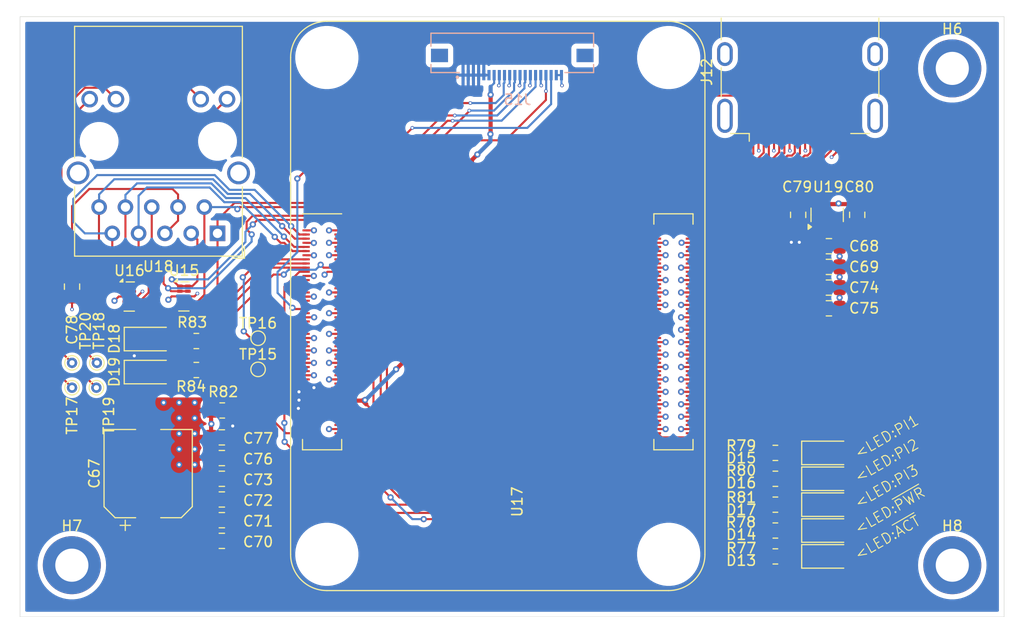
<source format=kicad_pcb>
(kicad_pcb (version 20240108) (generator "pcbnew") (generator_version "8.0")
  (layers (0 "F.Cu" signal "L1 (SIG)") (1 "In1.Cu" signal "L2 (GND)") (2 "In2.Cu" signal "L3 (GND)") (31 "B.Cu" signal "L6 (SIG)") (34 "B.Paste" user) (35 "F.Paste" user) (36 "B.SilkS" user "B.Silkscreen") (37 "F.SilkS" user "F.Silkscreen") (38 "B.Mask" user) (39 "F.Mask" user) (44 "Edge.Cuts" user))
  (net 0 "")
  (net 1 "GND")
  (net 2 "+5V")
  (net 3 "Net-(C78-Pad1)")
  (net 4 "/(5) RPI SbC/HDMI_5V")
  (net 5 "/(5) RPI SbC/RPI_3V3")
  (net 6 "/(5) RPI SbC/TR2_TAP")
  (net 7 "/(5) RPI SbC/TR0_TAP")
  (net 8 "/(5) RPI SbC/TR1_TAP")
  (net 9 "/(5) RPI SbC/TR3_TAP")
  (net 10 "/(5) RPI SbC/TX2_N")
  (net 11 "/(5) RPI SbC/CLK_P")
  (net 12 "/(5) RPI SbC/SCL")
  (net 13 "/(5) RPI SbC/TX2_P")
  (net 14 "/(5) RPI SbC/CEC")
  (net 15 "/(5) RPI SbC/TX1_P")
  (net 16 "/(5) RPI SbC/HotPlug")
  (net 17 "/(5) RPI SbC/TX1_N")
  (net 18 "/(5) RPI SbC/TX0_P")
  (net 19 "Net-(D13-K)")
  (net 20 "Net-(D14-K)")
  (net 21 "Net-(D15-K)")
  (net 22 "Net-(D16-K)")
  (net 23 "Net-(D17-K)")
  (net 24 "/(5) RPI SbC/SDA")
  (net 25 "/(5) RPI SbC/CLK_N")
  (net 27 "/(5) RPI SbC/TX0_N")
  (net 28 "Net-(U17A-GLOBAL_EN)")
  (net 29 "Net-(U17A-ETHERNET_~{LED3})")
  (net 102 "Net-(U17A-EEPROM_~{WP})")
  (net 113 "/(5) RPI SbC/LED~{ACT}")
  (net 114 "/(5) RPI SbC/LED~{PWR}")
  (net 115 "/(5) RPI SbC/LED_PI1")
  (net 116 "/(5) RPI SbC/LED_PI2")
  (net 121 "/(5) RPI SbC/LED_PI3")
  (net 138 "/(5) RPI SbC/ETH_LEDG")
  (net 139 "/(5) RPI SbC/ETH_LEDY")
  (net 140 "Net-(D18-A)")
  (net 141 "Net-(D19-A)")
  (net 142 "/(5) RPI SbC/TRD0_N")
  (net 143 "/(5) RPI SbC/TRD0_P")
  (net 144 "/(5) RPI SbC/TRD1_N")
  (net 145 "/(5) RPI SbC/TRD1_P")
  (net 146 "/(5) RPI SbC/TRD3_N")
  (net 147 "/(5) RPI SbC/TRD2_N")
  (net 148 "/(5) RPI SbC/TRD2_P")
  (net 149 "/(5) RPI SbC/TRD3_P")
  (net 150 "/(5) RPI SbC/SPI0_MOSI")
  (net 151 "/(5) RPI SbC/Ext_AUX")
  (net 152 "/(5) RPI SbC/SPI0_~{CS}")
  (net 153 "/(5) RPI SbC/Ext_RELAY")
  (net 154 "/(5) RPI SbC/SPI0_SCLK")
  (net 155 "/(5) RPI SbC/SPI0_MISO")
  (footprint "Resistor_SMD:R_0805_2012Metric_Pad1.20x1.40mm_HandSolder" (layer "F.Cu") (at 113.26 113.25 180)
    (property "Reference" "R83")
    (property "Value" "1k")
  )
  (footprint "Capacitor_SMD:C_0805_2012Metric_Pad1.18x1.45mm_HandSolder" (layer "F.Cu") (at 101.26 107.9975 -90)
    (property "Reference" "C78")
    (property "Value" "100n")
  )
  (footprint "Capacitor_SMD:C_0805_2012Metric_Pad1.18x1.45mm_HandSolder" (layer "F.Cu") (at 115.7225 122.56 180)
    (property "Reference" "C77")
    (property "Value" "1n")
  )
  (footprint "Package_SON:USON-10_2.5x1.0mm_P0.5mm" (layer "F.Cu") (at 112.055 108.94)
    (property "Reference" "U15")
    (property "Value" "TPD4EUSB30")
  )
  (footprint "Resistor_SMD:R_0805_2012Metric_Pad1.20x1.40mm_HandSolder" (layer "F.Cu") (at 169.16 126.56 180)
    (property "Reference" "R80")
    (property "Value" "1k")
  )
  (footprint "LED_SMD:LED_1206_3216Metric_Pad1.42x1.75mm_HandSolder" (layer "F.Cu") (at 108.76 113.06)
    (property "Reference" "D18")
    (property "Value" "LED")
  )
  (footprint "LED_SMD:LED_1206_3216Metric_Pad1.42x1.75mm_HandSolder" (layer "F.Cu") (at 174.16 126.56)
    (property "Reference" "D16")
    (property "Value" "LED")
  )
  (footprint "Resistor_SMD:R_0805_2012Metric_Pad1.20x1.40mm_HandSolder" (layer "F.Cu") (at 169.16 131.56 180)
    (property "Reference" "R78")
    (property "Value" "1k")
  )
  (footprint "Capacitor_SMD:C_0805_2012Metric_Pad1.18x1.45mm_HandSolder" (layer "F.Cu") (at 115.7225 130.56 180)
    (property "Reference" "C71")
    (property "Value" "100n")
  )
  (footprint "Resistor_SMD:R_0805_2012Metric_Pad1.20x1.40mm_HandSolder" (layer "F.Cu") (at 169.16 134.06 180)
    (property "Reference" "R77")
    (property "Value" "1k")
  )
  (footprint "Resistor_SMD:R_0805_2012Metric_Pad1.20x1.40mm_HandSolder" (layer "F.Cu") (at 113.26 116.05 180)
    (property "Reference" "R84")
    (property "Value" "1k")
  )
  (footprint "MountingHole:MountingHole_3.2mm_M3_DIN965_Pad" (layer "F.Cu") (at 101.24 134.91)
    (property "Reference" "H7")
    (property "Value" "MountingHole_Pad")
  )
  (footprint "Resistor_SMD:R_0805_2012Metric_Pad1.20x1.40mm_HandSolder" (layer "F.Cu") (at 169.16 129.06 180)
    (property "Reference" "R81")
    (property "Value" "1k")
  )
  (footprint "Capacitor_SMD:C_0805_2012Metric_Pad1.18x1.45mm_HandSolder" (layer "F.Cu") (at 115.7225 124.56 180)
    (property "Reference" "C76")
    (property "Value" "1n")
  )
  (footprint "Resistor_SMD:R_0805_2012Metric_Pad1.20x1.40mm_HandSolder" (layer "F.Cu") (at 169.16 124.06 180)
    (property "Reference" "R79")
    (property "Value" "1k")
  )
  (footprint "Library:Raspberry-Pi-4-Compute-Module" (layer "F.Cu") (at 125.86 133.86)
    (property "Reference" "U17")
    (property "Value" "CM4102008")
  )
  (footprint "Capacitor_SMD:C_0805_2012Metric_Pad1.18x1.45mm_HandSolder" (layer "F.Cu") (at 177.06 101.06 90)
    (property "Reference" "C80")
    (property "Value" "100n")
  )
  (footprint "Package_SON:USON-10_2.5x1.0mm_P0.5mm" (layer "F.Cu") (at 106.7825 108.9525)
    (property "Reference" "U16")
    (property "Value" "TPD4EUSB30")
  )
  (footprint "TestPoint:TestPoint_Pad_D1.0mm" (layer "F.Cu") (at 119.22 115.99)
    (property "Reference" "TP15")
    (property "Value" "TestPoint")
  )
  (footprint "Capacitor_SMD:C_0805_2012Metric_Pad1.18x1.45mm_HandSolder" (layer "F.Cu") (at 115.7225 128.56 180)
    (property "Reference" "C72")
    (property "Value" "100n")
  )
  (footprint "TestPoint:TestPoint_THTPad_D1.0mm_Drill0.5mm" (layer "F.Cu") (at 101.26 115.36 180)
    (property "Reference" "TP20")
    (property "Value" "TestPoint")
  )
  (footprint "TestPoint:TestPoint_THTPad_D1.0mm_Drill0.5mm" (layer "F.Cu") (at 101.26 117.76 180)
    (property "Reference" "TP17")
    (property "Value" "TestPoint")
  )
  (footprint "Capacitor_SMD:CP_Elec_8x6.9" (layer "F.Cu") (at 108.61 126.06 90)
    (property "Reference" "C67")
    (property "Value" "220u")
  )
  (footprint "Capacitor_SMD:C_0805_2012Metric_Pad1.18x1.45mm_HandSolder" (layer "F.Cu") (at 174.33 106.09)
    (property "Reference" "C69")
    (property "Value" "100n")
  )
  (footprint "LED_SMD:LED_1206_3216Metric_Pad1.42x1.75mm_HandSolder" (layer "F.Cu") (at 174.16 131.56)
    (property "Reference" "D14")
    (property "Value" "LED")
  )
  (footprint "LED_SMD:LED_1206_3216Metric_Pad1.42x1.75mm_HandSolder" (layer "F.Cu") (at 108.76 116.25)
    (property "Reference" "D19")
    (property "Value" "LED")
  )
  (footprint "Capacitor_SMD:C_0805_2012Metric_Pad1.18x1.45mm_HandSolder" (layer "F.Cu") (at 174.33 108.09)
    (property "Reference" "C74")
    (property "Value" "1n")
  )
  (footprint "TestPoint:TestPoint_THTPad_D1.0mm_Drill0.5mm" (layer "F.Cu") (at 103.66 115.36 180)
    (property "Reference" "TP18")
    (property "Value" "TestPoint")
  )
  (footprint "Connector_RJ:RJ45_Wuerth_7499111446_Horizontal" (layer "F.Cu") (at 115.305 102.85 180)
    (property "Reference" "U18")
    (property "Value" "MagJack-A70-112-331N126")
  )
  (footprint "LED_SMD:LED_1206_3216Metric_Pad1.42x1.75mm_HandSolder" (layer "F.Cu") (at 174.16 129.06)
    (property "Reference" "D17")
    (property "Value" "LED")
  )
  (footprint "Package_TO_SOT_SMD:SOT-23" (layer "F.Cu") (at 174.16 101.06 90)
    (property "Reference" "U19")
    (property "Value" "RT9742SNGV")
  )
  (footprint "Capacitor_SMD:C_0805_2012Metric_Pad1.18x1.45mm_HandSolder" (layer "F.Cu") (at 174.33 110.09)
    (property "Reference" "C75")
    (property "Value" "1n")
  )
  (footprint "TestPoint:TestPoint_THTPad_D1.0mm_Drill0.5mm" (layer "F.Cu") (at 103.61 117.76 180)
    (property "Reference" "TP19")
    (property "Value" "TestPoint")
  )
  (footprint "Capacitor_SMD:C_0805_2012Metric_Pad1.18x1.45mm_HandSolder" (layer "F.Cu") (at 115.7225 126.56 180)
    (property "Reference" "C73")
    (property "Value" "100n")
  )
  (footprint "MountingHole:MountingHole_3.2mm_M3_DIN965_Pad" (layer "F.Cu") (at 186.24 86.91)
    (property "Reference" "H6")
    (property "Value" "MountingHole_Pad")
  )
  (footprint "Resistor_SMD:R_0805_2012Metric_Pad1.20x1.40mm_HandSolder" (layer "F.Cu") (at 115.76 119.96 180)
    (property "Reference" "R82")
    (property "Value" "DNI")
  )
  (footprint "LED_SMD:LED_1206_3216Metric_Pad1.42x1.75mm_HandSolder" (layer "F.Cu") (at 174.16 134.06)
    (property "Reference" "D13")
    (property "Value" "LED")
  )
  (footprint "Capacitor_SMD:C_0805_2012Metric_Pad1.18x1.45mm_HandSolder" (layer "F.Cu") (at 115.7225 132.56 180)
    (property "Reference" "C70")
    (property "Value" "100n")
  )
  (footprint "Capacitor_SMD:C_0805_2012Metric_Pad1.18x1.45mm_HandSolder" (layer "F.Cu") (at 174.33 104.09)
    (property "Reference" "C68")
    (property "Value" "100n")
  )
  (footprint "Capacitor_SMD:C_0805_2012Metric_Pad1.18x1.45mm_HandSolder" (layer "F.Cu") (at 171.36 101.06 90)
    (property "Reference" "C79")
    (property "Value" "100n")
  )
  (footprint "Connector_HDMI:HDMI_A_Molex_208658-1001_Horizontal" (layer "F.Cu") (at 171.54 88.965 90)
    (property "Reference" "J12")
    (property "Value" "HDMI_A_1.4")
  )
  (footprint "TestPoint:TestPoint_Pad_D1.0mm" (layer "F.Cu") (at 119.22 112.98)
    (property "Reference" "TP16")
    (property "Value" "TestPoint")
  )
  (footprint "LED_SMD:LED_1206_3216Metric_Pad1.42x1.75mm_HandSolder" (layer "F.Cu") (at 174.16 124.06)
    (property "Reference" "D15")
    (property "Value" "LED")
  )
  (footprint "MountingHole:MountingHole_3.2mm_M3_DIN965_Pad" (layer "F.Cu") (at 186.24 134.91)
    (property "Reference" "H8")
    (property "Value" "MountingHole_Pad")
  )
  (footprint "Library:687120183722" (layer "B.Cu") (at 143.76 85.66)
    (property "Reference" "J15")
    (property "Value" "687120183722")
  )
  (gr_rect (start 96.24 81.91) (end 191.24 139.91) (stroke (width 0.05)) (fill none) (layer "Edge.Cuts"))
  (gr_text "OPO 220524" (at 163.24 138.91 0) (layer "F.Cu" knockout) (effects (font (size 1.5 1.5) (thickness 0.3) (bold yes)) (justify left bottom)))
  (gr_text "<LED:PI1" (at 177.16 124.74 30) (layer "F.SilkS") (effects (font (size 1 1) (thickness 0.1)) (justify left bottom)))
  (gr_text "<LED:~{ACT}" (at 177.16 134.56 30) (layer "F.SilkS") (effects (font (size 1 1) (thickness 0.1)) (justify left bottom)))
  (gr_text "<LED:PI2" (at 177.16 127.06 30) (layer "F.SilkS") (effects (font (size 1 1) (thickness 0.1)) (justify left bottom)))
  (gr_text "<LED:PI3" (at 177.16 129.56 30) (layer "F.SilkS") (effects (font (size 1 1) (thickness 0.1)) (justify left bottom)))
  (gr_text "<LED:~{PWR}" (at 177.16 132.06 30) (layer "F.SilkS") (effects (font (size 1 1) (thickness 0.1)) (justify left bottom)))
  (segment (start 107.1675 108.9525) (end 106.3975 108.9525) (width 0.2) (layer "F.Cu") (net 1))
  (segment (start 157.78 115.76) (end 158.56 115.76) (width 0.2) (layer "F.Cu") (net 1))
  (segment (start 169.03 94.835) (end 169.005 94.86) (width 0.2) (layer "F.Cu") (net 1))
  (segment (start 160.86 119.36) (end 160.06 119.36) (width 0.2) (layer "F.Cu") (net 1))
  (segment (start 113.08 108.94) (end 113.36 108.66) (width 0.2) (layer "F.Cu") (net 1))
  (segment (start 160.11183 103.76) (end 160.86 103.76) (width 0.2) (layer "F.Cu") (net 1))
  (segment (start 157.78 103.76) (end 158.56 103.76) (width 0.2) (layer "F.Cu") (net 1))
  (segment (start 126.94 115.36) (end 126.07 115.36) (width 0.2) (layer "F.Cu") (net 1))
  (segment (start 160.86 108.56) (end 160.06 108.56) (width 0.2) (layer "F.Cu") (net 1))
  (segment (start 175.3675 109.0525) (end 175.36 109.06) (width 0.4) (layer "F.Cu") (net 1))
  (segment (start 125.92 106.56) (end 125.64 106.84) (width 0.2) (layer "F.Cu") (net 1))
  (segment (start 175.3675 105.0525) (end 175.36 105.06) (width 0.4) (layer "F.Cu") (net 1))
  (segment (start 126.94 110.56) (end 126.07 110.56) (width 0.2) (layer "F.Cu") (net 1))
  (segment (start 160.86 109.76) (end 160.06 109.76) (width 0.2) (layer "F.Cu") (net 1))
  (segment (start 175.26 99.96) (end 175.1975 100.0225) (width 0.4) (layer "F.Cu") (net 1))
  (segment (start 107.5675 108.9525) (end 108.06 108.46) (width 0.2) (layer "F.Cu") (net 1))
  (segment (start 157.78 104.96) (end 158.56 104.96) (width 0.2) (layer "F.Cu") (net 1))
  (segment (start 157.78 116.96) (end 158.56 116.96) (width 0.2) (layer "F.Cu") (net 1))
  (segment (start 126.94 114.16) (end 126.07 114.16) (width 0.2) (layer "F.Cu") (net 1))
  (segment (start 175.36 107.06) (end 175.3675 107.0675) (width 0.4) (layer "F.Cu") (net 1))
  (segment (start 172.03 93.255) (end 172.03 94.83) (width 0.2) (layer "F.Cu") (net 1))
  (segment (start 126.94 103.76) (end 126.07 103.76) (width 0.2) (layer "F.Cu") (net 1))
  (segment (start 112.44 108.94) (end 113.08 108.94) (width 0.2) (layer "F.Cu") (net 1))
  (segment (start 105.36 109.36) (end 105.7675 108.9525) (width 0.2) (layer "F.Cu") (net 1))
  (segment (start 157.78 121.76) (end 158.56 121.76) (width 0.2) (layer "F.Cu") (net 1))
  (segment (start 157.78 113.36) (end 158.56 113.36) (width 0.2) (layer "F.Cu") (net 1))
  (segment (start 175.3675 107.0525) (end 175.36 107.06) (width 0.4) (layer "F.Cu") (net 1))
  (segment (start 126.94 112.56) (end 126.07 112.56) (width 0.2) (layer "F.Cu") (net 1))
  (segment (start 123.849998 108.960001) (end 124.6 108.96) (width 0.2) (layer "F.Cu") (net 1))
  (segment (start 123.869998 112.970001) (end 124.62 112.97) (width 0.2) (layer "F.Cu") (net 1))
  (segment (start 175.1975 100.0225) (end 171.36 100.0225) (width 0.4) (layer "F.Cu") (net 1))
  (segment (start 157.78 120.56) (end 158.56 120.56) (width 0.2) (layer "F.Cu") (net 1))
  (segment (start 105.7675 108.9525) (end 106.3975 108.9525) (width 0.2) (layer "F.Cu") (net 1))
  (segment (start 126.94 108.56) (end 126.07 108.56) (width 0.2) (layer "F.Cu") (net 1))
  (segment (start 160.86 106.16) (end 160.06 106.16) (width 0.2) (layer "F.Cu") (net 1))
  (segment (start 175.03 95.042438) (end 175.03 93.255) (width 0.2) (layer "F.Cu") (net 1))
  (segment (start 126.94 116.96) (end 126.07 116.96) (width 0.2) (layer "F.Cu") (net 1))
  (segment (start 123.849998 106.960001) (end 124.6 106.96) (width 0.2) (layer "F.Cu") (net 1))
  (segment (start 160.86 113.36) (end 160.06 113.36) (width 0.2) (layer "F.Cu") (net 1))
  (segment (start 177.06 100.0225) (end 175.3225 100.0225) (width 0.4) (layer "F.Cu") (net 1))
  (segment (start 174.586219 95.486219) (end 175.03 95.042438) (width 0.2) (layer "F.Cu") (net 1))
  (segment (start 101.26 109.035) (end 101.26 110.1975) (width 0.2) (layer "F.Cu") (net 1))
  (segment (start 175.3675 107.0675) (end 175.3675 109.0525) (width 0.4) (layer "F.Cu") (net 1))
  (segment (start 114.685 132.56) (end 114.685 121.285) (width 0.4) (layer "F.Cu") (net 1))
  (segment (start 160.86 118.16) (end 160.06 118.16) (width 0.2) (layer "F.Cu") (net 1))
  (segment (start 160.104876 103.753046) (end 160.11183 103.76) (width 0.2) (layer "F.Cu") (net 1))
  (segment (start 175.3225 100.0225) (end 175.26 99.96) (width 0.4) (layer "F.Cu") (net 1))
  (segment (start 169.03 93.255) (end 169.03 94.835) (width 0.2) (layer "F.Cu") (net 1))
  (segment (start 157.78 107.36) (end 158.56 107.36) (width 0.2) (layer "F.Cu") (net 1))
  (segment (start 126.94 104.96) (end 126.07 104.96) (width 0.2) (layer "F.Cu") (net 1))
  (segment (start 175.3675 104.09) (end 175.3675 105.0525) (width 0.4) (layer "F.Cu") (net 1))
  (segment (start 157.78 114.56) (end 158.56 114.56) (width 0.2) (layer "F.Cu") (net 1))
  (segment (start 110.88 108.94) (end 110.56 109.26) (width 0.2) (layer "F.Cu") (net 1))
  (segment (start 123.859998 104.970001) (end 124.61 104.97) (width 0.2) (layer "F.Cu") (net 1))
  (segment (start 114.685 120.035) (end 114.76 119.96) (width 0.4) (layer "F.Cu") (net 1))
  (segment (start 123.859998 114.160001) (end 124.61 114.16) (width 0.2) (layer "F.Cu") (net 1))
  (segment (start 157.78 108.56) (end 158.56 108.56) (width 0.2) (layer "F.Cu") (net 1))
  (segment (start 170.53 94.83) (end 170.56 94.86) (width 0.2) (layer "F.Cu") (net 1))
  (segment (start 157.78 109.76) (end 158.527362 109.76) (width 0.2) (layer "F.Cu") (net 1))
  (segment (start 114.685 121.285) (end 114.71 121.26) (width 0.4) (layer "F.Cu") (net 1))
  (segment (start 101.26 110.1975) (end 101.26 110.0975) (width 0.2) (layer "F.Cu") (net 1))
  (segment (start 114.685 123.81) (end 114.685 124.56) (width 0.4) (layer "F.Cu") (net 1))
  (segment (start 123.86 102.56) (end 124.610002 102.559999) (width 0.2) (layer "F.Cu") (net 1))
  (segment (start 157.78 118.16) (end 158.56 118.16) (width 0.2) (layer "F.Cu") (net 1))
  (segment (start 160.86 110.96) (end 160.06 110.96) (width 0.2) (layer "F.Cu") (net 1))
  (segment (start 172.03 94.83) (end 172.06 94.86) (width 0.2) (layer "F.Cu") (net 1))
  (segment (start 158.527362 109.76) (end 158.537181 109.769819) (width 0.2) (layer "F.Cu") (net 1))
  (segment (start 157.78 106.16) (end 158.56 106.16) (width 0.2) (layer "F.Cu") (net 1))
  (segment (start 167.53 93.255) (end 167.53 94.83) (width 0.2) (layer "F.Cu") (net 1))
  (segment (start 123.879998 110.960001) (end 124.63 110.96) (width 0.2) (layer "F.Cu") (net 1))
  (segment (start 123.859998 115.360001) (end 124.61 115.36) (width 0.2) (layer "F.Cu") (net 1))
  (segment (start 160.86 115.76) (end 160.06 115.76) (width 0.2) (layer "F.Cu") (net 1))
  (segment (start 167.53 94.83) (end 167.56 94.86) (width 0.2) (layer "F.Cu") (net 1))
  (segment (start 160.86 107.36) (end 160.06 107.36) (width 0.2) (layer "F.Cu") (net 1))
  (segment (start 114.71 121.26) (end 114.685 121.235) (width 0.4) (layer "F.Cu") (net 1))
  (segment (start 108.56 123.185) (end 108.935 123.56) (width 0.4) (layer "F.Cu") (net 1))
  (segment (start 123.859998 116.560001) (end 124.61 116.56) (width 0.2) (layer "F.Cu") (net 1))
  (segment (start 107.1675 108.9525) (end 107.5675 108.9525) (width 0.2) (layer "F.Cu") (net 1))
  (segment (start 126.94 121.76) (end 126.07 121.76) (width 0.2) (layer "F.Cu") (net 1))
  (segment (start 175.36 105.06) (end 175.3675 105.0675) (width 0.4) (layer "F.Cu") (net 1))
  (segment (start 123.849998 103.770001) (end 124.6 103.77) (width 0.2) (layer "F.Cu") (net 1))
  (segment (start 175.3675 109.0675) (end 175.3675 110.09) (width 0.4) (layer "F.Cu") (net 1))
  (segment (start 160.86 112.16) (end 160.06 112.16) (width 0.2) (layer "F.Cu") (net 1))
  (segment (start 126.94 102.56) (end 126.07 102.56) (width 0.2) (layer "F.Cu") (net 1))
  (segment (start 126.94 106.56) (end 125.92 106.56) (width 0.2) (layer "F.Cu") (net 1))
  (segment (start 160.86 114.56) (end 160.06 114.56) (width 0.2) (layer "F.Cu") (net 1))
  (segment (start 160.86 121.76) (end 160.06 121.76) (width 0.2) (layer "F.Cu") (net 1))
  (segment (start 160.86 116.96) (end 160.06 116.96) (width 0.2) (layer "F.Cu") (net 1))
  (segment (start 170.53 93.255) (end 170.53 94.83) (width 0.2) (layer "F.Cu") (net 1))
  (segment (start 157.78 119.36) (end 158.56 119.36) (width 0.2) (layer "F.Cu") (net 1))
  (segment (start 160.86 120.56) (end 160.06 120.56) (width 0.2) (layer "F.Cu") (net 1))
  (segment (start 175.3675 105.0675) (end 175.3675 107.0525) (width 0.4) (layer "F.Cu") (net 1))
  (segment (start 175.36 109.06) (end 175.3675 109.0675) (width 0.4) (layer "F.Cu") (net 1))
  (segment (start 112.44 108.94) (end 110.88 108.94) (width 0.2) (layer "F.Cu") (net 1))
  (segment (start 160.86 104.96) (end 160.06 104.96) (width 0.2) (layer "F.Cu") (net 1))
  (segment (start 114.685 121.235) (end 114.685 120.035) (width 0.4) (layer "F.Cu") (net 1))
  (via (at 175.36 105.06) (size 0.6) (drill 0.3) (layers "F.Cu" "B.Cu") (net 1))
  (via (at 126.07 112.56) (size 0.6) (drill 0.3) (layers "F.Cu" "B.Cu") (net 1))
  (via (at 160.06 118.16) (size 0.6) (drill 0.3) (layers "F.Cu" "B.Cu") (net 1))
  (via (at 158.56 113.36) (size 0.6) (drill 0.3) (layers "F.Cu" "B.Cu") (net 1))
  (via (at 111.6 125.2) (size 0.6) (drill 0.3) (layers "F.Cu" "B.Cu") (net 1))
  (via (at 125.64 106.84) (size 0.6) (drill 0.3) (layers "F.Cu" "B.Cu") (net 1))
  (via (at 143.46 88.56) (size 0.35) (drill 0.2) (layers "F.Cu" "B.Cu") (net 1))
  (via (at 169.005 94.86) (size 0.35) (drill 0.2) (layers "F.Cu" "B.Cu") (net 1))
  (via (at 160.06 119.36) (size 0.6) (drill 0.3) (layers "F.Cu" "B.Cu") (net 1))
  (via (at 111.6 119.2) (size 0.6) (drill 0.3) (layers "F.Cu" "B.Cu") (net 1))
  (via (at 158.56 103.76) (size 0.6) (drill 0.3) (layers "F.Cu" "B.Cu") (net 1))
  (via (at 160.06 107.36) (size 0.6) (drill 0.3) (layers "F.Cu" "B.Cu") (net 1))
  (via (at 170.56 94.86) (size 0.35) (drill 0.2) (layers "F.Cu" "B.Cu") (net 1))
  (via (at 126.07 121.76) (size 0.6) (drill 0.3) (layers "F.Cu" "B.Cu") (net 1))
  (via (at 108.06 108.46) (size 0.35) (drill 0.2) (layers "F.Cu" "B.Cu") (net 1))
  (via (at 124.61 116.56) (size 0.6) (drill 0.3) (layers "F.Cu" "B.Cu") (net 1))
  (via (at 124.6 103.77) (size 0.6) (drill 0.3) (layers "F.Cu" "B.Cu") (net 1))
  (via (at 124.61 104.97) (size 0.6) (drill 0.3) (layers "F.Cu" "B.Cu") (net 1))
  (via (at 126.07 104.96) (size 0.6) (drill 0.3) (layers "F.Cu" "B.Cu") (net 1))
  (via (at 124.6 108.96) (size 0.6) (drill 0.3) (layers "F.Cu" "B.Cu") (net 1))
  (via (at 158.56 104.96) (size 0.6) (drill 0.3) (layers "F.Cu" "B.Cu") (net 1))
  (via (at 158.56 120.56) (size 0.6) (drill 0.3) (layers "F.Cu" "B.Cu") (net 1))
  (via (at 126.07 110.56) (size 0.6) (drill 0.3) (layers "F.Cu" "B.Cu") (net 1))
  (via (at 111.6 123.7) (size 0.6) (drill 0.3) (layers "F.Cu" "B.Cu") (net 1))
  (via (at 105.36 109.36) (size 0.6) (drill 0.3) (layers "F.Cu" "B.Cu") (net 1))
  (via (at 160.06 108.56) (size 0.6) (drill 0.3) (layers "F.Cu" "B.Cu") (net 1))
  (via (at 160.06 110.96) (size 0.6) (drill 0.3) (layers "F.Cu" "B.Cu") (net 1))
  (via (at 158.56 121.76) (size 0.6) (drill 0.3) (layers "F.Cu" "B.Cu") (net 1))
  (via (at 160.06 115.76) (size 0.6) (drill 0.3) (layers "F.Cu" "B.Cu") (net 1))
  (via (at 160.06 120.56) (size 0.6) (drill 0.3) (layers "F.Cu" "B.Cu") (net 1))
  (via (at 167.56 94.86) (size 0.35) (drill 0.2) (layers "F.Cu" "B.Cu") (net 1))
  (via (at 160.06 116.96) (size 0.6) (drill 0.3) (layers "F.Cu" "B.Cu") (net 1))
  (via (at 126.07 116.96) (size 0.6) (drill 0.3) (layers "F.Cu" "B.Cu") (net 1))
  (via (at 126.07 102.56) (size 0.6) (drill 0.3) (layers "F.Cu" "B.Cu") (net 1))
  (via (at 113.1 119.2) (size 0.6) (drill 0.3) (layers "F.Cu" "B.Cu") (net 1))
  (via (at 113.1 122.2) (size 0.6) (drill 0.3) (layers "F.Cu" "B.Cu") (net 1))
  (via (at 158.537181 109.769819) (size 0.6) (drill 0.3) (layers "F.Cu" "B.Cu") (net 1))
  (via (at 160.06 112.16) (size 0.6) (drill 0.3) (layers "F.Cu" "B.Cu") (net 1))
  (via (at 101.26 110.1975) (size 0.35) (drill 0.2) (layers "F.Cu" "B.Cu") (net 1))
  (via (at 158.56 114.56) (size 0.6) (drill 0.3) (layers "F.Cu" "B.Cu") (net 1))
  (via (at 158.56 108.56) (size 0.6) (drill 0.3) (layers "F.Cu" "B.Cu") (net 1))
  (via (at 124.61 115.36) (size 0.6) (drill 0.3) (layers "F.Cu" "B.Cu") (net 1))
  (via (at 158.56 115.76) (size 0.6) (drill 0.3) (layers "F.Cu" "B.Cu") (net 1))
  (via (at 172.06 94.86) (size 0.35) (drill 0.2) (layers "F.Cu" "B.Cu") (net 1))
  (via (at 174.586219 95.486219) (size 0.35) (drill 0.2) (layers "F.Cu" "B.Cu") (net 1))
  (via (at 114.71 121.26) (size 0.6) (drill 0.3) (layers "F.Cu" "B.Cu") (net 1))
  (via (at 113.1 125.2) (size 0.6) (drill 0.3) (layers "F.Cu" "B.Cu") (net 1))
  (via (at 124.63 110.96) (size 0.6) (drill 0.3) (layers "F.Cu" "B.Cu") (net 1))
  (via (at 113.1 123.7) (size 0.6) (drill 0.3) (layers "F.Cu" "B.Cu") (net 1))
  (via (at 126.07 114.16) (size 0.6) (drill 0.3) (layers "F.Cu" "B.Cu") (net 1))
  (via (at 160.06 109.76) (size 0.6) (drill 0.3) (layers "F.Cu" "B.Cu") (net 1))
  (via (at 160.06 114.56) (size 0.6) (drill 0.3) (layers "F.Cu" "B.Cu") (net 1))
  (via (at 148.56 88.56) (size 0.35) (drill 0.2) (layers "F.Cu" "B.Cu") (net 1))
  (via (at 142.46 88.56) (size 0.35) (drill 0.2) (layers "F.Cu" "B.Cu") (net 1))
  (via (at 126.07 115.36) (size 0.6) (drill 0.3) (layers "F.Cu" "B.Cu") (net 1))
  (via (at 126.07 103.76) (size 0.6) (drill 0.3) (layers "F.Cu" "B.Cu") (net 1))
  (via (at 158.56 107.36) (size 0.6) (drill 0.3) (layers "F.Cu" "B.Cu") (net 1))
  (via (at 175.36 109.06) (size 0.6) (drill 0.3) (layers "F.Cu" "B.Cu") (net 1))
  (via (at 158.56 118.16) (size 0.6) (drill 0.3) (layers "F.Cu" "B.Cu") (net 1))
  (via (at 111.6 122.2) (size 0.6) (drill 0.3) (layers "F.Cu" "B.Cu") (net 1))
  (via (at 110.1 119.2) (size 0.6) (drill 0.3) (layers "F.Cu" "B.Cu") (net 1))
  (via (at 146.56 88.56) (size 0.35) (drill 0.2) (layers "F.Cu" "B.Cu") (net 1))
  (via (at 113.36 108.66) (size 0.35) (drill 0.2) (layers "F.Cu" "B.Cu") (net 1))
  (via (at 144.46 88.56) (size 0.35) (drill 0.2) (layers "F.Cu" "B.Cu") (net 1))
  (via (at 111.6 120.7) (size 0.6) (drill 0.3) (layers "F.Cu" "B.Cu") (net 1))
  (via (at 158.56 119.36) (size 0.6) (drill 0.3) (layers "F.Cu" "B.Cu") (net 1))
  (via (at 160.06 121.76) (size 0.6) (drill 0.3) (layers "F.Cu" "B.Cu") (net 1))
  (via (at 160.06 104.96) (size 0.6) (drill 0.3) (layers "F.Cu" "B.Cu") (net 1))
  (via (at 158.56 106.16) (size 0.6) (drill 0.3) (layers "F.Cu" "B.Cu") (net 1))
  (via (at 175.36 107.06) (size 0.6) (drill 0.3) (layers "F.Cu" "B.Cu") (net 1))
  (via (at 113.1 120.7) (size 0.6) (drill 0.3) (layers "F.Cu" "B.Cu") (net 1))
  (via (at 160.06 106.16) (size 0.6) (drill 0.3) (layers "F.Cu" "B.Cu") (net 1))
  (via (at 124.610002 102.559999) (size 0.6) (drill 0.3) (layers "F.Cu" "B.Cu") (net 1))
  (via (at 160.104876 103.753046) (size 0.6) (drill 0.3) (layers "F.Cu" "B.Cu") (net 1))
  (via (at 124.6 106.96) (size 0.6) (drill 0.3) (layers "F.Cu" "B.Cu") (net 1))
  (via (at 158.56 116.96) (size 0.6) (drill 0.3) (layers "F.Cu" "B.Cu") (net 1))
  (via (at 175.26 99.96) (size 0.6) (drill 0.3) (layers "F.Cu" "B.Cu") (net 1))
  (via (at 126.07 108.56) (size 0.6) (drill 0.3) (layers "F.Cu" "B.Cu") (net 1))
  (via (at 110.56 109.26) (size 0.6) (drill 0.3) (layers "F.Cu" "B.Cu") (net 1))
  (via (at 145.46 88.56) (size 0.35) (drill 0.2) (layers "F.Cu" "B.Cu") (net 1))
  (via (at 160.06 113.36) (size 0.6) (drill 0.3) (layers "F.Cu" "B.Cu") (net 1))
  (via (at 124.61 114.16) (size 0.6) (drill 0.3) (layers "F.Cu" "B.Cu") (net 1))
  (via (at 124.62 112.97) (size 0.6) (drill 0.3) (layers "F.Cu" "B.Cu") (net 1))
  (segment (start 142.51 87.56) (end 142.51 88.51) (width 0.2) (layer "B.Cu") (net 1))
  (segment (start 148.51 88.51) (end 148.56 88.56) (width 0.2) (layer "B.Cu") (net 1))
  (segment (start 145.51 87.56) (end 145.51 88.51) (width 0.2) (layer "B.Cu") (net 1))
  (segment (start 146.51 87.56) (end 146.51 88.51) (width 0.2) (layer "B.Cu") (net 1))
  (segment (start 143.51 88.51) (end 143.46 88.56) (width 0.2) (layer "B.Cu") (net 1))
  (segment (start 146.51 88.51) (end 146.56 88.56) (width 0.2) (layer "B.Cu") (net 1))
  (segment (start 148.01 87.56) (end 148.51 87.56) (width 0.2) (layer "B.Cu") (net 1))
  (segment (start 145.51 88.51) (end 145.46 88.56) (width 0.2) (layer "B.Cu") (net 1))
  (segment (start 144.51 87.56) (end 144.51 88.51) (width 0.2) (layer "B.Cu") (net 1))
  (segment (start 144.51 88.51) (end 144.46 88.56) (width 0.2) (layer "B.Cu") (net 1))
  (segment (start 148.51 87.56) (end 148.51 88.51) (width 0.2) (layer "B.Cu") (net 1))
  (segment (start 143.51 87.56) (end 143.51 88.51) (width 0.2) (layer "B.Cu") (net 1))
  (segment (start 142.51 88.51) (end 142.46 88.56) (width 0.2) (layer "B.Cu") (net 1))
  (segment (start 116.77 121.46) (end 116.76 121.47) (width 0.4) (layer "F.Cu") (net 2))
  (segment (start 123.110416 119.76) (end 123.108768 119.761648) (width 0.2) (layer "F.Cu") (net 2))
  (segment (start 171.81 103.71) (end 171.81 102.5475) (width 0.4) (layer "F.Cu") (net 2))
  (segment (start 116.76 122.56) (end 116.77 122.55) (width 0.4) (layer "F.Cu") (net 2))
  (segment (start 116.77 122.55) (end 116.77 121.46) (width 0.4) (layer "F.Cu") (net 2))
  (segment (start 123.86 117.76) (end 123.86 119.76) (width 0.2) (layer "F.Cu") (net 2))
  (segment (start 123.86 118.16) (end 123.17 118.16) (width 0.2) (layer "F.Cu") (net 2))
  (segment (start 173.21 101.9975) (end 171.46 101.9975) (width 0.4) (layer "F.Cu") (net 2))
  (segment (start 107.27 114.68) (end 107.2725 114.6825) (width 0.4) (layer "F.Cu") (net 2))
  (segment (start 171.81 102.5475) (end 171.36 102.0975) (width 0.4) (layer "F.Cu") (net 2))
  (segment (start 107.2725 113.06) (end 107.2725 114.6775) (width 0.4) (layer "F.Cu") (net 2))
  (segment (start 116.76 121.47) (end 116.76 132.56) (width 0.4) (layer "F.Cu") (net 2))
  (segment (start 170.7 103.71) (end 171.81 103.71) (width 0.4) (layer "F.Cu") (net 2))
  (segment (start 123.86 118.96) (end 123.17 118.96) (width 0.2) (layer "F.Cu") (net 2))
  (segment (start 173.2925 102.08) (end 173.21 101.9975) (width 0.4) (layer "F.Cu") (net 2))
  (segment (start 171.46 101.9975) (end 171.36 102.0975) (width 0.4) (layer "F.Cu") (net 2))
  (segment (start 124.609023 117.76) (end 124.612827 117.756196) (width 0.2) (layer "F.Cu") (net 2))
  (segment (start 107.2725 114.6825) (end 107.2725 116.25) (width 0.4) (layer "F.Cu") (net 2))
  (segment (start 123.86 117.76) (end 124.609023 117.76) (width 0.2) (layer "F.Cu") (net 2))
  (segment (start 170.7 103.71) (end 171.47 103.71) (width 0.4) (layer "F.Cu") (net 2))
  (segment (start 173.2925 110.09) (end 173.2925 102.08) (width 0.4) (layer "F.Cu") (net 2))
  (segment (start 107.2725 114.6775) (end 107.27 114.68) (width 0.4) (layer "F.Cu") (net 2))
  (segment (start 123.86 119.76) (end 123.110416 119.76) (width 0.2) (layer "F.Cu") (net 2))
  (via (at 123.108768 119.761648) (size 0.6) (drill 0.3) (layers "F.Cu" "B.Cu") (net 2))
  (via (at 123.17 118.16) (size 0.6) (drill 0.3) (layers "F.Cu" "B.Cu") (net 2))
  (via (at 171.47 103.71) (size 0.6) (drill 0.3) (layers "F.Cu" "B.Cu") (net 2))
  (via (at 124.612827 117.756196) (size 0.6) (drill 0.3) (layers "F.Cu" "B.Cu") (net 2))
  (via (at 116.77 121.46) (size 0.6) (drill 0.3) (layers "F.Cu" "B.Cu") (net 2))
  (via (at 123.17 118.96) (size 0.6) (drill 0.3) (layers "F.Cu" "B.Cu") (net 2))
  (via (at 107.27 114.68) (size 0.6) (drill 0.3) (layers "F.Cu" "B.Cu") (net 2))
  (via (at 170.7 103.71) (size 0.6) (drill 0.3) (layers "F.Cu" "B.Cu") (net 2))
  (segment (start 141.51 87.56) (end 139.01 87.56) (width 0.2) (layer "B.Cu") (net 2))
  (segment (start 101.26 106.96) (end 101.26 100.2225) (width 0.2) (layer "F.Cu") (net 3))
  (segment (start 110.96 98.56) (end 111.495 99.095) (width 0.2) (layer "F.Cu") (net 3))
  (segment (start 111.495 101.625) (end 111.495 100.31) (width 0.2) (layer "F.Cu") (net 3))
  (segment (start 111.495 99.095) (end 111.495 100.31) (width 0.2) (layer "F.Cu") (net 3))
  (segment (start 101.26 100.2225) (end 102.9225 98.56) (width 0.2) (layer "F.Cu") (net 3))
  (segment (start 110.225 102.85) (end 110.27 102.85) (width 0.2) (layer "F.Cu") (net 3))
  (segment (start 110.27 102.85) (end 111.495 101.625) (width 0.2) (layer "F.Cu") (net 3))
  (segment (start 102.9225 98.56) (end 110.96 98.56) (width 0.2) (layer "F.Cu") (net 3))
  (segment (start 177.985 102.0975) (end 178.26 101.8225) (width 0.2) (layer "F.Cu") (net 4))
  (segment (start 178.26 99.1225) (end 175.53 96.3925) (width 0.2) (layer "F.Cu") (net 4))
  (segment (start 175.11 101.9975) (end 176.96 101.9975) (width 0.2) (layer "F.Cu") (net 4))
  (segment (start 175.53 96.3925) (end 175.53 95.061752) (width 0.2) (layer "F.Cu") (net 4))
  (segment (start 178.26 101.8225) (end 178.26 99.1225) (width 0.2) (layer "F.Cu") (net 4))
  (segment (start 177.06 102.0975) (end 177.985 102.0975) (width 0.2) (layer "F.Cu") (net 4))
  (segment (start 175.53 95.061752) (end 175.53 93.255) (width 0.2) (layer "F.Cu") (net 4))
  (segment (start 176.96 101.9975) (end 177.06 102.0975) (width 0.2) (layer "F.Cu") (net 4))
  (segment (start 175.6475 135.1225) (end 175.6475 134.06) (width 0.2) (layer "F.Cu") (net 5))
  (segment (start 127.38 119.36) (end 127.74 119) (width 0.2) (layer "F.Cu") (net 5))
  (segment (start 127.74 119) (end 127.7 118.96) (width 0.2) (layer "F.Cu") (net 5))
  (segment (start 125.26 120.16) (end 126.06 119.36) (width 0.2) (layer "F.Cu") (net 5))
  (segment (start 123.86 120.56) (end 123.86 120.16) (width 0.2) (layer "F.Cu") (net 5))
  (segment (start 129.96 126.30853) (end 132.010735 128.359265) (width 0.2) (layer "F.Cu") (net 5))
  (segment (start 135.21 130.46) (end 160.41 130.46) (width 0.2) (layer "F.Cu") (net 5))
  (segment (start 141.67 89.45) (end 141.67 93.24) (width 0.4) (layer "F.Cu") (net 5))
  (segment (start 129.55 119.25) (end 129.66 119.36) (width 0.4) (layer "F.Cu") (net 5))
  (segment (start 126.94 118.96) (end 126.46 118.96) (width 0.2) (layer "F.Cu") (net 5))
  (segment (start 129.37 118.95) (end 129.31 119.01) (width 0.4) (layer "F.Cu") (net 5))
  (segment (start 126.39 117.76) (end 126.94 117.76) (width 0.2) (layer "F.Cu") (net 5))
  (segment (start 126.06 119.36) (end 126.06 118.09) (width 0.2) (layer "F.Cu") (net 5))
  (segment (start 175.31 135.46) (end 175.6475 135.1225) (width 0.2) (layer "F.Cu") (net 5))
  (segment (start 127.75 119.01) (end 129.31 119.01) (width 0.4) (layer "F.Cu") (net 5))
  (segment (start 160.41 130.46) (end 165.41 135.46) (width 0.2) (layer "F.Cu") (net 5))
  (segment (start 126.46 118.96) (end 126.06 119.36) (width 0.2) (layer "F.Cu") (net 5))
  (segment (start 129.55 118.95) (end 129.37 118.95) (width 0.4) (layer "F.Cu") (net 5))
  (segment (start 129.55 118.95) (end 129.55 119.25) (width 0.4) (layer "F.Cu") (net 5))
  (segment (start 123.86 120.16) (end 125.26 120.16) (width 0.2) (layer "F.Cu") (net 5))
  (segment (start 132.545 115.985) (end 139.87 108.66) (width 0.4) (layer "F.Cu") (net 5))
  (segment (start 127.7 118.96) (end 126.94 118.96) (width 0.2) (layer "F.Cu") (net 5))
  (segment (start 165.41 135.46) (end 175.31 135.46) (width 0.2) (layer "F.Cu") (net 5))
  (segment (start 126.81 119.36) (end 126.94 119.36) (width 0.2) (layer "F.Cu") (net 5))
  (segment (start 129.96 119.66) (end 129.96 126.30853) (width 0.2) (layer "F.Cu") (net 5))
  (segment (start 139.87 108.66) (end 139.87 95.75) (width 0.4) (layer "F.Cu") (net 5))
  (segment (start 141.67 93.24) (end 141.65 93.26) (width 0.4) (layer "F.Cu") (net 5))
  (segment (start 126.94 119.36) (end 127.38 119.36) (width 0.2) (layer "F.Cu") (net 5))
  (segment (start 129.66 119.36) (end 129.96 119.66) (width 0.2) (layer "F.Cu") (net 5))
  (segment (start 126.06 118.09) (end 126.39 117.76) (width 0.2) (layer "F.Cu") (net 5))
  (segment (start 132.545 115.985) (end 132.485 115.985) (width 0.2) (layer "F.Cu") (net 5))
  (segment (start 175.6475 124.06) (end 175.6475 134.06) (width 0.4) (layer "F.Cu") (net 5))
  (segment (start 129.31 119.01) (end 129.66 119.36) (width 0.4) (layer "F.Cu") (net 5))
  (segment (start 139.87 95.75) (end 140.39 95.23) (width 0.4) (layer "F.Cu") (net 5))
  (via (at 135.21 130.46) (size 0.6) (drill 0.3) (layers "F.Cu" "B.Cu") (net 5))
  (via (at 132.010735 128.359265) (size 0.6) (drill 0.3) (layers "F.Cu" "B.Cu") (net 5))
  (via (at 140.39 95.23) (size 0.6) (drill 0.3) (layers "F.Cu" "B.Cu") (net 5))
  (via (at 141.67 89.45) (size 0.6) (drill 0.3) (layers "F.Cu" "B.Cu") (net 5))
  (via (at 132.545 115.985) (size 0.6) (drill 0.3) (layers "F.Cu" "B.Cu") (net 5))
  (via (at 129.55 118.95) (size 0.6) (drill 0.3) (layers "F.Cu" "B.Cu") (net 5))
  (via (at 141.65 93.26) (size 0.6) (drill 0.3) (layers "F.Cu" "B.Cu") (net 5))
  (segment (start 132.010735 128.359265) (end 134.11147 130.46) (width 0.2) (layer "B.Cu") (net 5))
  (segment (start 141.67 88.678248) (end 142.01 88.338248) (width 0.2) (layer "B.Cu") (net 5))
  (segment (start 142.01 88.338248) (end 142.01 87.56) (width 0.2) (layer "B.Cu") (net 5))
  (segment (start 141.985 87.585) (end 142.01 87.56) (width 0.2) (layer "B.Cu") (net 5))
  (segment (start 141.67 89.45) (end 141.67 88.678248) (width 0.4) (layer "B.Cu") (net 5))
  (segment (start 134.11147 130.46) (end 135.21 130.46) (width 0.2) (layer "B.Cu") (net 5))
  (segment (start 141.65 93.97) (end 140.39 95.23) (width 0.4) (layer "B.Cu") (net 5))
  (segment (start 141.67 89.45) (end 141.64 89.41) (width 0.4) (layer "B.Cu") (net 5))
  (segment (start 129.59 118.95) (end 129.55 118.95) (width 0.4) (layer "B.Cu") (net 5))
  (segment (start 132.545 115.985) (end 132.545 115.995) (width 0.2) (layer "B.Cu") (net 5))
  (segment (start 132.545 115.995) (end 129.59 118.95) (width 0.4) (layer "B.Cu") (net 5))
  (segment (start 141.65 93.26) (end 141.65 93.97) (width 0.4) (layer "B.Cu") (net 5))
  (segment (start 102.504365 88.78) (end 104.4 88.78) (width 0.2) (layer "F.Cu") (net 6))
  (segment (start 103.61 117.76) (end 102.41 116.56) (width 0.2) (layer "F.Cu") (net 6))
  (segment (start 102.41 116.56) (end 100.81 116.56) (width 0.2) (layer "F.Cu") (net 6))
  (segment (start 104.4 88.78) (end 105.5 89.88) (width 0.2) (layer "F.Cu") (net 6))
  (segment (start 100.81 116.56) (end 99.41 115.16) (width 0.2) (layer "F.Cu") (net 6))
  (segment (start 99.41 91.874365) (end 102.504365 88.78) (width 0.2) (layer "F.Cu") (net 6))
  (segment (start 99.41 115.16) (end 99.41 91.874365) (width 0.2) (layer "F.Cu") (net 6))
  (segment (start 100.235 111.935) (end 100.235 93.635) (width 0.2) (layer "F.Cu") (net 7))
  (segment (start 100.235 93.635) (end 102.51 91.36) (width 0.2) (layer "F.Cu") (net 7))
  (segment (start 114.74 91.36) (end 116.22 89.88) (width 0.2) (layer "F.Cu") (net 7))
  (segment (start 103.66 115.36) (end 100.235 111.935) (width 0.2) (layer "F.Cu") (net 7))
  (segment (start 102.51 91.36) (end 102.61 91.36) (width 0.2) (layer "F.Cu") (net 7))
  (segment (start 102.61 91.36) (end 114.74 91.36) (width 0.2) (layer "F.Cu") (net 7))
  (segment (start 98.91 115.41) (end 101.26 117.76) (width 0.2) (layer "F.Cu") (net 8))
  (segment (start 112.18 88.38) (end 102.338679 88.38) (width 0.2) (layer "F.Cu") (net 8))
  (segment (start 98.91 91.808679) (end 98.91 115.41) (width 0.2) (layer "F.Cu") (net 8))
  (segment (start 102.338679 88.38) (end 98.91 91.808679) (width 0.2) (layer "F.Cu") (net 8))
  (segment (start 113.68 89.88) (end 112.18 88.38) (width 0.2) (layer "F.Cu") (net 8))
  (segment (start 102.87 89.79) (end 102.96 89.88) (width 0.2) (layer "F.Cu") (net 9))
  (segment (start 99.835 93.005) (end 102.96 89.88) (width 0.2) (layer "F.Cu") (net 9))
  (segment (start 99.835 113.935) (end 99.835 93.005) (width 0.2) (layer "F.Cu") (net 9))
  (segment (start 101.26 115.36) (end 99.835 113.935) (width 0.2) (layer "F.Cu") (net 9))
  (segment (start 164.044207 99.34148) (end 164.044207 106.25) (width 0.2) (layer "F.Cu") (net 10))
  (segment (start 163.4 114.15) (end 163.4 114.23) (width 0.2) (layer "F.Cu") (net 10))
  (segment (start 163.88875 111.19) (end 163.4 111.19) (width 0.2) (layer "F.Cu") (net 10))
  (segment (start 167.43 95.661752) (end 167.43 95.955686) (width 0.2) (layer "F.Cu") (net 10))
  (segment (start 164.04875 108.55) (end 164.04875 108.63) (width 0.2) (layer "F.Cu") (net 10))
  (segment (start 163.4 113.59) (end 163.111238 113.59) (width 0.2) (layer "F.Cu") (net 10))
  (segment (start 164.04875 107.75) (end 164.04875 107.83) (width 0.2) (layer "F.Cu") (net 10))
  (segment (start 163.111249 109.19) (end 163.4 109.19) (width 0.2) (layer "F.Cu") (net 10))
  (segment (start 163.111248 112.39) (end 163.4 112.39) (width 0.2) (layer "F.Cu") (net 10))
  (segment (start 163.88875 109.59) (end 163.4 109.59) (width 0.2) (layer "F.Cu") (net 10))
  (segment (start 163.88875 110.39) (end 163.4 110.39) (width 0.2) (layer "F.Cu") (net 10))
  (segment (start 167.43 95.955686) (end 164.044207 99.34148) (width 0.2) (layer "F.Cu") (net 10))
  (segment (start 163.88875 107.99) (end 163.56 107.99) (width 0.2) (layer "F.Cu") (net 10))
  (segment (start 163.4 109.99) (end 163.88875 109.99) (width 0.2) (layer "F.Cu") (net 10))
  (segment (start 164.04875 113.35) (end 164.04875 113.43) (width 0.2) (layer "F.Cu") (net 10))
  (segment (start 163.4 114.51) (end 163.4 114.87) (width 0.2) (layer "F.Cu") (net 10))
  (segment (start 163.56 107.59) (end 163.88875 107.59) (width 0.2) (layer "F.Cu") (net 10))
  (segment (start 163.4 111.19) (end 163.111248 111.19) (width 0.2) (layer "F.Cu") (net 10))
  (segment (start 163.111238 113.99) (end 163.24 113.99) (width 0.2) (layer "F.Cu") (net 10))
  (segment (start 163.88875 112.79) (end 163.4 112.79) (width 0.2) (layer "F.Cu") (net 10))
  (segment (start 162.951249 109.75) (end 162.951249 109.83) (width 0.2) (layer "F.Cu") (net 10))
  (segment (start 162.951248 110.55) (end 162.951248 110.63) (width 0.2) (layer "F.Cu") (net 10))
  (segment (start 163.111248 110.79) (end 163.4 110.79) (width 0.2) (layer "F.Cu") (net 10))
  (segment (start 164.04875 110.95) (end 164.04875 111.03) (width 0.2) (layer "F.Cu") (net 10))
  (segment (start 164.04202 106.370373) (end 164.04202 106.78798) (width 0.2) (layer "F.Cu") (net 10))
  (segment (start 168.03 93.255) (end 168.035 93.26) (width 0.2) (layer "F.Cu") (net 10))
  (segment (start 163.4 110.39) (end 163.111248 110.39) (width 0.2) (layer "F.Cu") (net 10))
  (segment (start 163.4 113.19) (end 163.88875 113.19) (width 0.2) (layer "F.Cu") (net 10))
  (segment (start 164.044207 106.25) (end 164.04202 106.370373) (width 0.2) (layer "F.Cu") (net 10))
  (segment (start 163.4 114.87) (end 161.71 116.56) (width 0.2) (layer "F.Cu") (net 10))
  (segment (start 162.951249 108.95) (end 162.951249 109.03) (width 0.2) (layer "F.Cu") (net 10))
  (segment (start 164.04202 106.78798) (end 163.4 107.43) (width 0.2) (layer "F.Cu") (net 10))
  (segment (start 164.04875 109.35) (end 164.04875 109.43) (width 0.2) (layer "F.Cu") (net 10))
  (segment (start 163.111248 111.59) (end 163.4 111.59) (width 0.2) (layer "F.Cu") (net 10))
  (segment (start 163.4 109.19) (end 163.88875 109.19) (width 0.2) (layer "F.Cu") (net 10))
  (segment (start 162.951248 111.35) (end 162.951248 111.43) (width 0.2) (layer "F.Cu") (net 10))
  (segment (start 163.4 112.39) (end 163.88875 112.39) (width 0.2) (layer "F.Cu") (net 10))
  (segment (start 163.88875 111.99) (end 163.4 111.99) (width 0.2) (layer "F.Cu") (net 10))
  (segment (start 168.035 95.056752) (end 167.43 95.661752) (width 0.2) (layer "F.Cu") (net 10))
  (segment (start 163.88875 113.59) (end 163.4 113.59) (width 0.2) (layer "F.Cu") (net 10))
  (segment (start 164.04875 110.15) (end 164.04875 110.23) (width 0.2) (layer "F.Cu") (net 10))
  (segment (start 163.88875 108.79) (end 163.4 108.79) (width 0.2) (layer "F.Cu") (net 10))
  (segment (start 162.951238 113.75) (end 162.951238 113.83) (width 0.2) (layer "F.Cu") (net 10))
  (segment (start 163.4 109.59) (end 163.111249 109.59) (width 0.2) (layer "F.Cu") (net 10))
  (segment (start 163.4 111.99) (end 163.111248 111.99) (width 0.2) (layer "F.Cu") (net 10))
  (segment (start 162.951246 112.95) (end 162.951246 113.03) (width 0.2) (layer "F.Cu") (net 10))
  (segment (start 168.035 93.26) (end 168.035 95.056752) (width 0.2) (layer "F.Cu") (net 10))
  (segment (start 163.4 108.39) (end 163.88875 108.39) (width 0.2) (layer "F.Cu") (net 10))
  (segment (start 164.04875 111.75) (end 164.04875 111.83) (width 0.2) (layer "F.Cu") (net 10))
  (segment (start 162.95125 108.15) (end 162.95125 108.23) (width 0.2) (layer "F.Cu") (net 10))
  (segment (start 163.4 111.59) (end 163.88875 111.59) (width 0.2) (layer "F.Cu") (net 10))
  (segment (start 163.56 107.99) (end 163.11125 107.99) (width 0.2) (layer "F.Cu") (net 10))
  (segment (start 163.4 108.79) (end 163.111249 108.79) (width 0.2) (layer "F.Cu") (net 10))
  (segment (start 163.4 114.23) (end 163.4 114.51) (width 0.2) (layer "F.Cu") (net 10))
  (segment (start 163.111249 109.99) (end 163.4 109.99) (width 0.2) (layer "F.Cu") (net 10))
  (segment (start 163.4 110.79) (end 163.88875 110.79) (width 0.2) (layer "F.Cu") (net 10))
  (segment (start 161.71 116.56) (end 160.86 116.56) (width 0.2) (layer "F.Cu") (net 10))
  (segment (start 164.04875 112.55) (end 164.04875 112.63) (width 0.2) (layer "F.Cu") (net 10))
  (segment (start 163.4 112.79) (end 163.111246 112.79) (width 0.2) (layer "F.Cu") (net 10))
  (segment (start 163.111246 113.19) (end 163.4 113.19) (width 0.2) (layer "F.Cu") (net 10))
  (segment (start 162.951248 112.15) (end 162.951248 112.23) (width 0.2) (layer "F.Cu") (net 10))
  (segment (start 163.11125 108.39) (end 163.4 108.39) (width 0.2) (layer "F.Cu") (net 10))
  (arc (start 163.111248 111.99) (mid 162.998111 112.036863) (end 162.951248 112.15) (width 0.2) (layer "F.Cu") (net 10))
  (arc (start 163.88875 107.59) (mid 164.001887 107.636863) (end 164.04875 107.75) (width 0.2) (layer "F.Cu") (net 10))
  (arc (start 163.111249 108.79) (mid 162.998112 108.836863) (end 162.951249 108.95) (width 0.2) (layer "F.Cu") (net 10))
  (arc (start 163.88875 109.99) (mid 164.001887 110.036863) (end 164.04875 110.15) (width 0.2) (layer "F.Cu") (net 10))
  (arc (start 164.04875 107.83) (mid 164.001887 107.943137) (end 163.88875 107.99) (width 0.2) (layer "F.Cu") (net 10))
  (arc (start 163.111248 111.19) (mid 162.998111 111.236863) (end 162.951248 111.35) (width 0.2) (layer "F.Cu") (net 10))
  (arc (start 162.951238 113.83) (mid 162.998101 113.943137) (end 163.111238 113.99) (width 0.2) (layer "F.Cu") (net 10))
  (arc (start 164.04875 112.63) (mid 164.001887 112.743137) (end 163.88875 112.79) (width 0.2) (layer "F.Cu") (net 10))
  (arc (start 163.88875 113.19) (mid 164.001887 113.236863) (end 164.04875 113.35) (width 0.2) (layer "F.Cu") (net 10))
  (arc (start 164.04875 113.43) (mid 164.001887 113.543137) (end 163.88875 113.59) (width 0.2) (layer "F.Cu") (net 10))
  (arc (start 163.88875 108.39) (mid 164.001887 108.436863) (end 164.04875 108.55) (width 0.2) (layer "F.Cu") (net 10))
  (arc (start 163.4 107.43) (mid 163.446863 107.543137) (end 163.56 107.59) (width 0.2) (layer "F.Cu") (net 10))
  (arc (start 163.111238 113.59) (mid 162.998101 113.636863) (end 162.951238 113.75) (width 0.2) (layer "F.Cu") (net 10))
  (arc (start 162.951249 109.83) (mid 162.998112 109.943137) (end 163.111249 109.99) (width 0.2) (layer "F.Cu") (net 10))
  (arc (start 163.111249 109.59) (mid 162.998112 109.636863) (end 162.951249 109.75) (width 0.2) (layer "F.Cu") (net 10))
  (arc (start 162.951248 112.23) (mid 162.998111 112.343137) (end 163.111248 112.39) (width 0.2) (layer "F.Cu") (net 10))
  (arc (start 164.04875 108.63) (mid 164.001887 108.743137) (end 163.88875 108.79) (width 0.2) (layer "F.Cu") (net 10))
  (arc (start 164.04875 109.43) (mid 164.001887 109.543137) (end 163.88875 109.59) (width 0.2) (layer "F.Cu") (net 10))
  (arc (start 162.95125 108.23) (mid 162.998113 108.343137) (end 163.11125 108.39) (width 0.2) (layer "F.Cu") (net 10))
  (arc (start 164.04875 110.23) (mid 164.001887 110.343137) (end 163.88875 110.39) (width 0.2) (layer "F.Cu") (net 10))
  (arc (start 162.951246 113.03) (mid 162.998109 113.143137) (end 163.111246 113.19) (width 0.2) (layer "F.Cu") (net 10))
  (arc (start 164.04875 111.83) (mid 164.001887 111.943137) (end 163.88875 111.99) (width 0.2) (layer "F.Cu") (net 10))
  (arc (start 163.88875 111.59) (mid 164.001887 111.636863) (end 164.04875 111.75) (width 0.2) (layer "F.Cu") (net 10))
  (arc (start 162.951249 109.03) (mid 162.998112 109.143137) (end 163.111249 109.19) (width 0.2) (layer "F.Cu") (net 10))
  (arc (start 163.88875 112.39) (mid 164.001887 112.436863) (end 164.04875 112.55) (width 0.2) (layer "F.Cu") (net 10))
  (arc (start 163.88875 109.19) (mid 164.001887 109.236863) (end 164.04875 109.35) (width 0.2) (layer "F.Cu") (net 10))
  (arc (start 163.11125 107.99) (mid 162.998113 108.036863) (end 162.95125 108.15) (width 0.2) (layer "F.Cu") (net 10))
  (arc (start 163.111246 112.79) (mid 162.998109 112.836863) (end 162.951246 112.95) (width 0.2) (layer "F.Cu") (net 10))
  (arc (start 163.24 113.99) (mid 163.353137 114.036863) (end 163.4 114.15) (width 0.2) (layer "F.Cu") (net 10))
  (arc (start 162.951248 111.43) (mid 162.998111 111.543137) (end 163.111248 111.59) (width 0.2) (layer "F.Cu") (net 10))
  (arc (start 164.04875 111.03) (mid 164.001887 111.143137) (end 163.88875 111.19) (width 0.2) (layer "F.Cu") (net 10))
  (arc (start 163.111248 110.39) (mid 162.998111 110.436863) (end 162.951248 110.55) (width 0.2) (layer "F.Cu") (net 10))
  (arc (start 162.951248 110.63) (mid 162.998111 110.743137) (end 163.111248 110.79) (width 0.2) (layer "F.Cu") (net 10))
  (arc (start 163.88875 110.79) (mid 164.001887 110.836863) (end 164.04875 110.95) (width 0.2) (layer "F.Cu") (net 10))
  (segment (start 170.498808 95.735) (end 170.922437 95.735) (width 0.2) (layer "F.Cu") (net 11))
  (segment (start 168.17 109.37) (end 168.439613 109.37) (width 0.2) (layer "F.Cu") (net 11))
  (segment (start 168.599613 111.61) (end 168.599613 111.53) (width 0.2) (layer "F.Cu") (net 11))
  (segment (start 168.54 108.36) (end 168.54 104.977056) (width 0.2) (layer "F.Cu") (net 11))
  (segment (start 168.599613 110.81) (end 168.599613 110.73) (width 0.2) (layer "F.Cu") (net 11))
  (segment (start 167.740387 109.61) (end 167.740387 109.53) (width 0.2) (layer "F.Cu") (net 11))
  (segment (start 168.439613 109.77) (end 168.17 109.77) (width 0.2) (layer "F.Cu") (net 11))
  (segment (start 168.16 104.597056) (end 168.16 98.073809) (width 0.2) (layer "F.Cu") (net 11))
  (segment (start 161.709386 119.76) (end 168.17 113.299386) (width 0.2) (layer "F.Cu") (net 11))
  (segment (start 167.900387 109.37) (end 168.17 109.37) (width 0.2) (layer "F.Cu") (net 11))
  (segment (start 167.740387 110.41) (end 167.740387 110.33) (width 0.2) (layer "F.Cu") (net 11))
  (segment (start 168.17 112.17) (end 167.900387 112.17) (width 0.2) (layer "F.Cu") (net 11))
  (segment (start 168.16 98.073809) (end 170.498808 95.735) (width 0.2) (layer "F.Cu") (net 11))
  (segment (start 168.599613 110.01) (end 168.599613 109.93) (width 0.2) (layer "F.Cu") (net 11))
  (segment (start 167.740387 112.01) (end 167.740387 111.93) (width 0.2) (layer "F.Cu") (net 11))
  (segment (start 168.54 104.977056) (end 168.16 104.597056) (width 0.2) (layer "F.Cu") (net 11))
  (segment (start 167.900387 111.77) (end 168.17 111.77) (width 0.2) (layer "F.Cu") (net 11))
  (segment (start 168.599613 112.41) (end 168.599613 112.33) (width 0.2) (layer "F.Cu") (net 11))
  (segment (start 170.922437 95.735) (end 171.53 95.127437) (width 0.2) (layer "F.Cu") (net 11))
  (segment (start 168.01 112.57) (end 168.439613 112.57) (width 0.2) (layer "F.Cu") (net 11))
  (segment (start 167.900402 110.97) (end 168.17 110.97) (width 0.2) (layer "F.Cu") (net 11))
  (segment (start 168.17 109.77) (end 167.900387 109.77) (width 0.2) (layer "F.Cu") (net 11))
  (segment (start 168.17 110.97) (end 168.439613 110.97) (width 0.2) (layer "F.Cu") (net 11))
  (segment (start 168.439613 112.17) (end 168.17 112.17) (width 0.2) (layer "F.Cu") (net 11))
  (segment (start 168.01 112.97) (end 167.900402 112.97) (width 0.2) (layer "F.Cu") (net 11))
  (segment (start 168.17 110.57) (end 167.900387 110.57) (width 0.2) (layer "F.Cu") (net 11))
  (segment (start 168.17 108.73) (end 168.54 108.36) (width 0.2) (layer "F.Cu") (net 11))
  (segment (start 168.17 111.37) (end 167.900402 111.37) (width 0.2) (layer "F.Cu") (net 11))
  (segment (start 168.439613 111.37) (end 168.17 111.37) (width 0.2) (layer "F.Cu") (net 11))
  (segment (start 167.740402 111.21) (end 167.740402 111.13) (width 0.2) (layer "F.Cu") (net 11))
  (segment (start 167.900402 112.57) (end 168.01 112.57) (width 0.2) (layer "F.Cu") (net 11))
  (segment (start 168.439613 110.57) (end 168.17 110.57) (width 0.2) (layer "F.Cu") (net 11))
  (segment (start 167.900387 110.17) (end 168.17 110.17) (width 0.2) (layer "F.Cu") (net 11))
  (segment (start 168.599613 109.21) (end 168.599613 109.13) (width 0.2) (layer "F.Cu") (net 11))
  (segment (start 168.17 108.81) (end 168.17 108.73) (width 0.2) (layer "F.Cu") (net 11))
  (segment (start 168.17 110.17) (end 168.439613 110.17) (width 0.2) (layer "F.Cu") (net 11))
  (segment (start 168.17 111.77) (end 168.439613 111.77) (width 0.2) (layer "F.Cu") (net 11))
  (segment (start 167.740402 112.81) (end 167.740402 112.73) (width 0.2) (layer "F.Cu") (net 11))
  (segment (start 171.53 95.127437) (end 171.53 93.255) (width 0.2) (layer "F.Cu") (net 11))
  (segment (start 168.439613 108.97) (end 168.33 108.97) (width 0.2) (layer "F.Cu") (net 11))
  (segment (start 168.17 113.299386) (end 168.17 113.13) (width 0.2) (layer "F.Cu") (net 11))
  (segment (start 160.86 119.76) (end 161.709386 119.76) (width 0.2) (layer "F.Cu") (net 11))
  (arc (start 168.439613 110.17) (mid 168.55275 110.123137) (end 168.599613 110.01) (width 0.2) (layer "F.Cu") (net 11))
  (arc (start 168.599613 109.13) (mid 168.55275 109.016863) (end 168.439613 108.97) (width 0.2) (layer "F.Cu") (net 11))
  (arc (start 168.599613 110.73) (mid 168.55275 110.616863) (end 168.439613 110.57) (width 0.2) (layer "F.Cu") (net 11))
  (arc (start 167.900387 109.77) (mid 167.78725 109.723137) (end 167.740387 109.61) (width 0.2) (layer "F.Cu") (net 11))
  (arc (start 167.740387 111.93) (mid 167.78725 111.816863) (end 167.900387 111.77) (width 0.2) (layer "F.Cu") (net 11))
  (arc (start 168.599613 111.53) (mid 168.55275 111.416863) (end 168.439613 111.37) (width 0.2) (layer "F.Cu") (net 11))
  (arc (start 167.900387 112.17) (mid 167.78725 112.123137) (end 167.740387 112.01) (width 0.2) (layer "F.Cu") (net 11))
  (arc (start 167.900402 111.37) (mid 167.787265 111.323137) (end 167.740402 111.21) (width 0.2) (layer "F.Cu") (net 11))
  (arc (start 167.740402 111.13) (mid 167.787265 111.016863) (end 167.900402 110.97) (width 0.2) (layer "F.Cu") (net 11))
  (arc (start 167.740387 109.53) (mid 167.78725 109.416863) (end 167.900387 109.37) (width 0.2) (layer "F.Cu") (net 11))
  (arc (start 168.439613 110.97) (mid 168.55275 110.923137) (end 168.599613 110.81) (width 0.2) (layer "F.Cu") (net 11))
  (arc (start 168.599613 109.93) (mid 168.55275 109.816863) (end 168.439613 109.77) (width 0.2) (layer "F.Cu") (net 11))
  (arc (start 167.900387 110.57) (mid 167.78725 110.523137) (end 167.740387 110.41) (width 0.2) (layer "F.Cu") (net 11))
  (arc (start 168.17 113.13) (mid 168.123137 113.016863) (end 168.01 112.97) (width 0.2) (layer "F.Cu") (net 11))
  (arc (start 168.599613 112.33) (mid 168.55275 112.216863) (end 168.439613 112.17) (width 0.2) (layer "F.Cu") (net 11))
  (arc (start 168.33 108.97) (mid 168.216863 108.923137) (end 168.17 108.81) (width 0.2) (layer "F.Cu") (net 11))
  (arc (start 168.439613 112.57) (mid 168.55275 112.523137) (end 168.599613 112.41) (width 0.2) (layer "F.Cu") (net 11))
  (arc (start 168.439613 111.77) (mid 168.55275 111.723137) (end 168.599613 111.61) (width 0.2) (layer "F.Cu") (net 11))
  (arc (start 167.740402 112.73) (mid 167.787265 112.616863) (end 167.900402 112.57) (width 0.2) (layer "F.Cu") (net 11))
  (arc (start 167.900402 112.97) (mid 167.787265 112.923137) (end 167.740402 112.81) (width 0.2) (layer "F.Cu") (net 11))
  (arc (start 168.439613 109.37) (mid 168.55275 109.323137) (end 168.599613 109.21) (width 0.2) (layer "F.Cu") (net 11))
  (arc (start 167.740387 110.33) (mid 167.78725 110.216863) (end 167.900387 110.17) (width 0.2) (layer "F.Cu") (net 11))
  (segment (start 170.191001 109.97) (end 170.191001 109.89) (width 0.2) (layer "F.Cu") (net 12))
  (segment (start 170.52 111.33) (end 170.689015 111.33) (width 0.2) (layer "F.Cu") (net 12))
  (segment (start 170.350985 111.33) (end 170.52 111.33) (width 0.2) (layer "F.Cu") (net 12))
  (segment (start 170.52 108.93) (end 170.689015 108.93) (width 0.2) (layer "F.Cu") (net 12))
  (segment (start 170.351001 108.93) (end 170.52 108.93) (width 0.2) (layer "F.Cu") (net 12))
  (segment (start 170.52 110.13) (end 170.351001 110.13) (width 0.2) (layer "F.Cu") (net 12))
  (segment (start 170.52 110.93) (end 170.350985 110.93) (width 0.2) (layer "F.Cu") (net 12))
  (segment (start 161.36 122.16) (end 170.52 113) (width 0.2) (layer "F.Cu") (net 12))
  (segment (start 170.190985 112.37) (end 170.190985 112.29) (width 0.2) (layer "F.Cu") (net 12))
  (segment (start 174.03 94.805) (end 174.03 93.255) (width 0.2) (layer "F.Cu") (net 12))
  (segment (start 170.350985 110.53) (end 170.52 110.53) (width 0.2) (layer "F.Cu") (net 12))
  (segment (start 170.350985 112.13) (end 170.36 112.13) (width 0.2) (layer "F.Cu") (net 12))
  (segment (start 170.83018 96.535) (end 171.350685 96.535) (width 0.2) (layer "F.Cu") (net 12))
  (segment (start 170.848999 109.57) (end 170.848999 109.49) (width 0.2) (layer "F.Cu") (net 12))
  (segment (start 170.52 110.53) (end 170.688999 110.53) (width 0.2) (layer "F.Cu") (net 12))
  (segment (start 170.191001 109.17) (end 170.191001 109.09) (width 0.2) (layer "F.Cu") (net 12))
  (segment (start 170.67 105.975686) (end 168.96 104.265686) (width 0.2) (layer "F.Cu") (net 12))
  (segment (start 170.689015 111.73) (end 170.52 111.73) (width 0.2) (layer "F.Cu") (net 12))
  (segment (start 170.689015 108.53) (end 170.68 108.53) (width 0.2) (layer "F.Cu") (net 12))
  (segment (start 170.52 107.96) (end 170.67 107.81) (width 0.2) (layer "F.Cu") (net 12))
  (segment (start 160.86 122.16) (end 161.36 122.16) (width 0.2) (layer "F.Cu") (net 12))
  (segment (start 170.849015 108.77) (end 170.849015 108.69) (width 0.2) (layer "F.Cu") (net 12))
  (segment (start 170.689015 110.93) (end 170.52 110.93) (width 0.2) (layer "F.Cu") (net 12))
  (segment (start 170.52 111.73) (end 170.350985 111.73) (width 0.2) (layer "F.Cu") (net 12))
  (segment (start 168.96 98.40518) (end 170.83018 96.535) (width 0.2) (layer "F.Cu") (net 12))
  (segment (start 170.351001 109.73) (end 170.52 109.73) (width 0.2) (layer "F.Cu") (net 12))
  (segment (start 170.190985 110.77) (end 170.190985 110.69) (width 0.2) (layer "F.Cu") (net 12))
  (segment (start 170.848999 110.37) (end 170.848999 110.29) (width 0.2) (layer "F.Cu") (net 12))
  (segment (start 170.52 108.29) (end 170.52 107.96) (width 0.2) (layer "F.Cu") (net 12))
  (segment (start 173.075 95.76) (end 174.03 94.805) (width 0.2) (layer "F.Cu") (net 12))
  (segment (start 170.190985 111.57) (end 170.190985 111.49) (width 0.2) (layer "F.Cu") (net 12))
  (segment (start 170.52 109.33) (end 170.351001 109.33) (width 0.2) (layer "F.Cu") (net 12))
  (segment (start 170.36 112.53) (end 170.350985 112.53) (width 0.2) (layer "F.Cu") (net 12))
  (segment (start 170.36 112.13) (end 170.689015 112.13) (width 0.2) (layer "F.Cu") (net 12))
  (segment (start 170.688999 109.33) (end 170.52 109.33) (width 0.2) (layer "F.Cu") (net 12))
  (segment (start 171.350685 96.535) (end 172.125686 95.76) (width 0.2) (layer "F.Cu") (net 12))
  (segment (start 170.849015 111.97) (end 170.849015 111.89) (width 0.2) (layer "F.Cu") (net 12))
  (segment (start 168.96 104.265686) (end 168.96 98.40518) (width 0.2) (layer "F.Cu") (net 12))
  (segment (start 172.125686 95.76) (end 173.075 95.76) (width 0.2) (layer "F.Cu") (net 12))
  (segment (start 170.52 109.73) (end 170.688999 109.73) (width 0.2) (layer "F.Cu") (net 12))
  (segment (start 170.52 108.37) (end 170.52 108.29) (width 0.2) (layer "F.Cu") (net 12))
  (segment (start 170.688999 110.13) (end 170.52 110.13) (width 0.2) (layer "F.Cu") (net 12))
  (segment (start 170.52 113) (end 170.52 112.69) (width 0.2) (layer "F.Cu") (net 12))
  (segment (start 170.67 107.81) (end 170.67 105.975686) (width 0.2) (layer "F.Cu") (net 12))
  (segment (start 170.849015 111.17) (end 170.849015 111.09) (width 0.2) (layer "F.Cu") (net 12))
  (arc (start 170.190985 111.49) (mid 170.237848 111.376863) (end 170.350985 111.33) (width 0.2) (layer "F.Cu") (net 12))
  (arc (start 170.689015 111.33) (mid 170.802152 111.283137) (end 170.849015 111.17) (width 0.2) (layer "F.Cu") (net 12))
  (arc (start 170.190985 110.69) (mid 170.237848 110.576863) (end 170.350985 110.53) (width 0.2) (layer "F.Cu") (net 12))
  (arc (start 170.350985 112.53) (mid 170.237848 112.483137) (end 170.190985 112.37) (width 0.2) (layer "F.Cu") (net 12))
  (arc (start 170.191001 109.09) (mid 170.237864 108.976863) (end 170.351001 108.93) (width 0.2) (layer "F.Cu") (net 12))
  (arc (start 170.689015 112.13) (mid 170.802152 112.083137) (end 170.849015 111.97) (width 0.2) (layer "F.Cu") (net 12))
  (arc (start 170.191001 109.89) (mid 170.237864 109.776863) (end 170.351001 109.73) (width 0.2) (layer "F.Cu") (net 12))
  (arc (start 170.350985 111.73) (mid 170.237848 111.683137) (end 170.190985 111.57) (width 0.2) (layer "F.Cu") (net 12))
  (arc (start 170.688999 110.53) (mid 170.802136 110.483137) (end 170.848999 110.37) (width 0.2) (layer "F.Cu") (net 12))
  (arc (start 170.190985 112.29) (mid 170.237848 112.176863) (end 170.350985 112.13) (width 0.2) (layer "F.Cu") (net 12))
  (arc (start 170.351001 110.13) (mid 170.237864 110.083137) (end 170.191001 109.97) (width 0.2) (layer "F.Cu") (net 12))
  (arc (start 170.848999 109.49) (mid 170.802136 109.376863) (end 170.688999 109.33) (width 0.2) (layer "F.Cu") (net 12))
  (arc (start 170.849015 111.09) (mid 170.802152 110.976863) (end 170.689015 110.93) (width 0.2) (layer "F.Cu") (net 12))
  (arc (start 170.52 112.69) (mid 170.473137 112.576863) (end 170.36 112.53) (width 0.2) (layer "F.Cu") (net 12))
  (arc (start 170.849015 108.69) (mid 170.802152 108.576863) (end 170.689015 108.53) (width 0.2) (layer "F.Cu") (net 12))
  (arc (start 170.689015 108.93) (mid 170.802152 108.883137) (end 170.849015 108.77) (width 0.2) (layer "F.Cu") (net 12))
  (arc (start 170.351001 109.33) (mid 170.237864 109.283137) (end 170.191001 109.17) (width 0.2) (layer "F.Cu") (net 12))
  (arc (start 170.68 108.53) (mid 170.566863 108.483137) (end 170.52 108.37) (width 0.2) (layer "F.Cu") (net 12))
  (arc (start 170.350985 110.93) (mid 170.237848 110.883137) (end 170.190985 110.77) (width 0.2) (layer "F.Cu") (net 12))
  (arc (start 170.849015 111.89) (mid 170.802152 111.776863) (end 170.689015 111.73) (width 0.2) (layer "F.Cu") (net 12))
  (arc (start 170.688999 109.73) (mid 170.802136 109.683137) (end 170.848999 109.57) (width 0.2) (layer "F.Cu") (net 12))
  (arc (start 170.848999 110.29) (mid 170.802136 110.176863) (end 170.688999 110.13) (width 0.2) (layer "F.Cu") (net 12))
  (segment (start 165.289816 97.173025) (end 165.148394 97.031603) (width 0.2) (layer "F.Cu") (net 13))
  (segment (start 162.82 102.47) (end 163.02 102.47) (width 0.2) (layer "F.Cu") (net 13))
  (segment (start 165.148394 97.031603) (end 165.006975 96.890183) (width 0.2) (layer "F.Cu") (net 13))
  (segment (start 162.551238 115.068762) (end 162.551238 107.709374) (width 0.2) (layer "F.Cu") (net 13))
  (segment (start 163.38 104.71) (end 163.38 104.63) (width 0.2) (layer "F.Cu") (net 13))
  (segment (start 163.02 101.67) (end 163.22 101.67) (width 0.2) (layer "F.Cu") (net 13))
  (segment (start 165.289819 96.60734) (end 165.431241 96.748762) (width 0.2) (layer "F.Cu") (net 13))
  (segment (start 163.22 103.67) (end 163.02 103.67) (width 0.2) (layer "F.Cu") (net 13))
  (segment (start 163.38 103.11) (end 163.38 103.03) (width 0.2) (layer "F.Cu") (net 13))
  (segment (start 163.02 100.07) (end 163.22 100.07) (width 0.2) (layer "F.Cu") (net 13))
  (segment (start 165.855503 96.607338) (end 165.714081 96.465916) (width 0.2) (layer "F.Cu") (net 13))
  (segment (start 163.02 101.27) (end 162.82 101.27) (width 0.2) (layer "F.Cu") (net 13))
  (segment (start 163.875601 97.795283) (end 163.932171 97.738714) (width 0.2) (layer "F.Cu") (net 13))
  (segment (start 164.158445 97.738714) (end 164.299867 97.880136) (width 0.2) (layer "F.Cu") (net 13))
  (segment (start 166.675752 95.504251) (end 166.73232 95.447681) (width 0.2) (layer "F.Cu") (net 13))
  (segment (start 162.82 100.87) (end 163.02 100.87) (width 0.2) (layer "F.Cu") (net 13))
  (segment (start 165.798935 96.890181) (end 165.855503 96.833612) (width 0.2) (layer "F.Cu") (net 13))
  (segment (start 163.309914 98.36097) (end 163.366484 98.304401) (width 0.2) (layer "F.Cu") (net 13))
  (segment (start 163.338198 98.615528) (end 163.309914 98.587244) (width 0.2) (layer "F.Cu") (net 13))
  (segment (start 164.724132 97.173027) (end 164.865554 97.314449) (width 0.2) (layer "F.Cu") (net 13))
  (segment (start 162.82 101.67) (end 163.02 101.67) (width 0.2) (layer "F.Cu") (net 13))
  (segment (start 163.02 100.87) (end 163.22 100.87) (width 0.2) (layer "F.Cu") (net 13))
  (segment (start 162.66 102.71) (end 162.66 102.63) (width 0.2) (layer "F.Cu") (net 13))
  (segment (start 163.621043 98.332686) (end 163.8756 98.587242) (width 0.2) (layer "F.Cu") (net 13))
  (segment (start 163.02 103.67) (end 162.82 103.67) (width 0.2) (layer "F.Cu") (net 13))
  (segment (start 163.38 103.91) (end 163.38 103.83) (width 0.2) (layer "F.Cu") (net 13))
  (segment (start 166.73232 95.447681) (end 166.86 95.32) (width 0.2) (layer "F.Cu") (net 13))
  (segment (start 163.592758 98.304401) (end 163.621043 98.332686) (width 0.2) (layer "F.Cu") (net 13))
  (segment (start 165.572662 96.098222) (end 165.629232 96.041653) (width 0.2) (layer "F.Cu") (net 13))
  (segment (start 165.714081 96.465916) (end 165.572662 96.324496) (width 0.2) (layer "F.Cu") (net 13))
  (segment (start 164.01702 98.162977) (end 163.875601 98.021557) (width 0.2) (layer "F.Cu") (net 13))
  (segment (start 162.86 105.27) (end 162.82 105.27) (width 0.2) (layer "F.Cu") (net 13))
  (segment (start 163.22 101.27) (end 163.02 101.27) (width 0.2) (layer "F.Cu") (net 13))
  (segment (start 166.279768 95.900229) (end 166.138349 95.758809) (width 0.2) (layer "F.Cu") (net 13))
  (segment (start 167.03 95.15) (end 167.03 93.255) (width 0.2) (layer "F.Cu") (net 13))
  (segment (start 166.364622 96.324494) (end 166.42119 96.267925) (width 0.2) (layer "F.Cu") (net 13))
  (segment (start 163.02 99.16) (end 163.338198 98.841802) (width 0.2) (layer "F.Cu") (net 13))
  (segment (start 162.66 100.31) (end 162.66 100.23) (width 0.2) (layer "F.Cu") (net 13))
  (segment (start 162.66 104.31) (end 162.66 104.23) (width 0.2) (layer "F.Cu") (net 13))
  (segment (start 162.82 103.27) (end 163.02 103.27) (width 0.2) (layer "F.Cu") (net 13))
  (segment (start 162.66 103.51) (end 162.66 103.43) (width 0.2) (layer "F.Cu") (net 13))
  (segment (start 161.46 116.16) (end 162.551238 115.068762) (width 0.2) (layer "F.Cu") (net 13))
  (segment (start 163.02 102.87) (end 162.82 102.87) (width 0.2) (layer "F.Cu") (net 13))
  (segment (start 164.582707 97.59729) (end 164.441288 97.45587) (width 0.2) (layer "F.Cu") (net 13))
  (segment (start 163.22 100.47) (end 163.02 100.47) (width 0.2) (layer "F.Cu") (net 13))
  (segment (start 162.82 100.07) (end 163.02 100.07) (width 0.2) (layer "F.Cu") (net 13))
  (segment (start 163.38 102.31) (end 163.38 102.23) (width 0.2) (layer "F.Cu") (net 13))
  (segment (start 163.02 103.27) (end 163.22 103.27) (width 0.2) (layer "F.Cu") (net 13))
  (segment (start 166.86 95.32) (end 167.03 95.15) (width 0.2) (layer "F.Cu") (net 13))
  (segment (start 164.299867 97.880136) (end 164.441287 98.021555) (width 0.2) (layer "F.Cu") (net 13))
  (segment (start 166.421193 95.475966) (end 166.449478 95.504251) (width 0.2) (layer "F.Cu") (net 13))
  (segment (start 166.138349 95.532535) (end 166.194919 95.475966) (width 0.2) (layer "F.Cu") (net 13))
  (segment (start 163.22 99.67) (end 163.18 99.67) (width 0.2) (layer "F.Cu") (net 13))
  (segment (start 162.82 104.87) (end 162.86 104.87) (width 0.2) (layer "F.Cu") (net 13))
  (segment (start 162.86 104.87) (end 163.22 104.87) (width 0.2) (layer "F.Cu") (net 13))
  (segment (start 164.158442 98.304399) (end 164.01702 98.162977) (width 0.2) (layer "F.Cu") (net 13))
  (segment (start 163.22 102.87) (end 163.02 102.87) (width 0.2) (layer "F.Cu") (net 13))
  (segment (start 163.38 99.91) (end 163.38 99.83) (width 0.2) (layer "F.Cu") (net 13))
  (segment (start 164.441288 97.229596) (end 164.497858 97.173027) (width 0.2) (layer "F.Cu") (net 13))
  (segment (start 163.02 99.51) (end 163.02 99.43) (width 0.2) (layer "F.Cu") (net 13))
  (segment (start 163.02 100.47) (end 162.82 100.47) (width 0.2) (layer "F.Cu") (net 13))
  (segment (start 163.02 102.07) (end 162.82 102.07) (width 0.2) (layer "F.Cu") (net 13))
  (segment (start 163.38 100.71) (end 163.38 100.63) (width 0.2) (layer "F.Cu") (net 13))
  (segment (start 165.431241 96.748762) (end 165.572661 96.890181) (width 0.2) (layer "F.Cu") (net 13))
  (segment (start 160.86 116.16) (end 161.46 116.16) (width 0.2) (layer "F.Cu") (net 13))
  (segment (start 162.82 104.07) (end 163.02 104.07) (width 0.2) (layer "F.Cu") (net 13))
  (segment (start 166.42119 96.041651) (end 166.279768 95.900229) (width 0.2) (layer "F.Cu") (net 13))
  (segment (start 163.02 107.240612) (end 163.02 105.43) (width 0.2) (layer "F.Cu") (net 13))
  (segment (start 162.551238 107.709374) (end 163.02 107.240612) (width 0.2) (layer "F.Cu") (net 13))
  (segment (start 165.855506 96.041653) (end 165.996928 96.183075) (width 0.2) (layer "F.Cu") (net 13))
  (segment (start 163.02 104.07) (end 163.22 104.07) (width 0.2) (layer "F.Cu") (net 13))
  (segment (start 163.38 101.51) (end 163.38 101.43) (width 0.2) (layer "F.Cu") (net 13))
  (segment (start 163.02 102.47) (end 163.22 102.47) (width 0.2) (layer "F.Cu") (net 13))
  (segment (start 164.101874 98.587242) (end 164.158442 98.530673) (width 0.2) (layer "F.Cu") (net 13))
  (segment (start 165.233248 97.455868) (end 165.289816 97.399299) (width 0.2) (layer "F.Cu") (net 13))
  (segment (start 164.865554 97.314449) (end 165.006974 97.455868) (width 0.2) (layer "F.Cu") (net 13))
  (segment (start 165.996928 96.183075) (end 166.138348 96.324494) (width 0.2) (layer "F.Cu") (net 13))
  (segment (start 163.02 99.43) (end 163.02 99.16) (width 0.2) (layer "F.Cu") (net 13))
  (segment (start 162.66 101.11) (end 162.66 101.03) (width 0.2) (layer "F.Cu") (net 13))
  (segment (start 165.006975 96.663909) (end 165.063545 96.60734) (width 0.2) (layer "F.Cu") (net 13))
  (segment (start 162.66 101.91) (end 162.66 101.83) (width 0.2) (layer "F.Cu") (net 13))
  (segment (start 164.724129 97.738712) (end 164.582707 97.59729) (width 0.2) (layer "F.Cu") (net 13))
  (segment (start 163.22 104.47) (end 163.02 104.47) (width 0.2) (layer "F.Cu") (net 13))
  (segment (start 163.22 102.07) (end 163.02 102.07) (width 0.2) (layer "F.Cu") (net 13))
  (segment (start 164.667561 98.021555) (end 164.724129 97.964986) (width 0.2) (layer "F.Cu") (net 13))
  (segment (start 162.66 105.11) (end 162.66 105.03) (width 0.2) (layer "F.Cu") (net 13))
  (segment (start 163.02 104.47) (end 162.82 104.47) (width 0.2) (layer "F.Cu") (net 13))
  (arc (start 162.66 102.63) (mid 162.706863 102.516863) (end 162.82 102.47) (width 0.2) (layer "F.Cu") (net 13))
  (arc (start 163.22 101.67) (mid 163.333137 101.623137) (end 163.38 101.51) (width 0.2) (layer "F.Cu") (net 13))
  (arc (start 163.338198 98.841802) (mid 163.385061 98.728665) (end 163.338198 98.615528) (width 0.2) (layer "F.Cu") (net 13))
  (arc (start 162.66 105.03) (mid 162.706863 104.916863) (end 162.82 104.87) (width 0.2) (layer "F.Cu") (net 13))
  (arc (start 163.366484 98.304401) (mid 163.479621 98.257538) (end 163.592758 98.304401) (width 0.2) (layer "F.Cu") (net 13))
  (arc (start 164.441287 98.021555) (mid 164.554424 98.068418) (end 164.667561 98.021555) (width 0.2) (layer "F.Cu") (net 13))
  (arc (start 162.82 100.47) (mid 162.706863 100.423137) (end 162.66 100.31) (width 0.2) (layer "F.Cu") (net 13))
  (arc (start 163.22 104.87) (mid 163.333137 104.823137) (end 163.38 104.71) (width 0.2) (layer "F.Cu") (net 13))
  (arc (start 165.572661 96.890181) (mid 165.685798 96.937044) (end 165.798935 96.890181) (width 0.2) (layer "F.Cu") (net 13))
  (arc (start 163.38 100.63) (mid 163.333137 100.516863) (end 163.22 100.47) (width 0.2) (layer "F.Cu") (net 13))
  (arc (start 162.66 104.23) (mid 162.706863 104.116863) (end 162.82 104.07) (width 0.2) (layer "F.Cu") (net 13))
  (arc (start 164.497858 97.173027) (mid 164.610995 97.126164) (end 164.724132 97.173027) (width 0.2) (layer "F.Cu") (net 13))
  (arc (start 165.629232 96.041653) (mid 165.742369 95.99479) (end 165.855506 96.041653) (width 0.2) (layer "F.Cu") (net 13))
  (arc (start 164.158442 98.530673) (mid 164.205305 98.417536) (end 164.158442 98.304399) (width 0.2) (layer "F.Cu") (net 13))
  (arc (start 166.42119 96.267925) (mid 166.468053 96.154788) (end 166.42119 96.041651) (width 0.2) (layer "F.Cu") (net 13))
  (arc (start 162.66 101.03) (mid 162.706863 100.916863) (end 162.82 100.87) (width 0.2) (layer "F.Cu") (net 13))
  (arc (start 162.82 101.27) (mid 162.706863 101.223137) (end 162.66 101.11) (width 0.2) (layer "F.Cu") (net 13))
  (arc (start 163.02 105.43) (mid 162.973137 105.316863) (end 162.86 105.27) (width 0.2) (layer "F.Cu") (net 13))
  (arc (start 162.82 102.07) (mid 162.706863 102.023137) (end 162.66 101.91) (width 0.2) (layer "F.Cu") (net 13))
  (arc (start 162.66 101.83) (mid 162.706863 101.716863) (end 162.82 101.67) (width 0.2) (layer "F.Cu") (net 13))
  (arc (start 165.006974 97.455868) (mid 165.120111 97.502731) (end 165.233248 97.455868) (width 0.2) (layer "F.Cu") (net 13))
  (arc (start 163.38 103.03) (mid 163.333137 102.916863) (end 163.22 102.87) (width 0.2) (layer "F.Cu") (net 13))
  (arc (start 166.194919 95.475966) (mid 166.308056 95.429103) (end 166.421193 95.475966) (width 0.2) (layer "F.Cu") (net 13))
  (arc (start 163.38 101.43) (mid 163.333137 101.316863) (end 163.22 101.27) (width 0.2) (layer "F.Cu") (net 13))
  (arc (start 165.855503 96.833612) (mid 165.902366 96.720475) (end 165.855503 96.607338) (width 0.2) (layer "F.Cu") (net 13))
  (arc (start 163.309914 98.587244) (mid 163.263051 98.474107) (end 163.309914 98.36097) (width 0.2) (layer "F.Cu") (net 13))
  (arc (start 163.932171 97.738714) (mid 164.045308 97.691851) (end 164.158445 97.738714) (width 0.2) (layer "F.Cu") (net 13))
  (arc (start 166.449478 95.504251) (mid 166.562615 95.551114) (end 166.675752 95.504251) (width 0.2) (layer "F.Cu") (net 13))
  (arc (start 166.138349 95.758809) (mid 166.091486 95.645672) (end 166.138349 95.532535) (width 0.2) (layer "F.Cu") (net 13))
  (arc (start 163.22 100.07) (mid 163.333137 100.023137) (end 163.38 99.91) (width 0.2) (layer "F.Cu") (net 13))
  (arc (start 163.22 103.27) (mid 163.333137 103.223137) (end 163.38 103.11) (width 0.2) (layer "F.Cu") (net 13))
  (arc (start 163.875601 98.021557) (mid 163.828738 97.90842) (end 163.875601 97.795283) (width 0.2) (layer "F.Cu") (net 13))
  (arc (start 163.38 102.23) (mid 163.333137 102.116863) (end 163.22 102.07) (width 0.2) (layer "F.Cu") (net 13))
  (arc (start 163.8756 98.587242) (mid 163.988737 98.634105) (end 164.101874 98.587242) (width 0.2) (layer "F.Cu") (net 13))
  (arc (start 165.063545 96.60734) (mid 165.176682 96.560477) (end 165.289819 96.60734) (width 0.2) (layer "F.Cu") (net 13))
  (arc (start 164.441288 97.45587) (mid 164.394425 97.342733) (end 164.441288 97.229596) (width 0.2) (layer "F.Cu") (net 13))
  (arc (start 163.22 104.07) (mid 163.333137 104.023137) (end 163.38 103.91) (width 0.2) (layer "F.Cu") (net 13))
  (arc (start 163.38 104.63) (mid 163.333137 104.516863) (end 163.22 104.47) (width 0.2) (layer "F.Cu") (net 13))
  (arc (start 163.18 99.67) (mid 163.066863 99.623137) (end 163.02 99.51) (width 0.2) (layer "F.Cu") (net 13))
  (arc (start 162.82 105.27) (mid 162.706863 105.223137) (end 162.66 105.11) (width 0.2) (layer "F.Cu") (net 13))
  (arc (start 165.289816 97.399299) (mid 165.336679 97.286162) (end 165.289816 97.173025) (width 0.2) (layer "F.Cu") (net 13))
  (arc (start 162.66 103.43) (mid 162.706863 103.316863) (end 162.82 103.27) (width 0.2) (layer "F.Cu") (net 13))
  (arc (start 163.38 103.83) (mid 163.333137 103.716863) (end 163.22 103.67) (width 0.2) (layer "F.Cu") (net 13))
  (arc (start 166.138348 96.324494) (mid 166.251485 96.371357) (end 166.364622 96.324494) (width 0.2) (layer "F.Cu") (net 13))
  (arc (start 162.82 103.67) (mid 162.706863 103.623137) (end 162.66 103.51) (width 0.2) (layer "F.Cu") (net 13))
  (arc (start 162.82 102.87) (mid 162.706863 102.823137) (end 162.66 102.71) (width 0.2) (layer "F.Cu") (net 13))
  (arc (start 162.82 104.47) (mid 162.706863 104.423137) (end 162.66 104.31) (width 0.2) (layer "F.Cu") (net 13))
  (arc (start 163.22 102.47) (mid 163.333137 102.423137) (end 163.38 102.31) (width 0.2) (layer "F.Cu") (net 13))
  (arc (start 163.22 100.87) (mid 163.333137 100.823137) (end 163.38 100.71) (width 0.2) (layer "F.Cu") (net 13))
  (arc (start 163.38 99.83) (mid 163.333137 99.716863) (end 163.22 99.67) (width 0.2) (layer "F.Cu") (net 13))
  (arc (start 162.66 100.23) (mid 162.706863 100.116863) (end 162.82 100.07) (width 0.2) (layer "F.Cu") (net 13))
  (arc (start 165.006975 96.890183) (mid 164.960112 96.777046) (end 165.006975 96.663909) (width 0.2) (layer "F.Cu") (net 13))
  (arc (start 164.724129 97.964986) (mid 164.770992 97.851849) (end 164.724129 97.738712) (width 0.2) (layer "F.Cu") (net 13))
  (arc (start 165.572662 96.324496) (mid 165.525799 96.211359) (end 165.572662 96.098222) (width 0.2) (layer "F.Cu") (net 13))
  (segment (start 171.92 89.54) (end 173.03 90.65) (width 0.2) (layer "F.Cu") (net 14))
  (segment (start 157.295686 112.56) (end 156.46 111.724314) (width 0.2) (layer "F.Cu") (net 14))
  (segment (start 157.101274 98.94) (end 156.7 98.94) (width 0.2) (layer "F.Cu") (net 14))
  (segment (start 156.7 99.54) (end 157.101274 99.54) (width 0.2) (layer "F.Cu") (net 14))
  (segment (start 162.16 91.36) (end 162.16 90) (width 0.2) (layer "F.Cu") (net 14))
  (segment (start 157.10125 100.14) (end 156.7 100.14) (width 0.2) (layer "F.Cu") (net 14))
  (segment (start 156.7 98.34) (end 157.10125 98.34) (width 0.2) (layer "F.Cu") (net 14))
  (segment (start 156.46 97.06) (end 157.012343 96.507657) (width 0.2) (layer "F.Cu") (net 14))
  (segment (start 156.46 97.38) (end 156.46 97.06) (width 0.2) (layer "F.Cu") (net 14))
  (segment (start 156.46 111.724314) (end 156.46 100.98) (width 0.2) (layer "F.Cu") (net 14))
  (segment (start 157.10125 97.74) (end 156.7 97.74) (width 0.2) (layer "F.Cu") (net 14))
  (segment (start 157.34125 100.5) (end 157.34125 100.38) (width 0.2) (layer "F.Cu") (net 14))
  (segment (start 157.78 112.56) (end 157.295686 112.56) (width 0.2) (layer "F.Cu") (net 14))
  (segment (start 156.7 100.74) (end 157.10125 100.74) (width 0.2) (layer "F.Cu") (net 14))
  (segment (start 162.16 90) (end 162.62 89.54) (width 0.2) (layer "F.Cu") (net 14))
  (segment (start 157.341274 99.3) (end 157.341274 99.18) (width 0.2) (layer "F.Cu") (net 14))
  (segment (start 162.62 89.54) (end 171.92 89.54) (width 0.2) (layer "F.Cu") (net 14))
  (segment (start 156.46 98.7) (end 156.46 98.58) (width 0.2) (layer "F.Cu") (net 14))
  (segment (start 157.012343 96.507657) (end 162.16 91.36) (width 0.2) (layer "F.Cu") (net 14))
  (segment (start 156.46 99.9) (end 156.46 99.78) (width 0.2) (layer "F.Cu") (net 14))
  (segment (start 157.34125 98.1) (end 157.34125 97.98) (width 0.2) (layer "F.Cu") (net 14))
  (segment (start 173.03 90.65) (end 173.03 93.255) (width 0.2) (layer "F.Cu") (net 14))
  (segment (start 156.46 97.5) (end 156.46 97.38) (width 0.2) (layer "F.Cu") (net 14))
  (arc (start 156.7 97.74) (mid 156.530294 97.669706) (end 156.46 97.5) (width 0.2) (layer "F.Cu") (net 14))
  (arc (start 156.46 100.98) (mid 156.530294 100.810294) (end 156.7 100.74) (width 0.2) (layer "F.Cu") (net 14))
  (arc (start 157.34125 97.98) (mid 157.270956 97.810294) (end 157.10125 97.74) (width 0.2) (layer "F.Cu") (net 14))
  (arc (start 156.46 99.78) (mid 156.530294 99.610294) (end 156.7 99.54) (width 0.2) (layer "F.Cu") (net 14))
  (arc (start 157.10125 98.34) (mid 157.270956 98.269706) (end 157.34125 98.1) (width 0.2) (layer "F.Cu") (net 14))
  (arc (start 157.10125 100.74) (mid 157.270956 100.669706) (end 157.34125 100.5) (width 0.2) (layer "F.Cu") (net 14))
  (arc (start 157.34125 100.38) (mid 157.270956 100.210294) (end 157.10125 100.14) (width 0.2) (layer "F.Cu") (net 14))
  (arc (start 157.101274 99.54) (mid 157.27098 99.469706) (end 157.341274 99.3) (width 0.2) (layer "F.Cu") (net 14))
  (arc (start 156.7 98.94) (mid 156.530294 98.869706) (end 156.46 98.7) (width 0.2) (layer "F.Cu") (net 14))
  (arc (start 156.46 98.58) (mid 156.530294 98.410294) (end 156.7 98.34) (width 0.2) (layer "F.Cu") (net 14))
  (arc (start 157.341274 99.18) (mid 157.27098 99.010294) (end 157.101274 98.94) (width 0.2) (layer "F.Cu") (net 14))
  (arc (start 156.7 100.14) (mid 156.530294 100.069706) (end 156.46 99.9) (width 0.2) (layer "F.Cu") (net 14))
  (segment (start 164.45 108.61) (end 164.45 108.69) (width 0.2) (layer "F.Cu") (net 15))
  (segment (start 164.45 101.41) (end 164.45 101.49) (width 0.2) (layer "F.Cu") (net 15))
  (segment (start 164.45 111.01) (end 164.45 111.09) (width 0.2) (layer "F.Cu") (net 15))
  (segment (start 165.234755 100.21) (end 165.234755 100.29) (width 0.2) (layer "F.Cu") (net 15))
  (segment (start 164.61 112.05) (end 164.724748 112.05) (width 0.2) (layer "F.Cu") (net 15))
  (segment (start 164.45 113.74) (end 164.45 114.42) (width 0.2) (layer "F.Cu") (net 15))
  (segment (start 164.45 107.01) (end 164.45 107.09) (width 0.2) (layer "F.Cu") (net 15))
  (segment (start 164.61 107.25) (end 164.724752 107.25) (width 0.2) (layer "F.Cu") (net 15))
  (segment (start 164.45 112.69) (end 164.45 113.74) (width 0.2) (layer "F.Cu") (net 15))
  (segment (start 164.45 114.42) (end 161.51 117.36) (width 0.2) (layer "F.Cu") (net 15))
  (segment (start 164.45 106.21) (end 164.45 106.29) (width 0.2) (layer "F.Cu") (net 15))
  (segment (start 164.724752 106.85) (end 164.61 106.85) (width 0.2) (layer "F.Cu") (net 15))
  (segment (start 164.45 99.501372) (end 164.45 99.89) (width 0.2) (layer "F.Cu") (net 15))
  (segment (start 165.074755 101.25) (end 164.61 101.25) (width 0.2) (layer "F.Cu") (net 15))
  (segment (start 164.724756 105.25) (end 164.61 105.25) (width 0.2) (layer "F.Cu") (net 15))
  (segment (start 168.53 95.421372) (end 164.45 99.501372) (width 0.2) (layer "F.Cu") (net 15))
  (segment (start 164.884751 109.81) (end 164.884751 109.89) (width 0.2) (layer "F.Cu") (net 15))
  (segment (start 164.45 109.41) (end 164.45 109.49) (width 0.2) (layer "F.Cu") (net 15))
  (segment (start 161.51 117.36) (end 160.86 117.36) (width 0.2) (layer "F.Cu") (net 15))
  (segment (start 164.61 105.65) (end 164.724752 105.65) (width 0.2) (layer "F.Cu") (net 15))
  (segment (start 164.61 111.25) (end 164.724752 111.25) (width 0.2) (layer "F.Cu") (net 15))
  (segment (start 165.234755 101.81) (end 165.234755 101.89) (width 0.2) (layer "F.Cu") (net 15))
  (segment (start 164.884752 105.81) (end 164.884752 105.89) (width 0.2) (layer "F.Cu") (net 15))
  (segment (start 164.45 103.01) (end 164.45 103.09) (width 0.2) (layer "F.Cu") (net 15))
  (segment (start 165.074755 100.45) (end 164.61 100.45) (width 0.2) (layer "F.Cu") (net 15))
  (segment (start 164.88475 110.61) (end 164.88475 110.69) (width 0.2) (layer "F.Cu") (net 15))
  (segment (start 164.61 103.25) (end 165.074755 103.25) (width 0.2) (layer "F.Cu") (net 15))
  (segment (start 164.884756 105.01) (end 164.884756 105.09) (width 0.2) (layer "F.Cu") (net 15))
  (segment (start 164.61 104.85) (end 164.724756 104.85) (width 0.2) (layer "F.Cu") (net 15))
  (segment (start 164.45 104.61) (end 164.45 104.69) (width 0.2) (layer "F.Cu") (net 15))
  (segment (start 164.61 100.05) (end 165.074755 100.05) (width 0.2) (layer "F.Cu") (net 15))
  (segment (start 164.884752 109.01) (end 164.884752 109.09) (width 0.2) (layer "F.Cu") (net 15))
  (segment (start 164.61 108.05) (end 164.72475 108.05) (width 0.2) (layer "F.Cu") (net 15))
  (segment (start 164.72475 108.45) (end 164.61 108.45) (width 0.2) (layer "F.Cu") (net 15))
  (segment (start 165.234755 102.61) (end 165.234755 102.69) (width 0.2) (layer "F.Cu") (net 15))
  (segment (start 164.724751 110.05) (end 164.61 110.05) (width 0.2) (layer "F.Cu") (net 15))
  (segment (start 165.234755 101.01) (end 165.234755 101.09) (width 0.2) (layer "F.Cu") (net 15))
  (segment (start 164.88475 108.21) (end 164.88475 108.29) (width 0.2) (layer "F.Cu") (net 15))
  (segment (start 164.72475 110.85) (end 164.61 110.85) (width 0.2) (layer "F.Cu") (net 15))
  (segment (start 164.724752 109.25) (end 164.61 109.25) (width 0.2) (layer "F.Cu") (net 15))
  (segment (start 164.45 107.81) (end 164.45 107.89) (width 0.2) (layer "F.Cu") (net 15))
  (segment (start 164.45 111.81) (end 164.45 111.89) (width 0.2) (layer "F.Cu") (net 15))
  (segment (start 164.61 108.85) (end 164.724752 108.85) (width 0.2) (layer "F.Cu") (net 15))
  (segment (start 164.724752 107.65) (end 164.61 107.65) (width 0.2) (layer "F.Cu") (net 15))
  (segment (start 164.45 110.21) (end 164.45 110.29) (width 0.2) (layer "F.Cu") (net 15))
  (segment (start 164.724752 111.65) (end 164.61 111.65) (width 0.2) (layer "F.Cu") (net 15))
  (segment (start 165.074755 104.45) (end 164.61 104.45) (width 0.2) (layer "F.Cu") (net 15))
  (segment (start 168.53 93.255) (end 168.53 95.421372) (width 0.2) (layer "F.Cu") (net 15))
  (segment (start 164.61 101.65) (end 165.074755 101.65) (width 0.2) (layer "F.Cu") (net 15))
  (segment (start 164.45 105.41) (end 164.45 105.49) (width 0.2) (layer "F.Cu") (net 15))
  (segment (start 165.074755 102.85) (end 164.61 102.85) (width 0.2) (layer "F.Cu") (net 15))
  (segment (start 164.61 104.05) (end 165.074755 104.05) (width 0.2) (layer "F.Cu") (net 15))
  (segment (start 164.724748 112.45) (end 164.61 112.45) (width 0.2) (layer "F.Cu") (net 15))
  (segment (start 164.61 102.45) (end 165.074755 102.45) (width 0.2) (layer "F.Cu") (net 15))
  (segment (start 165.234755 104.21) (end 165.234755 104.29) (width 0.2) (layer "F.Cu") (net 15))
  (segment (start 164.45 102.21) (end 164.45 102.29) (width 0.2) (layer "F.Cu") (net 15))
  (segment (start 164.61 100.85) (end 165.074755 100.85) (width 0.2) (layer "F.Cu") (net 15))
  (segment (start 164.61 110.45) (end 164.72475 110.45) (width 0.2) (layer "F.Cu") (net 15))
  (segment (start 164.884752 106.61) (end 164.884752 106.69) (width 0.2) (layer "F.Cu") (net 15))
  (segment (start 165.074755 102.05) (end 164.61 102.05) (width 0.2) (layer "F.Cu") (net 15))
  (segment (start 164.61 106.45) (end 164.724752 106.45) (width 0.2) (layer "F.Cu") (net 15))
  (segment (start 164.724752 106.05) (end 164.61 106.05) (width 0.2) (layer "F.Cu") (net 15))
  (segment (start 165.234755 103.41) (end 165.234755 103.49) (width 0.2) (layer "F.Cu") (net 15))
  (segment (start 164.884748 112.21) (end 164.884748 112.29) (width 0.2) (layer "F.Cu") (net 15))
  (segment (start 164.45 103.81) (end 164.45 103.89) (width 0.2) (layer "F.Cu") (net 15))
  (segment (start 164.884752 111.41) (end 164.884752 111.49) (width 0.2) (layer "F.Cu") (net 15))
  (segment (start 164.45 112.61) (end 164.45 112.69) (width 0.2) (layer "F.Cu") (net 15))
  (segment (start 164.45 100.61) (end 164.45 100.69) (width 0.2) (layer "F.Cu") (net 15))
  (segment (start 164.61 109.65) (end 164.724751 109.65) (width 0.2) (layer "F.Cu") (net 15))
  (segment (start 165.074755 103.65) (end 164.61 103.65) (width 0.2) (layer "F.Cu") (net 15))
  (segment (start 164.884752 107.41) (end 164.884752 107.49) (width 0.2) (layer "F.Cu") (net 15))
  (arc (start 164.884752 109.09) (mid 164.837889 109.203137) (end 164.724752 109.25) (width 0.2) (layer "F.Cu") (net 15))
  (arc (start 164.61 111.65) (mid 164.496863 111.696863) (end 164.45 111.81) (width 0.2) (layer "F.Cu") (net 15))
  (arc (start 164.72475 108.05) (mid 164.837887 108.096863) (end 164.88475 108.21) (width 0.2) (layer "F.Cu") (net 15))
  (arc (start 165.234755 103.49) (mid 165.187892 103.603137) (end 165.074755 103.65) (width 0.2) (layer "F.Cu") (net 15))
  (arc (start 164.45 107.89) (mid 164.496863 108.003137) (end 164.61 108.05) (width 0.2) (layer "F.Cu") (net 15))
  (arc (start 165.234755 102.69) (mid 165.187892 102.803137) (end 165.074755 102.85) (width 0.2) (layer "F.Cu") (net 15))
  (arc (start 165.074755 103.25) (mid 165.187892 103.296863) (end 165.234755 103.41) (width 0.2) (layer "F.Cu") (net 15))
  (arc (start 164.45 108.69) (mid 164.496863 108.803137) (end 164.61 108.85) (width 0.2) (layer "F.Cu") (net 15))
  (arc (start 164.724752 108.85) (mid 164.837889 108.896863) (end 164.884752 109.01) (width 0.2) (layer "F.Cu") (net 15))
  (arc (start 164.61 103.65) (mid 164.496863 103.696863) (end 164.45 103.81) (width 0.2) (layer "F.Cu") (net 15))
  (arc (start 164.884756 105.09) (mid 164.837893 105.203137) (end 164.724756 105.25) (width 0.2) (layer "F.Cu") (net 15))
  (arc (start 164.45 110.29) (mid 164.496863 110.403137) (end 164.61 110.45) (width 0.2) (layer "F.Cu") (net 15))
  (arc (start 165.234755 101.09) (mid 165.187892 101.203137) (end 165.074755 101.25) (width 0.2) (layer "F.Cu") (net 15))
  (arc (start 165.234755 100.29) (mid 165.187892 100.403137) (end 165.074755 100.45) (width 0.2) (layer "F.Cu") (net 15))
  (arc (start 164.884752 106.69) (mid 164.837889 106.803137) (end 164.724752 106.85) (width 0.2) (layer "F.Cu") (net 15))
  (arc (start 164.61 106.05) (mid 164.496863 106.096863) (end 164.45 106.21) (width 0.2) (layer "F.Cu") (net 15))
  (arc (start 164.45 104.69) (mid 164.496863 104.803137) (end 164.61 104.85) (width 0.2) (layer "F.Cu") (net 15))
  (arc (start 164.724751 109.65) (mid 164.837888 109.696863) (end 164.884751 109.81) (width 0.2) (layer "F.Cu") (net 15))
  (arc (start 164.724752 107.25) (mid 164.837889 107.296863) (end 164.884752 107.41) (width 0.2) (layer "F.Cu") (net 15))
  (arc (start 164.45 103.09) (mid 164.496863 103.203137) (end 164.61 103.25) (width 0.2) (layer "F.Cu") (net 15))
  (arc (start 164.45 109.49) (mid 164.496863 109.603137) (end 164.61 109.65) (width 0.2) (layer "F.Cu") (net 15))
  (arc (start 165.074755 100.05) (mid 165.187892 100.096863) (end 165.234755 100.21) (width 0.2) (layer "F.Cu") (net 15))
  (arc (start 164.88475 110.69) (mid 164.837887 110.803137) (end 164.72475 110.85) (width 0.2) (layer "F.Cu") (net 15))
  (arc (start 164.61 105.25) (mid 164.496863 105.296863) (end 164.45 105.41) (width 0.2) (layer "F.Cu") (net 15))
  (arc (start 164.45 101.49) (mid 164.496863 101.603137) (end 164.61 101.65) (width 0.2) (layer "F.Cu") (net 15))
  (arc (start 164.884752 107.49) (mid 164.837889 107.603137) (end 164.724752 107.65) (width 0.2) (layer "F.Cu") (net 15))
  (arc (start 164.884751 109.89) (mid 164.837888 110.003137) (end 164.724751 110.05) (width 0.2) (layer "F.Cu") (net 15))
  (arc (start 164.61 108.45) (mid 164.496863 108.496863) (end 164.45 108.61) (width 0.2) (layer "F.Cu") (net 15))
  (arc (start 165.074755 102.45) (mid 165.187892 102.496863) (end 165.234755 102.61) (width 0.2) (layer "F.Cu") (net 15))
  (arc (start 164.45 111.09) (mid 164.496863 111.203137) (end 164.61 111.25) (width 0.2) (layer "F.Cu") (net 15))
  (arc (start 164.61 112.45) (mid 164.496863 112.496863) (end 164.45 112.61) (width 0.2) (layer "F.Cu") (net 15))
  (arc (start 164.72475 110.45) (mid 164.837887 110.496863) (end 164.88475 110.61) (width 0.2) (layer "F.Cu") (net 15))
  (arc (start 164.61 102.05) (mid 164.496863 102.096863) (end 164.45 102.21) (width 0.2) (layer "F.Cu") (net 15))
  (arc (start 164.61 104.45) (mid 164.496863 104.496863) (end 164.45 104.61) (width 0.2) (layer "F.Cu") (net 15))
  (arc (start 165.074755 100.85) (mid 165.187892 100.896863) (end 165.234755 101.01) (width 0.2) (layer "F.Cu") (net 15))
  (arc (start 164.61 110.05) (mid 164.496863 110.096863) (end 164.45 110.21) (width 0.2) (layer "F.Cu") (net 15))
  (arc (start 164.724748 112.05) (mid 164.837885 112.096863) (end 164.884748 112.21) (width 0.2) (layer "F.Cu") (net 15))
  (arc (start 164.88475 108.29) (mid 164.837887 108.403137) (end 164.72475 108.45) (width 0.2) (layer "F.Cu") (net 15))
  (arc (start 165.074755 101.65) (mid 165.187892 101.696863) (end 165.234755 101.81) (width 0.2) (layer "F.Cu") (net 15))
  (arc (start 164.45 100.69) (mid 164.496863 100.803137) (end 164.61 100.85) (width 0.2) (layer "F.Cu") (net 15))
  (arc (start 164.724752 106.45) (mid 164.837889 106.496863) (end 164.884752 106.61) (width 0.2) (layer "F.Cu") (net 15))
  (arc (start 164.61 106.85) (mid 164.496863 106.896863) (end 164.45 107.01) (width 0.2) (layer "F.Cu") (net 15))
  (arc (start 164.61 110.85) (mid 164.496863 110.896863) (end 164.45 111.01) (width 0.2) (layer "F.Cu") (net 15))
  (arc (start 164.61 107.65) (mid 164.496863 107.696863) (end 164.45 107.81) (width 0.2) (layer "F.Cu") (net 15))
  (arc (start 164.724752 105.65) (mid 164.837889 105.696863) (end 164.884752 105.81) (width 0.2) (layer "F.Cu") (net 15))
  (arc (start 164.724752 111.25) (mid 164.837889 111.296863) (end 164.884752 111.41) (width 0.2) (layer "F.Cu") (net 15))
  (arc (start 164.45 103.89) (mid 164.496863 104.003137) (end 164.61 104.05) (width 0.2) (layer "F.Cu") (net 15))
  (arc (start 165.074755 104.05) (mid 165.187892 104.096863) (end 165.234755 104.21) (width 0.2) (layer "F.Cu") (net 15))
  (arc (start 165.234755 101.89) (mid 165.187892 102.003137) (end 165.074755 102.05) (width 0.2) (layer "F.Cu") (net 15))
  (arc (start 164.61 102.85) (mid 164.496863 102.896863) (end 164.45 103.01) (width 0.2) (layer "F.Cu") (net 15))
  (arc (start 164.61 101.25) (mid 164.496863 101.296863) (end 164.45 101.41) (width 0.2) (layer "F.Cu") (net 15))
  (arc (start 164.724756 104.85) (mid 164.837893 104.896863) (end 164.884756 105.01) (width 0.2) (layer "F.Cu") (net 15))
  (arc (start 164.45 106.29) (mid 164.496863 106.403137) (end 164.61 106.45) (width 0.2) (layer "F.Cu") (net 15))
  (arc (start 164.45 107.09) (mid 164.496863 107.203137) (end 164.61 107.25) (width 0.2) (layer "F.Cu") (net 15))
  (arc (start 164.45 102.29) (mid 164.496863 102.403137) (end 164.61 102.45) (width 0.2) (layer "F.Cu") (net 15))
  (arc (start 164.61 109.25) (mid 164.496863 109.296863) (end 164.45 109.41) (width 0.2) (layer "F.Cu") (net 15))
  (arc (start 164.45 105.49) (mid 164.496863 105.603137) (end 164.61 105.65) (width 0.2) (layer "F.Cu") (net 15))
  (arc (start 164.45 99.89) (mid 164.496863 100.003137) (end 164.61 100.05) (width 0.2) (layer "F.Cu") (net 15))
  (arc (start 164.45 111.89) (mid 164.496863 112.003137) (end 164.61 112.05) (width 0.2) (layer "F.Cu") (net 15))
  (arc (start 165.234755 104.29) (mid 165.187892 104.403137) (end 165.074755 104.45) (width 0.2) (layer "F.Cu") (net 15))
  (arc (start 164.884752 105.89) (mid 164.837889 106.003137) (end 164.724752 106.05) (width 0.2) (layer "F.Cu") (net 15))
  (arc (start 164.884752 111.49) (mid 164.837889 111.603137) (end 164.724752 111.65) (width 0.2) (layer "F.Cu") (net 15))
  (arc (start 164.884748 112.29) (mid 164.837885 112.403137) (end 164.724748 112.45) (width 0.2) (layer "F.Cu") (net 15))
  (arc (start 164.61 100.45) (mid 164.496863 100.496863) (end 164.45 100.61) (width 0.2) (layer "F.Cu") (net 15))
  (segment (start 156.06 111.89) (end 157.13 112.96) (width 0.2) (layer "F.Cu") (net 16))
  (segment (start 162.454314 89.14) (end 161.76 89.834314) (width 0.2) (layer "F.Cu") (net 16))
  (segment (start 176.03 93.255) (end 176.03 90.69) (width 0.2) (layer "F.Cu") (net 16))
  (segment (start 156.604384 96.115616) (end 156.06 96.66) (width 0.2) (layer "F.Cu") (net 16))
  (segment (start 156.06 97.551411) (end 156.06 111.89) (width 0.2) (layer "F.Cu") (net 16))
  (segment (start 174.48 89.14) (end 162.454314 89.14) (width 0.2) (layer "F.Cu") (net 16))
  (segment (start 157.13 112.96) (end 157.78 112.96) (width 0.2) (layer "F.Cu") (net 16))
  (segment (start 161.76 90.96) (end 156.604384 96.115616) (width 0.2) (layer "F.Cu") (net 16))
  (segment (start 176.03 90.69) (end 174.48 89.14) (width 0.2) (layer "F.Cu") (net 16))
  (segment (start 156.06 96.66) (end 156.06 97.551411) (width 0.2) (layer "F.Cu") (net 16))
  (segment (start 161.76 89.834314) (end 161.76 90.96) (width 0.2) (layer "F.Cu") (net 16))
  (segment (start 165.337931 108.96) (end 165.337931 109.04) (width 0.2) (layer "F.Cu") (net 17))
  (segment (start 165.497931 112.4) (end 165.697931 112.4) (width 0.2) (layer "F.Cu") (net 17))
  (segment (start 165.857931 104.8) (end 165.497931 104.8) (width 0.2) (layer "F.Cu") (net 17))
  (segment (start 165.897931 111.2) (end 165.697931 111.2) (width 0.2) (layer "F.Cu") (net 17))
  (segment (start 165.697931 113.44) (end 165.697931 113.71) (width 0.2) (layer "F.Cu") (net 17))
  (segment (start 169.53 93.255) (end 169.53 95.006752) (width 0.2) (layer "F.Cu") (net 17))
  (segment (start 165.337931 112.96) (end 165.337931 113.04) (width 0.2) (layer "F.Cu") (net 17))
  (segment (start 166.057931 109.36) (end 166.057931 109.44) (width 0.2) (layer "F.Cu") (net 17))
  (segment (start 165.497931 106) (end 165.697931 106) (width 0.2) (layer "F.Cu") (net 17))
  (segment (start 165.697931 107.6) (end 165.897931 107.6) (width 0.2) (layer "F.Cu") (net 17))
  (segment (start 165.897931 108) (end 165.697931 108) (width 0.2) (layer "F.Cu") (net 17))
  (segment (start 165.897931 104.8) (end 165.857931 104.8) (width 0.2) (layer "F.Cu") (net 17))
  (segment (start 165.697931 105.6) (end 165.497931 105.6) (width 0.2) (layer "F.Cu") (net 17))
  (segment (start 165.697931 108.4) (end 165.897931 108.4) (width 0.2) (layer "F.Cu") (net 17))
  (segment (start 166.057931 106.96) (end 166.057931 107.04) (width 0.2) (layer "F.Cu") (net 17))
  (segment (start 165.697931 108) (end 165.497931 108) (width 0.2) (layer "F.Cu") (net 17))
  (segment (start 165.897931 112) (end 165.697931 112) (width 0.2) (layer "F.Cu") (net 17))
  (segment (start 161.675685 117.76) (end 160.86 117.76) (width 0.2) (layer "F.Cu") (net 17))
  (segment (start 165.497931 111.6) (end 165.697931 111.6) (width 0.2) (layer "F.Cu") (net 17))
  (segment (start 165.497931 107.6) (end 165.697931 107.6) (width 0.2) (layer "F.Cu") (net 17))
  (segment (start 166.057931 112.56) (end 166.057931 112.64) (width 0.2) (layer "F.Cu") (net 17))
  (segment (start 166.057931 108.56) (end 166.057931 108.64) (width 0.2) (layer "F.Cu") (net 17))
  (segment (start 165.897931 109.6) (end 165.697931 109.6) (width 0.2) (layer "F.Cu") (net 17))
  (segment (start 165.697931 111.6) (end 165.897931 111.6) (width 0.2) (layer "F.Cu") (net 17))
  (segment (start 165.337931 111.36) (end 165.337931 111.44) (width 0.2) (layer "F.Cu") (net 17))
  (segment (start 166.057931 110.96) (end 166.057931 111.04) (width 0.2) (layer "F.Cu") (net 17))
  (segment (start 165.697931 110.4) (end 165.497931 110.4) (width 0.2) (layer "F.Cu") (net 17))
  (segment (start 165.697931 112) (end 165.497931 112) (width 0.2) (layer "F.Cu") (net 17))
  (segment (start 165.697931 108.8) (end 165.497931 108.8) (width 0.2) (layer "F.Cu") (net 17))
  (segment (start 165.497931 108.4) (end 165.697931 108.4) (width 0.2) (layer "F.Cu") (net 17))
  (segment (start 165.697931 110) (end 165.897931 110) (width 0.2) (layer "F.Cu") (net 17))
  (segment (start 165.497931 110) (end 165.697931 110) (width 0.2) (layer "F.Cu") (net 17))
  (segment (start 165.697931 107.2) (end 165.497931 107.2) (width 0.2) (layer "F.Cu") (net 17))
  (segment (start 165.697931 109.6) (end 165.497931 109.6) (width 0.2) (layer "F.Cu") (net 17))
  (segment (start 166.057931 106.16) (end 166.057931 106.24) (width 0.2) (layer "F.Cu") (net 17))
  (segment (start 165.697931 106.8) (end 165.897931 106.8) (width 0.2) (layer "F.Cu") (net 17))
  (segment (start 165.337931 107.36) (end 165.337931 107.44) (width 0.2) (layer "F.Cu") (net 17))
  (segment (start 165.337931 106.56) (end 165.337931 106.64) (width 0.2) (layer "F.Cu") (net 17))
  (segment (start 165.497931 109.2) (end 165.697931 109.2) (width 0.2) (layer "F.Cu") (net 17))
  (segment (start 165.697931 105.2) (end 165.897931 105.2) (width 0.2) (layer "F.Cu") (net 17))
  (segment (start 165.897931 107.2) (end 165.697931 107.2) (width 0.2) (layer "F.Cu") (net 17))
  (segment (start 168.949694 95.587058) (end 168.93 95.587058) (width 0.2) (layer "F.Cu") (net 17))
  (segment (start 166.057931 107.76) (end 166.057931 107.84) (width 0.2) (layer "F.Cu") (net 17))
  (segment (start 165.897931 110.4) (end 165.697931 110.4) (width 0.2) (layer "F.Cu") (net 17))
  (segment (start 165.497931 110.8) (end 165.697931 110.8) (width 0.2) (layer "F.Cu") (net 17))
  (segment (start 165.897931 105.6) (end 165.697931 105.6) (width 0.2) (layer "F.Cu") (net 17))
  (segment (start 165.337931 109.76) (end 165.337931 109.84) (width 0.2) (layer "F.Cu") (net 17))
  (segment (start 169.53 95.006752) (end 168.949694 95.587058) (width 0.2) (layer "F.Cu") (net 17))
  (segment (start 165.897931 106.4) (end 165.697931 106.4) (width 0.2) (layer "F.Cu") (net 17))
  (segment (start 166.057931 111.76) (end 166.057931 111.84) (width 0.2) (layer "F.Cu") (net 17))
  (segment (start 165.497931 113.2) (end 165.537931 113.2) (width 0.2) (layer "F.Cu") (net 17))
  (segment (start 165.897931 112.8) (end 165.697931 112.8) (width 0.2) (layer "F.Cu") (net 17))
  (segment (start 165.697931 113.71) (end 165.697931 113.737754) (width 0.2) (layer "F.Cu") (net 17))
  (segment (start 165.697931 113.36) (end 165.697931 113.44) (width 0.2) (layer "F.Cu") (net 17))
  (segment (start 168.93 95.587058) (end 165.697931 98.819127) (width 0.2) (layer "F.Cu") (net 17))
  (segment (start 165.337931 110.56) (end 165.337931 110.64) (width 0.2) (layer "F.Cu") (net 17))
  (segment (start 165.697931 106.4) (end 165.497931 106.4) (width 0.2) (layer "F.Cu") (net 17))
  (segment (start 165.337931 112.16) (end 165.337931 112.24) (width 0.2) (layer "F.Cu") (net 17))
  (segment (start 166.057931 104.56) (end 166.057931 104.64) (width 0.2) (layer "F.Cu") (net 17))
  (segment (start 165.497931 105.2) (end 165.697931 105.2) (width 0.2) (layer "F.Cu") (net 17))
  (segment (start 165.337931 104.96) (end 165.337931 105.04) (width 0.2) (layer "F.Cu") (net 17))
  (segment (start 165.697931 112.4) (end 165.897931 112.4) (width 0.2) (layer "F.Cu") (net 17))
  (segment (start 165.497931 106.8) (end 165.697931 106.8) (width 0.2) (layer "F.Cu") (net 17))
  (segment (start 165.337931 108.16) (end 165.337931 108.24) (width 0.2) (layer "F.Cu") (net 17))
  (segment (start 165.697931 110.8) (end 165.897931 110.8) (width 0.2) (layer "F.Cu") (net 17))
  (segment (start 165.697931 113.737754) (end 161.675685 117.76) (width 0.2) (layer "F.Cu") (net 17))
  (segment (start 165.697931 111.2) (end 165.497931 111.2) (width 0.2) (layer "F.Cu") (net 17))
  (segment (start 165.697931 109.2) (end 165.897931 109.2) (width 0.2) (layer "F.Cu") (net 17))
  (segment (start 166.057931 110.16) (end 166.057931 110.24) (width 0.2) (layer "F.Cu") (net 17))
  (segment (start 165.697931 112.8) (end 165.497931 112.8) (width 0.2) (layer "F.Cu") (net 17))
  (segment (start 165.857931 104.4) (end 165.897931 104.4) (width 0.2) (layer "F.Cu") (net 17))
  (segment (start 166.057931 105.36) (end 166.057931 105.44) (width 0.2) (layer "F.Cu") (net 17))
  (segment (start 165.337931 105.76) (end 165.337931 105.84) (width 0.2) (layer "F.Cu") (net 17))
  (segment (start 165.697931 98.819127) (end 165.697931 104.24) (width 0.2) (layer "F.Cu") (net 17))
  (segment (start 165.697931 106) (end 165.897931 106) (width 0.2) (layer "F.Cu") (net 17))
  (segment (start 165.897931 108.8) (end 165.697931 108.8) (width 0.2) (layer "F.Cu") (net 17))
  (arc (start 165.337931 106.64) (mid 165.384794 106.753137) (end 165.497931 106.8) (width 0.2) (layer "F.Cu") (net 17))
  (arc (start 165.337931 112.24) (mid 165.384794 112.353137) (end 165.497931 112.4) (width 0.2) (layer "F.Cu") (net 17))
  (arc (start 165.337931 109.04) (mid 165.384794 109.153137) (end 165.497931 109.2) (width 0.2) (layer "F.Cu") (net 17))
  (arc (start 165.337931 107.44) (mid 165.384794 107.553137) (end 165.497931 107.6) (width 0.2) (layer "F.Cu") (net 17))
  (arc (start 165.497931 112.8) (mid 165.384794 112.846863) (end 165.337931 112.96) (width 0.2) (layer "F.Cu") (net 17))
  (arc (start 165.497931 111.2) (mid 165.384794 111.246863) (end 165.337931 111.36) (width 0.2) (layer "F.Cu") (net 17))
  (arc (start 165.897931 105.2) (mid 166.011068 105.246863) (end 166.057931 105.36) (width 0.2) (layer "F.Cu") (net 17))
  (arc (start 165.537931 113.2) (mid 165.651068 113.246863) (end 165.697931 113.36) (width 0.2) (layer "F.Cu") (net 17))
  (arc (start 165.337931 109.84) (mid 165.384794 109.953137) (end 165.497931 110) (width 0.2) (layer "F.Cu") (net 17))
  (arc (start 165.697931 104.24) (mid 165.744794 104.353137) (end 165.857931 104.4) (width 0.2) (layer "F.Cu") (net 17))
  (arc (start 165.897931 108.4) (mid 166.011068 108.446863) (end 166.057931 108.56) (width 0.2) (layer "F.Cu") (net 17))
  (arc (start 166.057931 106.24) (mid 166.011068 106.353137) (end 165.897931 106.4) (width 0.2) (layer "F.Cu") (net 17))
  (arc (start 165.897931 106.8) (mid 166.011068 106.846863) (end 166.057931 106.96) (width 0.2) (layer "F.Cu") (net 17))
  (arc (start 166.057931 112.64) (mid 166.011068 112.753137) (end 165.897931 112.8) (width 0.2) (layer "F.Cu") (net 17))
  (arc (start 165.897931 106) (mid 166.011068 106.046863) (end 166.057931 106.16) (width 0.2) (layer "F.Cu") (net 17))
  (arc (start 166.057931 105.44) (mid 166.011068 105.553137) (end 165.897931 105.6) (width 0.2) (layer "F.Cu") (net 17))
  (arc (start 166.057931 104.64) (mid 166.011068 104.753137) (end 165.897931 104.8) (width 0.2) (layer "F.Cu") (net 17))
  (arc (start 165.897931 112.4) (mid 166.011068 112.446863) (end 166.057931 112.56) (width 0.2) (layer "F.Cu") (net 17))
  (arc (start 165.897931 110.8) (mid 166.011068 110.846863) (end 166.057931 110.96) (width 0.2) (layer "F.Cu") (net 17))
  (arc (start 166.057931 108.64) (mid 166.011068 108.753137) (end 165.897931 108.8) (width 0.2) (layer "F.Cu") (net 17))
  (arc (start 165.337931 105.84) (mid 165.384794 105.953137) (end 165.497931 106) (width 0.2) (layer "F.Cu") (net 17))
  (arc (start 166.057931 107.84) (mid 166.011068 107.953137) (end 165.897931 108) (width 0.2) (layer "F.Cu") (net 17))
  (arc (start 165.897931 111.6) (mid 166.011068 111.646863) (end 166.057931 111.76) (width 0.2) (layer "F.Cu") (net 17))
  (arc (start 165.897931 109.2) (mid 166.011068 109.246863) (end 166.057931 109.36) (width 0.2) (layer "F.Cu") (net 17))
  (arc (start 166.057931 111.84) (mid 166.011068 111.953137) (end 165.897931 112) (width 0.2) (layer "F.Cu") (net 17))
  (arc (start 166.057931 109.44) (mid 166.011068 109.553137) (end 165.897931 109.6) (width 0.2) (layer "F.Cu") (net 17))
  (arc (start 165.337931 105.04) (mid 165.384794 105.153137) (end 165.497931 105.2) (width 0.2) (layer "F.Cu") (net 17))
  (arc (start 165.897931 104.4) (mid 166.011068 104.446863) (end 166.057931 104.56) (width 0.2) (layer "F.Cu") (net 17))
  (arc (start 165.497931 105.6) (mid 165.384794 105.646863) (end 165.337931 105.76) (width 0.2) (layer "F.Cu") (net 17))
  (arc (start 165.337931 108.24) (mid 165.384794 108.353137) (end 165.497931 108.4) (width 0.2) (layer "F.Cu") (net 17))
  (arc (start 165.497931 109.6) (mid 165.384794 109.646863) (end 165.337931 109.76) (width 0.2) (layer "F.Cu") (net 17))
  (arc (start 165.497931 108.8) (mid 165.384794 108.846863) (end 165.337931 108.96) (width 0.2) (layer "F.Cu") (net 17))
  (arc (start 165.337931 110.64) (mid 165.384794 110.753137) (end 165.497931 110.8) (width 0.2) (layer "F.Cu") (net 17))
  (arc (start 165.337931 111.44) (mid 165.384794 111.553137) (end 165.497931 111.6) (width 0.2) (layer "F.Cu") (net 17))
  (arc (start 165.497931 104.8) (mid 165.384794 104.846863) (end 165.337931 104.96) (width 0.2) (layer "F.Cu") (net 17))
  (arc (start 165.897931 107.6) (mid 166.011068 107.646863) (end 166.057931 107.76) (width 0.2) (layer "F.Cu") (net 17))
  (arc (start 166.057931 107.04) (mid 166.011068 107.153137) (end 165.897931 107.2) (width 0.2) (layer "F.Cu") (net 17))
  (arc (start 165.497931 112) (mid 165.384794 112.046863) (end 165.337931 112.16) (width 0.2) (layer "F.Cu") (net 17))
  (arc (start 166.057931 111.04) (mid 166.011068 111.153137) (end 165.897931 111.2) (width 0.2) (layer "F.Cu") (net 17))
  (arc (start 165.497931 106.4) (mid 165.384794 106.446863) (end 165.337931 106.56) (width 0.2) (layer "F.Cu") (net 17))
  (arc (start 165.497931 110.4) (mid 165.384794 110.446863) (end 165.337931 110.56) (width 0.2) (layer "F.Cu") (net 17))
  (arc (start 165.337931 113.04) (mid 165.384794 113.153137) (end 165.497931 113.2) (width 0.2) (layer "F.Cu") (net 17))
  (arc (start 165.497931 107.2) (mid 165.384794 107.246863) (end 165.337931 107.36) (width 0.2) (layer "F.Cu") (net 17))
  (arc (start 165.897931 110) (mid 166.011068 110.046863) (end 166.057931 110.16) (width 0.2) (layer "F.Cu") (net 17))
  (arc (start 165.497931 108) (mid 165.384794 108.046863) (end 165.337931 108.16) (width 0.2) (layer "F.Cu") (net 17))
  (arc (start 166.057931 110.24) (mid 166.011068 110.353137) (end 165.897931 110.4) (width 0.2) (layer "F.Cu") (net 17))
  (segment (start 166.982074 100.86) (end 166.57 100.86) (width 0.2) (layer "F.Cu") (net 18))
  (segment (start 166.257931 102.86) (end 166.57 102.86) (width 0.2) (layer "F.Cu") (net 18))
  (segment (start 166.57 100.06) (end 166.257931 100.06) (width 0.2) (layer "F.Cu") (net 18))
  (segment (start 166.73 98.86) (end 166.982074 98.86) (width 0.2) (layer "F.Cu") (net 18))
  (segment (start 167.142074 101.42) (end 167.142074 101.5) (width 0.2) (layer "F.Cu") (net 18))
  (segment (start 167.142074 103.02) (end 167.142074 103.1) (width 0.2) (layer "F.Cu") (net 18))
  (segment (start 166.982074 99.26) (end 166.73 99.26) (width 0.2) (layer "F.Cu") (net 18))
  (segment (start 166.57 101.26) (end 166.982074 101.26) (width 0.2) (layer "F.Cu") (net 18))
  (segment (start 166.57 101.66) (end 166.257931 101.66) (width 0.2) (layer "F.Cu") (net 18))
  (segment (start 166.73 99.26) (end 166.257931 99.26) (width 0.2) (layer "F.Cu") (net 18))
  (segment (start 166.257931 103.66) (end 166.41 103.66) (width 0.2) (layer "F.Cu") (net 18))
  (segment (start 166.097931 103.42) (end 166.097931 103.5) (width 0.2) (layer "F.Cu") (net 18))
  (segment (start 166.57 103.82) (end 166.57 103.9) (width 0.2) (layer "F.Cu") (net 18))
  (segment (start 161.51 118.56) (end 160.86 118.56) (width 0.2) (layer "F.Cu") (net 18))
  (segment (start 166.57 104.14) (end 166.57 113.5) (width 0.2) (layer "F.Cu") (net 18))
  (segment (start 166.982074 101.66) (end 166.57 101.66) (width 0.2) (layer "F.Cu") (net 18))
  (segment (start 166.982074 103.26) (end 166.57 103.26) (width 0.2) (layer "F.Cu") (net 18))
  (segment (start 166.57 102.06) (end 166.982074 102.06) (width 0.2) (layer "F.Cu") (net 18))
  (segment (start 169.115379 95.987058) (end 169.095686 95.987058) (width 0.2) (layer "F.Cu") (net 18))
  (segment (start 166.57 98.512744) (end 166.57 98.7) (width 0.2) (layer "F.Cu") (net 18))
  (segment (start 166.57 102.86) (end 166.982074 102.86) (width 0.2) (layer "F.Cu") (net 18))
  (segment (start 166.57 100.46) (end 166.982074 100.46) (width 0.2) (layer "F.Cu") (net 18))
  (segment (start 166.57 113.5) (end 161.51 118.56) (width 0.2) (layer "F.Cu") (net 18))
  (segment (start 166.097931 99.42) (end 166.097931 99.5) (width 0.2) (layer "F.Cu") (net 18))
  (segment (start 166.257931 101.26) (end 166.57 101.26) (width 0.2) (layer "F.Cu") (net 18))
  (segment (start 167.142074 99.02) (end 167.142074 99.1) (width 0.2) (layer "F.Cu") (net 18))
  (segment (start 167.142074 99.82) (end 167.142074 99.9) (width 0.2) (layer "F.Cu") (net 18))
  (segment (start 166.57 99.66) (end 166.982074 99.66) (width 0.2) (layer "F.Cu") (net 18))
  (segment (start 166.57 103.26) (end 166.257931 103.26) (width 0.2) (layer "F.Cu") (net 18))
  (segment (start 166.097931 102.62) (end 166.097931 102.7) (width 0.2) (layer "F.Cu") (net 18))
  (segment (start 170.03 93.255) (end 170.03 95.072437) (width 0.2) (layer "F.Cu") (net 18))
  (segment (start 166.257931 102.06) (end 166.57 102.06) (width 0.2) (layer "F.Cu") (net 18))
  (segment (start 167.142074 100.62) (end 167.142074 100.7) (width 0.2) (layer "F.Cu") (net 18))
  (segment (start 166.097931 101.02) (end 166.097931 101.1) (width 0.2) (layer "F.Cu") (net 18))
  (segment (start 166.57 102.46) (end 166.257931 102.46) (width 0.2) (layer "F.Cu") (net 18))
  (segment (start 166.57 100.86) (end 166.257931 100.86) (width 0.2) (layer "F.Cu") (net 18))
  (segment (start 166.257931 100.46) (end 166.57 100.46) (width 0.2) (layer "F.Cu") (net 18))
  (segment (start 166.097931 101.82) (end 166.097931 101.9) (width 0.2) (layer "F.Cu") (net 18))
  (segment (start 166.982074 102.46) (end 166.57 102.46) (width 0.2) (layer "F.Cu") (net 18))
  (segment (start 169.095686 95.987058) (end 166.57 98.512744) (width 0.2) (layer "F.Cu") (net 18))
  (segment (start 166.257931 99.66) (end 166.57 99.66) (width 0.2) (layer "F.Cu") (net 18))
  (segment (start 170.03 95.072437) (end 169.115379 95.987058) (width 0.2) (layer "F.Cu") (net 18))
  (segment (start 166.982074 100.06) (end 166.57 100.06) (width 0.2) (layer "F.Cu") (net 18))
  (segment (start 166.097931 100.22) (end 166.097931 100.3) (width 0.2) (layer "F.Cu") (net 18))
  (segment (start 166.57 103.9) (end 166.57 104.14) (width 0.2) (layer "F.Cu") (net 18))
  (segment (start 167.142074 102.22) (end 167.142074 102.3) (width 0.2) (layer "F.Cu") (net 18))
  (arc (start 166.982074 102.86) (mid 167.095211 102.906863) (end 167.142074 103.02) (width 0.2) (layer "F.Cu") (net 18))
  (arc (start 166.097931 102.7) (mid 166.144794 102.813137) (end 166.257931 102.86) (width 0.2) (layer "F.Cu") (net 18))
  (arc (start 167.142074 99.9) (mid 167.095211 100.013137) (end 166.982074 100.06) (width 0.2) (layer "F.Cu") (net 18))
  (arc (start 166.257931 99.26) (mid 166.144794 99.306863) (end 166.097931 99.42) (width 0.2) (layer "F.Cu") (net 18))
  (arc (start 166.097931 101.1) (mid 166.144794 101.213137) (end 166.257931 101.26) (width 0.2) (layer "F.Cu") (net 18))
  (arc (start 166.982074 99.66) (mid 167.095211 99.706863) (end 167.142074 99.82) (width 0.2) (layer "F.Cu") (net 18))
  (arc (start 166.257931 102.46) (mid 166.144794 102.506863) (end 166.097931 102.62) (width 0.2) (layer "F.Cu") (net 18))
  (arc (start 166.097931 101.9) (mid 166.144794 102.013137) (end 166.257931 102.06) (width 0.2) (layer "F.Cu") (net 18))
  (arc (start 166.257931 103.26) (mid 166.144794 103.306863) (end 166.097931 103.42) (width 0.2) (layer "F.Cu") (net 18))
  (arc (start 167.142074 103.1) (mid 167.095211 103.213137) (end 166.982074 103.26) (width 0.2) (layer "F.Cu") (net 18))
  (arc (start 166.257931 100.86) (mid 166.144794 100.906863) (end 166.097931 101.02) (width 0.2) (layer "F.Cu") (net 18))
  (arc (start 166.982074 102.06) (mid 167.095211 102.106863) (end 167.142074 102.22) (width 0.2) (layer "F.Cu") (net 18))
  (arc (start 166.257931 101.66) (mid 166.144794 101.706863) (end 166.097931 101.82) (width 0.2) (layer "F.Cu") (net 18))
  (arc (start 167.142074 99.1) (mid 167.095211 99.213137) (end 166.982074 99.26) (width 0.2) (layer "F.Cu") (net 18))
  (arc (start 166.982074 98.86) (mid 167.095211 98.906863) (end 167.142074 99.02) (width 0.2) (layer "F.Cu") (net 18))
  (arc (start 166.097931 103.5) (mid 166.144794 103.613137) (end 166.257931 103.66) (width 0.2) (layer "F.Cu") (net 18))
  (arc (start 167.142074 101.5) (mid 167.095211 101.613137) (end 166.982074 101.66) (width 0.2) (layer "F.Cu") (net 18))
  (arc (start 166.097931 99.5) (mid 166.144794 99.613137) (end 166.257931 99.66) (width 0.2) (layer "F.Cu") (net 18))
  (arc (start 166.982074 101.26) (mid 167.095211 101.306863) (end 167.142074 101.42) (width 0.2) (layer "F.Cu") (net 18))
  (arc (start 166.257931 100.06) (mid 166.144794 100.106863) (end 166.097931 100.22) (width 0.2) (layer "F.Cu") (net 18))
  (arc (start 166.41 103.66) (mid 166.523137 103.706863) (end 166.57 103.82) (width 0.2) (layer "F.Cu") (net 18))
  (arc (start 167.142074 100.7) (mid 167.095211 100.813137) (end 166.982074 100.86) (width 0.2) (layer "F.Cu") (net 18))
  (arc (start 166.982074 100.46) (mid 167.095211 100.506863) (end 167.142074 100.62) (width 0.2) (layer "F.Cu") (net 18))
  (arc (start 166.57 98.7) (mid 166.616863 98.813137) (end 166.73 98.86) (width 0.2) (layer "F.Cu") (net 18))
  (arc (start 166.097931 100.3) (mid 166.144794 100.413137) (end 166.257931 100.46) (width 0.2) (layer "F.Cu") (net 18))
  (arc (start 167.142074 102.3) (mid 167.095211 102.413137) (end 166.982074 102.46) (width 0.2) (layer "F.Cu") (net 18))
  (segment (start 172.6725 134.06) (end 170.16 134.06) (width 0.4) (layer "F.Cu") (net 19))
  (segment (start 170.16 131.56) (end 172.6725 131.56) (width 0.4) (layer "F.Cu") (net 20))
  (segment (start 172.6725 124.06) (end 170.16 124.06) (width 0.4) (layer "F.Cu") (net 21))
  (segment (start 172.6725 126.56) (end 170.16 126.56) (width 0.4) (layer "F.Cu") (net 22))
  (segment (start 172.6725 129.06) (end 170.16 129.06) (width 0.4) (layer "F.Cu") (net 23))
  (segment (start 173.240685 96.16) (end 172.419134 96.16) (width 0.2) (layer "F.Cu") (net 24))
  (segment (start 172.419134 96.16) (end 169.36 99.219134) (width 0.2) (layer "F.Cu") (net 24))
  (segment (start 171.56 112.116458) (end 172.08 112.116458) (width 0.2) (layer "F.Cu") (net 24))
  (segment (start 172.32 112.356458) (end 172.32 112.476458) (width 0.2) (layer "F.Cu") (net 24))
  (segment (start 172.08 112.716458) (end 171.56 112.716458) (width 0.2) (layer "F.Cu") (net 24))
  (segment (start 169.36 99.219134) (end 169.36 104.1) (width 0.2) (layer "F.Cu") (net 24))
  (segment (start 171.32 112.956458) (end 171.32 113.076458) (width 0.2) (layer "F.Cu") (net 24))
  (segment (start 171.32 113.076458) (end 171.32 113.1) (width 0.2) (layer "F.Cu") (net 24))
  (segment (start 171.202914 113.217086) (end 161.86 122.56) (width 0.2) (layer "F.Cu") (net 24))
  (segment (start 171.32 106.06) (end 171.32 111.876458) (width 0.2) (layer "F.Cu") (net 24))
  (segment (start 169.36 104.1) (end 171.32 106.06) (width 0.2) (layer "F.Cu") (net 24))
  (segment (start 174.53 93.255) (end 174.53 94.870685) (width 0.2) (layer "F.Cu") (net 24))
  (segment (start 174.53 94.870685) (end 173.240685 96.16) (width 0.2) (layer "F.Cu") (net 24))
  (segment (start 158.18 122.56) (end 157.78 122.16) (width 0.2) (layer "F.Cu") (net 24))
  (segment (start 161.86 122.56) (end 158.18 122.56) (width 0.2) (layer "F.Cu") (net 24))
  (segment (start 171.32 113.1) (end 171.202914 113.217086) (width 0.2) (layer "F.Cu") (net 24))
  (arc (start 171.32 111.876458) (mid 171.390294 112.046164) (end 171.56 112.116458) (width 0.2) (layer "F.Cu") (net 24))
  (arc (start 172.32 112.476458) (mid 172.249706 112.646164) (end 172.08 112.716458) (width 0.2) (layer "F.Cu") (net 24))
  (arc (start 172.08 112.116458) (mid 172.249706 112.186752) (end 172.32 112.356458) (width 0.2) (layer "F.Cu") (net 24))
  (arc (start 171.56 112.716458) (mid 171.390294 112.786752) (end 171.32 112.956458) (width 0.2) (layer "F.Cu") (net 24))
  (segment (start 169.899514 106.2) (end 169.899514 106.12) (width 0.2) (layer "F.Cu") (net 25))
  (segment (start 168.960506 107.4) (end 168.960506 107.32) (width 0.2) (layer "F.Cu") (net 25))
  (segment (start 169.43 106.36) (end 169.739514 106.36) (width 0.2) (layer "F.Cu") (net 25))
  (segment (start 169.71 112.88) (end 169.71 108.87) (width 0.2) (layer "F.Cu") (net 25))
  (segment (start 169.43 105.46) (end 169.43 105.301372) (width 0.2) (layer "F.Cu") (net 25))
  (segment (start 168.960506 106.6) (end 168.960506 106.52) (width 0.2) (layer "F.Cu") (net 25))
  (segment (start 160.86 120.16) (end 162.43 120.16) (width 0.2) (layer "F.Cu") (net 25))
  (segment (start 171.185 96.135) (end 171.985 95.335) (width 0.2) (layer "F.Cu") (net 25))
  (segment (start 169.43 108.59) (end 169.43 108.52) (width 0.2) (layer "F.Cu") (net 25))
  (segment (start 169.43 105.72) (end 169.43 105.46) (width 0.2) (layer "F.Cu") (net 25))
  (segment (start 169.71 108.87) (end 169.43 108.59) (width 0.2) (layer "F.Cu") (net 25))
  (segment (start 171.985 95.335) (end 172.256752 95.335) (width 0.2) (layer "F.Cu") (net 25))
  (segment (start 169.43 105.301372) (end 168.56 104.431371) (width 0.2) (layer "F.Cu") (net 25))
  (segment (start 169.120506 107.16) (end 169.43 107.16) (width 0.2) (layer "F.Cu") (net 25))
  (segment (start 168.960506 108.2) (end 168.960506 108.12) (width 0.2) (layer "F.Cu") (net 25))
  (segment (start 169.120506 106.36) (end 169.43 106.36) (width 0.2) (layer "F.Cu") (net 25))
  (segment (start 172.535 93.26) (end 172.53 93.255) (width 0.2) (layer "F.Cu") (net 25))
  (segment (start 172.535 95.056752) (end 172.535 93.26) (width 0.2) (layer "F.Cu") (net 25))
  (segment (start 169.739494 107.56) (end 169.43 107.56) (width 0.2) (layer "F.Cu") (net 25))
  (segment (start 169.120506 107.96) (end 169.27 107.96) (width 0.2) (layer "F.Cu") (net 25))
  (segment (start 168.56 98.239494) (end 170.664494 96.135) (width 0.2) (layer "F.Cu") (net 25))
  (segment (start 169.739514 106.76) (end 169.43 106.76) (width 0.2) (layer "F.Cu") (net 25))
  (segment (start 169.43 107.16) (end 169.739514 107.16) (width 0.2) (layer "F.Cu") (net 25))
  (segment (start 169.43 107.56) (end 169.120506 107.56) (width 0.2) (layer "F.Cu") (net 25))
  (segment (start 169.27 107.96) (end 169.739494 107.96) (width 0.2) (layer "F.Cu") (net 25))
  (segment (start 172.256752 95.335) (end 172.535 95.056752) (width 0.2) (layer "F.Cu") (net 25))
  (segment (start 169.43 105.8) (end 169.43 105.72) (width 0.2) (layer "F.Cu") (net 25))
  (segment (start 170.664494 96.135) (end 171.185 96.135) (width 0.2) (layer "F.Cu") (net 25))
  (segment (start 169.43 106.76) (end 169.120506 106.76) (width 0.2) (layer "F.Cu") (net 25))
  (segment (start 162.43 120.16) (end 169.71 112.88) (width 0.2) (layer "F.Cu") (net 25))
  (segment (start 169.899514 107) (end 169.899514 106.92) (width 0.2) (layer "F.Cu") (net 25))
  (segment (start 169.899494 107.8) (end 169.899494 107.72) (width 0.2) (layer "F.Cu") (net 25))
  (segment (start 169.739514 105.96) (end 169.59 105.96) (width 0.2) (layer "F.Cu") (net 25))
  (segment (start 169.27 108.36) (end 169.120506 108.36) (width 0.2) (layer "F.Cu") (net 25))
  (segment (start 168.56 104.431371) (end 168.56 98.239494) (width 0.2) (layer "F.Cu") (net 25))
  (arc (start 169.739494 107.96) (mid 169.852631 107.913137) (end 169.899494 107.8) (width 0.2) (layer "F.Cu") (net 25))
  (arc (start 169.899494 107.72) (mid 169.852631 107.606863) (end 169.739494 107.56) (width 0.2) (layer "F.Cu") (net 25))
  (arc (start 168.960506 106.52) (mid 169.007369 106.406863) (end 169.120506 106.36) (width 0.2) (layer "F.Cu") (net 25))
  (arc (start 169.739514 107.16) (mid 169.852651 107.113137) (end 169.899514 107) (width 0.2) (layer "F.Cu") (net 25))
  (arc (start 169.739514 106.36) (mid 169.852651 106.313137) (end 169.899514 106.2) (width 0.2) (layer "F.Cu") (net 25))
  (arc (start 169.59 105.96) (mid 169.476863 105.913137) (end 169.43 105.8) (width 0.2) (layer "F.Cu") (net 25))
  (arc (start 169.899514 106.12) (mid 169.852651 106.006863) (end 169.739514 105.96) (width 0.2) (layer "F.Cu") (net 25))
  (arc (start 168.960506 108.12) (mid 169.007369 108.006863) (end 169.120506 107.96) (width 0.2) (layer "F.Cu") (net 25))
  (arc (start 168.960506 107.32) (mid 169.007369 107.206863) (end 169.120506 107.16) (width 0.2) (layer "F.Cu") (net 25))
  (arc (start 169.120506 107.56) (mid 169.007369 107.513137) (end 168.960506 107.4) (width 0.2) (layer "F.Cu") (net 25))
  (arc (start 169.899514 106.92) (mid 169.852651 106.806863) (end 169.739514 106.76) (width 0.2) (layer "F.Cu") (net 25))
  (arc (start 169.120506 106.76) (mid 169.007369 106.713137) (end 168.960506 106.6) (width 0.2) (layer "F.Cu") (net 25))
  (arc (start 169.43 108.52) (mid 169.383137 108.406863) (end 169.27 108.36) (width 0.2) (layer "F.Cu") (net 25))
  (arc (start 169.120506 108.36) (mid 169.007369 108.313137) (end 168.960506 108.2) (width 0.2) (layer "F.Cu") (net 25))
  (segment (start 167.24 110.566411) (end 167.24 113.629284) (width 0.2) (layer "F.Cu") (net 27))
  (segment (start 167.4 104.19) (end 167.561747 104.19) (width 0.2) (layer "F.Cu") (net 27))
  (segment (start 167.018707 107.100646) (end 167.018707 107.279354) (width 0.2) (layer "F.Cu") (net 27))
  (segment (start 167.561747 104.59) (end 167.4 104.59) (width 0.2) (layer "F.Cu") (net 27))
  (segment (start 167.129353 104.99) (end 167.24 104.99) (width 0.2) (layer "F.Cu") (net 27))
  (segment (start 167.86175 105.39) (end 167.24 105.39) (width 0.2) (layer "F.Cu") (net 27))
  (segment (start 167.24 106.19) (end 167.129353 106.19) (width 0.2) (layer "F.Cu") (net 27))
  (segment (start 167.129353 106.59) (end 167.24 106.59) (width 0.2) (layer "F.Cu") (net 27))
  (segment (start 167.24 108.19) (end 167.661752 108.19) (width 0.2) (layer "F.Cu") (net 27))
  (segment (start 167.24 105.39) (end 167.129353 105.39) (width 0.2) (layer "F.Cu") (net 27))
  (segment (start 167.4 104.59) (end 167.129353 104.59) (width 0.2) (layer "F.Cu") (net 27))
  (segment (start 167.018707 106.300646) (end 167.018707 106.479354) (width 0.2) (layer "F.Cu") (net 27))
  (segment (start 167.24 113.629284) (end 161.909284 118.96) (width 0.2) (layer "F.Cu") (net 27))
  (segment (start 171.035 95.056752) (end 170.756752 95.335) (width 0.2) (layer "F.Cu") (net 27))
  (segment (start 167.018707 104.700646) (end 167.018707 104.879354) (width 0.2) (layer "F.Cu") (net 27))
  (segment (start 168.07175 105.95) (end 168.07175 106.03) (width 0.2) (layer "F.Cu") (net 27))
  (segment (start 171.03 93.255) (end 171.035 93.26) (width 0.2) (layer "F.Cu") (net 27))
  (segment (start 171.035 93.26) (end 171.035 95.056752) (width 0.2) (layer "F.Cu") (net 27))
  (segment (start 167.721747 104.35) (end 167.721747 104.43) (width 0.2) (layer "F.Cu") (net 27))
  (segment (start 167.661752 108.59) (end 167.4 108.59) (width 0.2) (layer "F.Cu") (net 27))
  (segment (start 167.129353 105.79) (end 167.24 105.79) (width 0.2) (layer "F.Cu") (net 27))
  (segment (start 167.24 108.75) (end 167.24 108.83) (width 0.2) (layer "F.Cu") (net 27))
  (segment (start 167.76 103.51) (end 167.24 104.03) (width 0.2) (layer "F.Cu") (net 27))
  (segment (start 167.129353 107.39) (end 167.24 107.39) (width 0.2) (layer "F.Cu") (net 27))
  (segment (start 167.24 105.79) (end 167.91175 105.79) (width 0.2) (layer "F.Cu") (net 27))
  (segment (start 167.018707 105.500646) (end 167.018707 105.679354) (width 0.2) (layer "F.Cu") (net 27))
  (segment (start 167.24 108.83) (end 167.24 110.566411) (width 0.2) (layer "F.Cu") (net 27))
  (segment (start 167.24 106.99) (end 167.129353 106.99) (width 0.2) (layer "F.Cu") (net 27))
  (segment (start 168.071753 107.55) (end 168.071753 107.63) (width 0.2) (layer "F.Cu") (net 27))
  (segment (start 167.018707 107.900646) (end 167.018707 108.079354) (width 0.2) (layer "F.Cu") (net 27))
  (segment (start 167.129353 108.19) (end 167.24 108.19) (width 0.2) (layer "F.Cu") (net 27))
  (segment (start 167.24 106.59) (end 167.91175 106.59) (width 0.2) (layer "F.Cu") (net 27))
  (segment (start 167.76 97.908123) (end 167.76 103.51) (width 0.2) (layer "F.Cu") (net 27))
  (segment (start 167.91175 106.99) (end 167.24 106.99) (width 0.2) (layer "F.Cu") (net 27))
  (segment (start 168.02175 105.15) (end 168.02175 105.23) (width 0.2) (layer "F.Cu") (net 27))
  (segment (start 167.24 107.79) (end 167.129353 107.79) (width 0.2) (layer "F.Cu") (net 27))
  (segment (start 167.24 104.99) (end 167.86175 104.99) (width 0.2) (layer "F.Cu") (net 27))
  (segment (start 170.756752 95.335) (end 170.333122 95.335) (width 0.2) (layer "F.Cu") (net 27))
  (segment (start 170.333122 95.335) (end 167.76 97.908123) (width 0.2) (layer "F.Cu") (net 27))
  (segment (start 168.07175 106.75) (end 168.07175 106.83) (width 0.2) (layer "F.Cu") (net 27))
  (segment (start 167.24 107.39) (end 167.911753 107.39) (width 0.2) (layer "F.Cu") (net 27))
  (segment (start 167.911753 107.79) (end 167.24 107.79) (width 0.2) (layer "F.Cu") (net 27))
  (segment (start 167.91175 106.19) (end 167.24 106.19) (width 0.2) (layer "F.Cu") (net 27))
  (segment (start 167.821752 108.35) (end 167.821752 108.43) (width 0.2) (layer "F.Cu") (net 27))
  (segment (start 161.909284 118.96) (end 160.86 118.96) (width 0.2) (layer "F.Cu") (net 27))
  (arc (start 167.129353 104.59) (mid 167.051114 104.622407) (end 167.018707 104.700646) (width 0.2) (layer "F.Cu") (net 27))
  (arc (start 167.721747 104.43) (mid 167.674884 104.543137) (end 167.561747 104.59) (width 0.2) (layer "F.Cu") (net 27))
  (arc (start 167.86175 104.99) (mid 167.974887 105.036863) (end 168.02175 105.15) (width 0.2) (layer "F.Cu") (net 27))
  (arc (start 167.018707 107.279354) (mid 167.051114 107.357593) (end 167.129353 107.39) (width 0.2) (layer "F.Cu") (net 27))
  (arc (start 168.071753 107.63) (mid 168.02489 107.743137) (end 167.911753 107.79) (width 0.2) (layer "F.Cu") (net 27))
  (arc (start 167.129353 106.19) (mid 167.051114 106.222407) (end 167.018707 106.300646) (width 0.2) (layer "F.Cu") (net 27))
  (arc (start 168.07175 106.03) (mid 168.024887 106.143137) (end 167.91175 106.19) (width 0.2) (layer "F.Cu") (net 27))
  (arc (start 167.129353 106.99) (mid 167.051114 107.022407) (end 167.018707 107.100646) (width 0.2) (layer "F.Cu") (net 27))
  (arc (start 167.821752 108.43) (mid 167.774889 108.543137) (end 167.661752 108.59) (width 0.2) (layer "F.Cu") (net 27))
  (arc (start 167.661752 108.19) (mid 167.774889 108.236863) (end 167.821752 108.35) (width 0.2) (layer "F.Cu") (net 27))
  (arc (start 167.018707 104.879354) (mid 167.051114 104.957593) (end 167.129353 104.99) (width 0.2) (layer "F.Cu") (net 27))
  (arc (start 167.4 108.59) (mid 167.286863 108.636863) (end 167.24 108.75) (width 0.2) (layer "F.Cu") (net 27))
  (arc (start 167.129353 107.79) (mid 167.051114 107.822407) (end 167.018707 107.900646) (width 0.2) (layer "F.Cu") (net 27))
  (arc (start 167.018707 108.079354) (mid 167.051114 108.157593) (end 167.129353 108.19) (width 0.2) (layer "F.Cu") (net 27))
  (arc (start 167.91175 105.79) (mid 168.024887 105.836863) (end 168.07175 105.95) (width 0.2) (layer "F.Cu") (net 27))
  (arc (start 167.018707 106.479354) (mid 167.051114 106.557593) (end 167.129353 106.59) (width 0.2) (layer "F.Cu") (net 27))
  (arc (start 167.91175 106.59) (mid 168.024887 106.636863) (end 168.07175 106.75) (width 0.2) (layer "F.Cu") (net 27))
  (arc (start 167.911753 107.39) (mid 168.02489 107.436863) (end 168.071753 107.55) (width 0.2) (layer "F.Cu") (net 27))
  (arc (start 167.018707 105.679354) (mid 167.051114 105.757593) (end 167.129353 105.79) (width 0.2) (layer "F.Cu") (net 27))
  (arc (start 167.561747 104.19) (mid 167.674884 104.236863) (end 167.721747 104.35) (width 0.2) (layer "F.Cu") (net 27))
  (arc (start 167.129353 105.39) (mid 167.051114 105.422407) (end 167.018707 105.500646) (width 0.2) (layer "F.Cu") (net 27))
  (arc (start 168.07175 106.83) (mid 168.024887 106.943137) (end 167.91175 106.99) (width 0.2) (layer "F.Cu") (net 27))
  (arc (start 167.24 104.03) (mid 167.286863 104.143137) (end 167.4 104.19) (width 0.2) (layer "F.Cu") (net 27))
  (arc (start 168.02175 105.23) (mid 167.974887 105.343137) (end 167.86175 105.39) (width 0.2) (layer "F.Cu") (net 27))
  (segment (start 119.22 115.99) (end 119.22 119.47) (width 0.2) (layer "F.Cu") (net 28))
  (segment (start 119.22 119.47) (end 121.91 122.16) (width 0.2) (layer "F.Cu") (net 28))
  (segment (start 121.91 122.16) (end 123.86 122.16) (width 0.2) (layer "F.Cu") (net 28))
  (segment (start 122.4 105.36) (end 119.48147 105.36) (width 0.2) (layer "F.Cu") (net 29))
  (segment (start 123.86 105.36) (end 122.4 105.36) (width 0.2) (layer "F.Cu") (net 29))
  (segment (start 118.51 112.98) (end 119.22 112.98) (width 0.2) (layer "F.Cu") (net 29))
  (segment (start 119.48147 105.36) (end 117.745735 107.095735) (width 0.2) (layer "F.Cu") (net 29))
  (segment (start 117.84 112.31) (end 118.51 112.98) (width 0.2) (layer "F.Cu") (net 29))
  (via (at 117.84 112.31) (size 0.6) (drill 0.3) (layers "F.Cu" "B.Cu") (net 29))
  (via (at 117.745735 107.095735) (size 0.6) (drill 0.3) (layers "F.Cu" "B.Cu") (net 29))
  (segment (start 117.745735 107.095735) (end 117.84 107.19) (width 0.2) (layer "B.Cu") (net 29))
  (segment (start 117.84 107.19) (end 117.84 112.31) (width 0.2) (layer "B.Cu") (net 29))
  (segment (start 120.71 106.83) (end 121.7 106.83) (width 0.2) (layer "F.Cu") (net 102))
  (segment (start 116.76 119.96) (end 116.76 110.78) (width 0.2) (layer "F.Cu") (net 102))
  (segment (start 116.76 110.78) (end 120.71 106.83) (width 0.2) (layer "F.Cu") (net 102))
  (segment (start 125.54 106.16) (end 126.94 106.16) (width 0.2) (layer "F.Cu") (net 102))
  (segment (start 125.26 105.88) (end 125.54 106.16) (width 0.2) (layer "F.Cu") (net 102))
  (via (at 121.7 106.83) (size 0.6) (drill 0.3) (layers "F.Cu" "B.Cu") (net 102))
  (via (at 125.26 105.88) (size 0.6) (drill 0.3) (layers "F.Cu" "B.Cu") (net 102))
  (segment (start 121.7 106.83) (end 122.17 106.36) (width 0.2) (layer "B.Cu") (net 102))
  (segment (start 122.17 106.36) (end 124.78 106.36) (width 0.2) (layer "B.Cu") (net 102))
  (segment (start 124.78 106.36) (end 125.26 105.88) (width 0.2) (layer "B.Cu") (net 102))
  (segment (start 165.16 134.06) (end 168.16 134.06) (width 0.2) (layer "F.Cu") (net 113))
  (segment (start 160.96 129.86) (end 165.16 134.06) (width 0.2) (layer "F.Cu") (net 113))
  (segment (start 123.21 106.56) (end 121.759265 108.010735) (width 0.2) (layer "F.Cu") (net 113))
  (segment (start 128.66 129.86) (end 160.96 129.86) (width 0.2) (layer "F.Cu") (net 113))
  (segment (start 121.759265 108.010735) (end 121.759265 121.160735) (width 0.2) (layer "F.Cu") (net 113))
  (segment (start 123.21 106.56) (end 123.68 106.56) (width 0.2) (layer "F.Cu") (net 113))
  (segment (start 121.785 122.985) (end 128.66 129.86) (width 0.2) (layer "F.Cu") (net 113))
  (via (at 121.785 122.985) (size 0.6) (drill 0.3) (layers "F.Cu" "B.Cu") (net 113))
  (via (at 121.759265 121.160735) (size 0.6) (drill 0.3) (layers "F.Cu" "B.Cu") (net 113))
  (segment (start 121.785 122.985) (end 121.759265 122.959265) (width 0.2) (layer "B.Cu") (net 113))
  (segment (start 121.759265 122.959265) (end 121.759265 121.160735) (width 0.2) (layer "B.Cu") (net 113))
  (segment (start 129.06 129.06) (end 161.36 129.06) (width 0.2) (layer "F.Cu") (net 114))
  (segment (start 124.89 121.74) (end 124.51 121.36) (width 0.2) (layer "F.Cu") (net 114))
  (segment (start 124.89 124.89) (end 124.89 121.74) (width 0.2) (layer "F.Cu") (net 114))
  (segment (start 161.36 129.06) (end 163.86 131.56) (width 0.2) (layer "F.Cu") (net 114))
  (segment (start 126.307158 126.307158) (end 124.89 124.89) (width 0.2) (layer "F.Cu") (net 114))
  (segment (start 124.51 121.36) (end 123.86 121.36) (width 0.2) (layer "F.Cu") (net 114))
  (segment (start 163.86 131.56) (end 168.16 131.56) (width 0.2) (layer "F.Cu") (net 114))
  (segment (start 126.26 126.26) (end 129.06 129.06) (width 0.2) (layer "F.Cu") (net 114))
  (segment (start 130.36 125.86) (end 132.86 128.36) (width 0.2) (layer "F.Cu") (net 115))
  (segment (start 162.96 129.06) (end 168.16 129.06) (width 0.2) (layer "F.Cu") (net 115))
  (segment (start 130.36 114.66) (end 130.36 125.86) (width 0.2) (layer "F.Cu") (net 115))
  (segment (start 126.94 113.76) (end 129.46 113.76) (width 0.2) (layer "F.Cu") (net 115))
  (segment (start 162.26 128.36) (end 162.96 129.06) (width 0.2) (layer "F.Cu") (net 115))
  (segment (start 129.46 113.76) (end 130.36 114.66) (width 0.2) (layer "F.Cu") (net 115))
  (segment (start 132.86 128.36) (end 162.26 128.36) (width 0.2) (layer "F.Cu") (net 115))
  (segment (start 129.625686 113.36) (end 126.94 113.36) (width 0.2) (layer "F.Cu") (net 116))
  (segment (start 133.26 127.66) (end 131.06 125.46) (width 0.2) (layer "F.Cu") (net 116))
  (segment (start 166.36 126.56) (end 165.26 127.66) (width 0.2) (layer "F.Cu") (net 116))
  (segment (start 131.06 125.46) (end 131.06 114.794314) (width 0.2) (layer "F.Cu") (net 116))
  (segment (start 131.06 114.794314) (end 129.625686 113.36) (width 0.2) (layer "F.Cu") (net 116))
  (segment (start 168.16 126.56) (end 166.36 126.56) (width 0.2) (layer "F.Cu") (net 116))
  (segment (start 165.26 127.66) (end 133.26 127.66) (width 0.2) (layer "F.Cu") (net 116))
  (segment (start 131.66 124.76) (end 131.66 114.828629) (width 0.2) (layer "F.Cu") (net 121))
  (segment (start 168.16 124.06) (end 166.36 124.06) (width 0.2) (layer "F.Cu") (net 121))
  (segment (start 163.46 126.96) (end 133.86 126.96) (width 0.2) (layer "F.Cu") (net 121))
  (segment (start 131.66 114.828629) (end 129.791371 112.96) (width 0.2) (layer "F.Cu") (net 121))
  (segment (start 166.36 124.06) (end 163.46 126.96) (width 0.2) (layer "F.Cu") (net 121))
  (segment (start 133.86 126.96) (end 131.66 124.76) (width 0.2) (layer "F.Cu") (net 121))
  (segment (start 129.791371 112.96) (end 126.94 112.96) (width 0.2) (layer "F.Cu") (net 121))
  (segment (start 114.26 113.25) (end 114.26 112.21) (width 0.2) (layer "F.Cu") (net 138))
  (segment (start 114.26 112.21) (end 120.31 106.16) (width 0.2) (layer "F.Cu") (net 138))
  (segment (start 120.31 106.16) (end 123.86 106.16) (width 0.2) (layer "F.Cu") (net 138))
  (segment (start 113.55 116.05) (end 114.26 116.05) (width 0.2) (layer "F.Cu") (net 139))
  (segment (start 119.93 105.76) (end 113.24 112.45) (width 0.2) (layer "F.Cu") (net 139))
  (segment (start 113.24 115.74) (end 113.55 116.05) (width 0.2) (layer "F.Cu") (net 139))
  (segment (start 113.24 112.45) (end 113.24 115.74) (width 0.2) (layer "F.Cu") (net 139))
  (segment (start 123.86 105.76) (end 119.93 105.76) (width 0.2) (layer "F.Cu") (net 139))
  (segment (start 110.2475 113.06) (end 112.07 113.06) (width 0.4) (layer "F.Cu") (net 140))
  (segment (start 112.07 113.06) (end 112.26 113.25) (width 0.4) (layer "F.Cu") (net 140))
  (segment (start 112.06 116.25) (end 112.26 116.05) (width 0.4) (layer "F.Cu") (net 141))
  (segment (start 110.2475 116.25) (end 112.06 116.25) (width 0.4) (layer "F.Cu") (net 141))
  (segment (start 114.035 106.415) (end 114.03 106.42) (width 0.2) (layer "F.Cu") (net 142))
  (segment (start 127.88 104.16) (end 126.94 104.16) (width 0.2) (layer "F.Cu") (net 142))
  (segment (start 114.035 100.31) (end 114.035 106.415) (width 0.2) (layer "F.Cu") (net 142))
  (segment (start 114.035 108.785) (end 113.38 109.44) (width 0.2) (layer "F.Cu") (net 142))
  (segment (start 128.64 101.374315) (end 128.64 103.4) (width 0.2) (layer "F.Cu") (net 142))
  (segment (start 117.424265 100.31) (end 127.575686 100.31) (width 0.2) (layer "F.Cu") (net 142))
  (segment (start 114.035 106.425) (end 114.035 108.785) (width 0.2) (layer "F.Cu") (net 142))
  (segment (start 128.64 103.4) (end 127.88 104.16) (width 0.2) (layer "F.Cu") (net 142))
  (segment (start 117.224265 100.51) (end 117.424265 100.31) (width 0.2) (layer "F.Cu") (net 142))
  (segment (start 113.38 109.44) (end 111.67 109.44) (width 0.2) (layer "F.Cu") (net 142))
  (segment (start 114.03 106.42) (end 114.035 106.425) (width 0.2) (layer "F.Cu") (net 142))
  (segment (start 127.575686 100.31) (end 128.64 101.374315) (width 0.2) (layer "F.Cu") (net 142))
  (via (at 117.224265 100.51) (size 0.6) (drill 0.3) (layers "F.Cu" "B.Cu") (net 142))
  (segment (start 117.224265 100.51) (end 117.024265 100.31) (width 0.2) (layer "B.Cu") (net 142))
  (segment (start 117.024265 100.31) (end 114.035 100.31) (width 0.2) (layer "B.Cu") (net 142))
  (segment (start 115.31 105.81) (end 115.305 105.815) (width 0.2) (layer "F.Cu") (net 143))
  (segment (start 127.741372 99.91) (end 129.04 101.20863) (width 0.2) (layer "F.Cu") (net 143))
  (segment (start 115.305 102.85) (end 115.305 101.545) (width 0.2) (layer "F.Cu") (net 143))
  (segment (start 115.305 105.815) (end 115.305 108.515) (width 0.2) (layer "F.Cu") (net 143))
  (segment (start 115.305 108.515) (end 113.88 109.94) (width 0.2) (layer "F.Cu") (net 143))
  (segment (start 115.305 102.85) (end 115.305 105.805) (width 0.2) (layer "F.Cu") (net 143))
  (segment (start 113.88 109.94) (end 111.67 109.94) (width 0.2) (layer "F.Cu") (net 143))
  (segment (start 128.045685 104.56) (end 126.89 104.56) (width 0.2) (layer "F.Cu") (net 143))
  (segment (start 116.94 99.91) (end 127.741372 99.91) (width 0.2) (layer "F.Cu") (net 143))
  (segment (start 129.04 101.20863) (end 129.04 103.565686) (width 0.2) (layer "F.Cu") (net 143))
  (segment (start 115.305 105.805) (end 115.31 105.81) (width 0.2) (layer "F.Cu") (net 143))
  (segment (start 115.305 101.545) (end 116.94 99.91) (width 0.2) (layer "F.Cu") (net 143))
  (segment (start 129.04 103.565686) (end 128.045685 104.56) (width 0.2) (layer "F.Cu") (net 143))
  (segment (start 110.54 108.15) (end 110.1 107.71) (width 0.2) (layer "F.Cu") (net 144))
  (segment (start 110.1 107.71) (end 110.1 106.2) (width 0.2) (layer "F.Cu") (net 144))
  (segment (start 128.24 101.54) (end 127.847029 101.147029) (width 0.2) (layer "F.Cu") (net 144))
  (segment (start 118.711471 101.14) (end 118.115 101.736471) (width 0.2) (layer "F.Cu") (net 144))
  (segment (start 127.847029 101.147029) (end 119.297029 101.147029) (width 0.2) (layer "F.Cu") (net 144))
  (segment (start 127.06 103.36) (end 127.815686 103.36) (width 0.2) (layer "F.Cu") (net 144))
  (segment (start 118.115 102.465) (end 118.599265 102.949265) (width 0.2) (layer "F.Cu") (net 144))
  (segment (start 110.1 106.2) (end 108.955 105.055) (width 0.2) (layer "F.Cu") (net 144))
  (segment (start 119.29 101.14) (end 118.711471 101.14) (width 0.2) (layer "F.Cu") (net 144))
  (segment (start 127.815686 103.36) (end 128.24 102.935686) (width 0.2) (layer "F.Cu") (net 144))
  (segment (start 108.955 105.055) (end 108.955 100.31) (width 0.2) (layer "F.Cu") (net 144))
  (segment (start 118.115 101.736471) (end 118.115 102.465) (width 0.2) (layer "F.Cu") (net 144))
  (segment (start 119.297029 101.147029) (end 119.29 101.14) (width 0.2) (layer "F.Cu") (net 144))
  (segment (start 128.24 102.935686) (end 128.24 101.54) (width 0.2) (layer "F.Cu") (net 144))
  (segment (start 110.83 108.44) (end 111.67 108.44) (width 0.2) (layer "F.Cu") (net 144))
  (segment (start 110.54 108.15) (end 110.83 108.44) (width 0.2) (layer "F.Cu") (net 144))
  (segment (start 112.44 108.44) (end 111.67 108.44) (width 0.2) (layer "F.Cu") (net 144))
  (via (at 110.54 108.15) (size 0.6) (drill 0.3) (layers "F.Cu" "B.Cu") (net 144))
  (via (at 118.599265 102.949265) (size 0.6) (drill 0.3) (layers "F.Cu" "B.Cu") (net 144))
  (segment (start 114.095686 108.15) (end 110.54 108.15) (width 0.2) (layer "B.Cu") (net 144))
  (segment (start 118.599265 102.949265) (end 118.599265 103.646421) (width 0.2) (layer "B.Cu") (net 144))
  (segment (start 118.599265 103.646421) (end 114.095686 108.15) (width 0.2) (layer "B.Cu") (net 144))
  (segment (start 111.54 107.94) (end 110.89 107.29) (width 0.2) (layer "F.Cu") (net 145))
  (segment (start 127.65 102.96) (end 126.95 102.96) (width 0.2) (layer "F.Cu") (net 145))
  (segment (start 111.67 107.94) (end 111.54 107.94) (width 0.2) (layer "F.Cu") (net 145))
  (segment (start 112.44 107.94) (end 112.88 107.94) (width 0.2) (layer "F.Cu") (net 145))
  (segment (start 118.715 101.985) (end 119.152971 101.547029) (width 0.2) (layer "F.Cu") (net 145))
  (segment (start 119.152971 101.547029) (end 127.597029 101.547029) (width 0.2) (layer "F.Cu") (net 145))
  (segment (start 113.36 103.445) (end 112.765 102.85) (width 0.2) (layer "F.Cu") (net 145))
  (segment (start 127.84 102.77) (end 127.65 102.96) (width 0.2) (layer "F.Cu") (net 145))
  (segment (start 113.36 107.46) (end 113.36 103.445) (width 0.2) (layer "F.Cu") (net 145))
  (segment (start 111.67 107.94) (end 112.44 107.94) (width 0.2) (layer "F.Cu") (net 145))
  (segment (start 127.84 101.79) (end 127.84 102.77) (width 0.2) (layer "F.Cu") (net 145))
  (segment (start 112.88 107.94) (end 113.36 107.46) (width 0.2) (layer "F.Cu") (net 145))
  (segment (start 127.597029 101.547029) (end 127.84 101.79) (width 0.2) (layer "F.Cu") (net 145))
  (via (at 118.715 101.985) (size 0.6) (drill 0.3) (layers "F.Cu" "B.Cu") (net 145))
  (via (at 110.89 107.29) (size 0.6) (drill 0.3) (layers "F.Cu" "B.Cu") (net 145))
  (segment (start 117.999265 102.700736) (end 117.999265 103.680735) (width 0.2) (layer "B.Cu") (net 145))
  (segment (start 114.39 107.29) (end 110.89 107.29) (width 0.2) (layer "B.Cu") (net 145))
  (segment (start 118.715 101.985) (end 117.999265 102.700736) (width 0.2) (layer "B.Cu") (net 145))
  (segment (start 117.999265 103.680735) (end 114.39 107.29) (width 0.2) (layer "B.Cu") (net 145))
  (segment (start 106.3975 108.4525) (end 105.4525 108.4525) (width 0.2) (layer "F.Cu") (net 146))
  (segment (start 121.548499 102.147029) (end 122.76147 103.36) (width 0.2) (layer "F.Cu") (net 146))
  (segment (start 105.4525 108.4525) (end 103.86 106.86) (width 0.2) (layer "F.Cu") (net 146))
  (segment (start 103.86 100.325) (end 103.875 100.31) (width 0.2) (layer "F.Cu") (net 146))
  (segment (start 103.86 106.86) (end 103.86 100.325) (width 0.2) (layer "F.Cu") (net 146))
  (segment (start 107.1675 108.4525) (end 106.3975 108.4525) (width 0.2) (layer "F.Cu") (net 146))
  (segment (start 122.76147 103.36) (end 123.86 103.36) (width 0.2) (layer "F.Cu") (net 146))
  (via (at 121.548499 102.147029) (size 0.6) (drill 0.3) (layers "F.Cu" "B.Cu") (net 146))
  (segment (start 118.44147 99.04) (end 116.294314 99.04) (width 0.2) (layer "B.Cu") (net 146))
  (segment (start 114.874314 97.62) (end 105.34 97.62) (width 0.2) (layer "B.Cu") (net 146))
  (segment (start 103.875 99.085) (end 103.875 100.31) (width 0.2) (layer "B.Cu") (net 146))
  (segment (start 105.34 97.62) (end 103.875 99.085) (width 0.2) (layer "B.Cu") (net 146))
  (segment (start 121.548499 102.147029) (end 118.44147 99.04) (width 0.2) (layer "B.Cu") (net 146))
  (segment (start 116.294314 99.04) (end 114.874314 97.62) (width 0.2) (layer "B.Cu") (net 146))
  (segment (start 106.415 105.415) (end 108.66 107.66) (width 0.2) (layer "F.Cu") (net 147))
  (segment (start 108.66 107.66) (end 108.66 108.56) (width 0.2) (layer "F.Cu") (net 147))
  (segment (start 108.66 108.56) (end 107.7675 109.4525) (width 0.2) (layer "F.Cu") (net 147))
  (segment (start 106.415 100.31) (end 106.415 105.415) (width 0.2) (layer "F.Cu") (net 147))
  (segment (start 107.1675 109.4525) (end 106.3975 109.4525) (width 0.2) (layer "F.Cu") (net 147))
  (segment (start 121.71647 103.16353) (end 122.71294 104.16) (width 0.2) (layer "F.Cu") (net 147))
  (segment (start 107.7675 109.4525) (end 107.1675 109.4525) (width 0.2) (layer "F.Cu") (net 147))
  (segment (start 122.71294 104.16) (end 123.674312 104.16) (width 0.2) (layer "F.Cu") (net 147))
  (via (at 121.71647 103.16353) (size 0.6) (drill 0.3) (layers "F.Cu" "B.Cu") (net 147))
  (segment (start 107.53 98.02) (end 106.415 99.135) (width 0.2) (layer "B.Cu") (net 147))
  (segment (start 106.415 99.135) (end 106.415 100.31) (width 0.2) (layer "B.Cu") (net 147))
  (segment (start 114.708629 98.02) (end 107.53 98.02) (width 0.2) (layer "B.Cu") (net 147))
  (segment (start 121.71353 103.16353) (end 117.99 99.44) (width 0.2) (layer "B.Cu") (net 147))
  (segment (start 121.71647 103.16353) (end 121.71353 103.16353) (width 0.2) (layer "B.Cu") (net 147))
  (segment (start 116.128629 99.44) (end 114.708629 98.02) (width 0.2) (layer "B.Cu") (net 147))
  (segment (start 117.99 99.44) (end 116.128629 99.44) (width 0.2) (layer "B.Cu") (net 147))
  (segment (start 109.16 108.96) (end 108.1675 109.9525) (width 0.2) (layer "F.Cu") (net 148))
  (segment (start 122.547254 104.56) (end 123.86 104.56) (width 0.2) (layer "F.Cu") (net 148))
  (segment (start 121.750784 103.76353) (end 122.547254 104.56) (width 0.2) (layer "F.Cu") (net 148))
  (segment (start 107.685 102.85) (end 107.685 105.585) (width 0.2) (layer "F.Cu") (net 148))
  (segment (start 109.16 107.06) (end 109.16 108.96) (width 0.2) (layer "F.Cu") (net 148))
  (segment (start 120.83 103.19) (end 121.40353 103.76353) (width 0.2) (layer "F.Cu") (net 148))
  (segment (start 108.1675 109.9525) (end 106.3975 109.9525) (width 0.2) (layer "F.Cu") (net 148))
  (segment (start 121.40353 103.76353) (end 121.750784 103.76353) (width 0.2) (layer "F.Cu") (net 148))
  (segment (start 107.685 105.585) (end 109.16 107.06) (width 0.2) (layer "F.Cu") (net 148))
  (via (at 120.83 103.19) (size 0.6) (drill 0.3) (layers "F.Cu" "B.Cu") (net 148))
  (segment (start 108.48 98.42) (end 114.542943 98.42) (width 0.2) (layer "B.Cu") (net 148))
  (segment (start 117.48 99.84) (end 120.83 103.19) (width 0.2) (layer "B.Cu") (net 148))
  (segment (start 114.542943 98.42) (end 115.962943 99.84) (width 0.2) (layer "B.Cu") (net 148))
  (segment (start 115.962943 99.84) (end 117.48 99.84) (width 0.2) (layer "B.Cu") (net 148))
  (segment (start 107.685 102.85) (end 107.685 99.215) (width 0.2) (layer "B.Cu") (net 148))
  (segment (start 107.685 99.215) (end 108.48 98.42) (width 0.2) (layer "B.Cu") (net 148))
  (segment (start 123.86 102.96) (end 123.21 102.96) (width 0.2) (layer "F.Cu") (net 149))
  (segment (start 123.21 102.96) (end 122.41 102.16) (width 0.2) (layer "F.Cu") (net 149))
  (segment (start 122.41 102.14) (end 122.41 102.16) (width 0.2) (layer "F.Cu") (net 149))
  (segment (start 105.145 107.045) (end 105.145 102.85) (width 0.2) (layer "F.Cu") (net 149))
  (segment (start 106.0525 107.9525) (end 105.145 107.045) (width 0.2) (layer "F.Cu") (net 149))
  (segment (start 106.3975 107.9525) (end 106.0525 107.9525) (width 0.2) (layer "F.Cu") (net 149))
  (segment (start 107.1675 107.9525) (end 106.3975 107.9525) (width 0.2) (layer "F.Cu") (net 149))
  (via (at 122.41 102.16) (size 0.6) (drill 0.3) (layers "F.Cu" "B.Cu") (net 149))
  (segment (start 101.38 101.73) (end 102.5 102.85) (width 0.2) (layer "B.Cu") (net 149))
  (segment (start 122.41 102.16) (end 118.889999 98.64) (width 0.2) (layer "B.Cu") (net 149))
  (segment (start 115.04 97.22) (end 103.69 97.22) (width 0.2) (layer "B.Cu") (net 149))
  (segment (start 118.889999 98.64) (end 116.46 98.64) (width 0.2) (layer "B.Cu") (net 149))
  (segment (start 116.46 98.64) (end 115.04 97.22) (width 0.2) (layer "B.Cu") (net 149))
  (segment (start 103.69 97.22) (end 101.38 99.53) (width 0.2) (layer "B.Cu") (net 149))
  (segment (start 102.5 102.85) (end 105.145 102.85) (width 0.2) (layer "B.Cu") (net 149))
  (segment (start 101.38 99.53) (end 101.38 101.73) (width 0.2) (layer "B.Cu") (net 149))
  (segment (start 131.91 109.76) (end 131.91 98.732719) (width 0.2) (layer "F.Cu") (net 150))
  (segment (start 130.71 110.96) (end 131.91 109.76) (width 0.2) (layer "F.Cu") (net 150))
  (segment (start 139.61 91.032719) (end 139.61 90.985) (width 0.2) (layer "F.Cu") (net 150))
  (segment (start 126.94 110.96) (end 130.71 110.96) (width 0.2) (layer "F.Cu") (net 150))
  (segment (start 131.91 98.732719) (end 139.61 91.032719) (width 0.2) (layer "F.Cu") (net 150))
  (via (at 139.61 90.985) (size 0.35) (drill 0.2) (layers "F.Cu" "B.Cu") (net 150))
  (segment (start 139.61 90.985) (end 141.999215 90.985) (width 0.2) (layer "B.Cu") (net 150))
  (segment (start 143.935 89.049215) (end 143.935 88.335) (width 0.2) (layer "B.Cu") (net 150))
  (segment (start 143.935 88.335) (end 144.01 88.26) (width 0.2) (layer "B.Cu") (net 150))
  (segment (start 144.01 87.56) (end 143.985 87.585) (width 0.2) (layer "B.Cu") (net 150))
  (segment (start 144.01 88.26) (end 144.01 87.56) (width 0.2) (layer "B.Cu") (net 150))
  (segment (start 141.999215 90.985) (end 143.935 89.049215) (width 0.2) (layer "B.Cu") (net 150))
  (segment (start 138.41 93.86) (end 133.41 98.86) (width 0.2) (layer "F.Cu") (net 151))
  (segment (start 147.006967 89.101281) (end 147.006967 89.963033) (width 0.2) (layer "F.Cu") (net 151))
  (segment (start 133.41 98.86) (end 133.41 109.66) (width 0.2) (layer "F.Cu") (net 151))
  (segment (start 131.31 111.76) (end 126.94 111.76) (width 0.2) (layer "F.Cu") (net 151))
  (segment (start 143.11 93.86) (end 138.41 93.86) (width 0.2) (layer "F.Cu") (net 151))
  (segment (start 147.006967 89.963033) (end 143.11 93.86) (width 0.2) (layer "F.Cu") (net 151))
  (segment (start 133.41 109.66) (end 131.31 111.76) (width 0.2) (layer "F.Cu") (net 151))
  (via (at 147.006967 89.101281) (size 0.35) (drill 0.2) (layers "F.Cu" "B.Cu") (net 151))
  (segment (start 147.006967 89.101281) (end 147.035 89.073248) (width 0.2) (layer "B.Cu") (net 151))
  (segment (start 147.035 87.585) (end 147.01 87.56) (width 0.2) (layer "B.Cu") (net 151))
  (segment (start 147.035 89.073248) (end 147.035 87.585) (width 0.2) (layer "B.Cu") (net 151))
  (segment (start 139.71 90.26) (end 130.31 90.26) (width 0.2) (layer "F.Cu") (net 152))
  (segment (start 122.54 110.04) (end 122.66 110.16) (width 0.2) (layer "F.Cu") (net 152))
  (segment (start 130.31 90.26) (end 123.01 97.56) (width 0.2) (layer "F.Cu") (net 152))
  (segment (start 122.66 110.16) (end 123.86 110.16) (width 0.2) (layer "F.Cu") (net 152))
  (via (at 123.01 97.56) (size 0.6) (drill 0.3) (layers "F.Cu" "B.Cu") (net 152))
  (via (at 122.54 110.04) (size 0.6) (drill 0.3) (layers "F.Cu" "B.Cu") (net 152))
  (via (at 139.71 90.26) (size 0.35) (drill 0.2) (layers "F.Cu" "B.Cu") (net 152))
  (segment (start 143.01 88.288248) (end 142.935 88.363248) (width 0.2) (layer "B.Cu") (net 152))
  (segment (start 142.158529 90.26) (end 139.71 90.26) (width 0.2) (layer "B.Cu") (net 152))
  (segment (start 142.935 89.483529) (end 142.158529 90.26) (width 0.2) (layer "B.Cu") (net 152))
  (segment (start 123.01 97.56) (end 123.01 104.671471) (width 0.2) (layer "B.Cu") (net 152))
  (segment (start 142.935 88.363248) (end 142.935 89.483529) (width 0.2) (layer "B.Cu") (net 152))
  (segment (start 121.1 106.581471) (end 121.1 108.6) (width 0.2) (layer "B.Cu") (net 152))
  (segment (start 123.01 104.671471) (end 121.1 106.581471) (width 0.2) (layer "B.Cu") (net 152))
  (segment (start 121.1 108.6) (end 122.54 110.04) (width 0.2) (layer "B.Cu") (net 152))
  (segment (start 143.01 87.56) (end 143.01 88.288248) (width 0.2) (layer "B.Cu") (net 152))
  (segment (start 129.91 105.66) (end 128.61 106.96) (width 0.2) (layer "F.Cu") (net 153))
  (segment (start 129.91 96.86) (end 129.91 105.66) (width 0.2) (layer "F.Cu") (net 153))
  (segment (start 134.11 92.66) (end 129.91 96.86) (width 0.2) (layer "F.Cu") (net 153))
  (segment (start 128.61 106.96) (end 126.94 106.96) (width 0.2) (layer "F.Cu") (net 153))
  (via (at 134.11 92.66) (size 0.35) (drill 0.2) (layers "F.Cu" "B.Cu") (net 153))
  (segment (start 145.21 92.66) (end 147.51 90.36) (width 0.2) (layer "B.Cu") (net 153))
  (segment (start 134.11 92.66) (end 145.21 92.66) (width 0.2) (layer "B.Cu") (net 153))
  (segment (start 147.51 90.36) (end 147.51 87.56) (width 0.2) (layer "B.Cu") (net 153))
  (segment (start 137.01 91.46) (end 130.71 97.76) (width 0.2) (layer "F.Cu") (net 154))
  (segment (start 130.71 109.06) (end 130.01 109.76) (width 0.2) (layer "F.Cu") (net 154))
  (segment (start 138.21 91.46) (end 137.01 91.46) (width 0.2) (layer "F.Cu") (net 154))
  (segment (start 130.71 97.76) (end 130.71 109.06) (width 0.2) (layer "F.Cu") (net 154))
  (segment (start 130.01 109.76) (end 126.94 109.76) (width 0.2) (layer "F.Cu") (net 154))
  (via (at 138.21 91.46) (size 0.35) (drill 0.2) (layers "F.Cu" "B.Cu") (net 154))
  (segment (start 144.935 88.335) (end 145.01 88.26) (width 0.2) (layer "B.Cu") (net 154))
  (segment (start 145.01 88.26) (end 145.01 87.56) (width 0.2) (layer "B.Cu") (net 154))
  (segment (start 142.31 91.46) (end 144.935 88.835) (width 0.2) (layer "B.Cu") (net 154))
  (segment (start 138.21 91.46) (end 142.31 91.46) (width 0.2) (layer "B.Cu") (net 154))
  (segment (start 144.935 88.835) (end 144.935 88.335) (width 0.2) (layer "B.Cu") (net 154))
  (segment (start 131.31 98.16) (end 131.31 109.425685) (width 0.2) (layer "F.Cu") (net 155))
  (segment (start 130.575686 110.16) (end 126.94 110.16) (width 0.2) (layer "F.Cu") (net 155))
  (segment (start 131.31 109.425685) (end 130.575686 110.16) (width 0.2) (layer "F.Cu") (net 155))
  (segment (start 138.001866 91.969101) (end 137.500899 91.969101) (width 0.2) (layer "F.Cu") (net 155))
  (segment (start 137.500899 91.969101) (end 131.31 98.16) (width 0.2) (layer "F.Cu") (net 155))
  (via (at 138.001866 91.969101) (size 0.35) (drill 0.2) (layers "F.Cu" "B.Cu") (net 155))
  (segment (start 142.731752 91.96) (end 146.01 88.681752) (width 0.2) (layer "B.Cu") (net 155))
  (segment (start 138.010967 91.96) (end 142.731752 91.96) (width 0.2) (layer "B.Cu") (net 155))
  (segment (start 138.001866 91.969101) (end 138.010967 91.96) (width 0.2) (layer "B.Cu") (net 155))
  (segment (start 146.01 88.681752) (end 146.01 87.56) (width 0.2) (layer "B.Cu") (net 155))
  (zone (net 1) (net_name "GND") (layer "F.Cu") (connect_pads (clearance 0.5)) (min_thickness 0.25) (fill yes (thermal_gap 0.5) (thermal_bridge_width 0.5))
    (polygon (pts (xy 107.1 118.7) (xy 116.1 118.7) (xy 116.1 119.96) (xy 116.1 133.7) (xy 115.6 134.2) (xy 112.6 134.2) (xy 111.6 133.2) (xy 111.6 126.2) (xy 106.6 126.2) (xy 106.6 119.2)))
  )
  (zone (net 2) (net_name "+5V") (layer "B.Cu") (priority 2) (connect_pads (clearance 0.5)) (min_thickness 0.25) (fill yes (thermal_gap 0.5) (thermal_bridge_width 0.5))
    (polygon (pts (xy 96.24 81.91) (xy 191.24 81.91) (xy 191.24 139.91) (xy 96.24 139.91)))
  )
)
</source>
